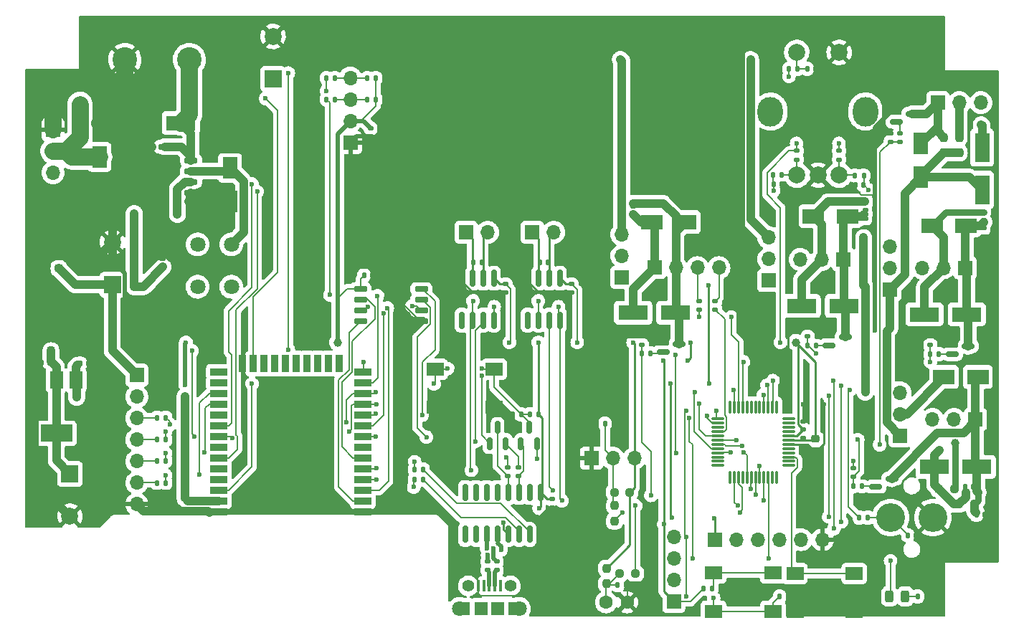
<source format=gbl>
G04 #@! TF.GenerationSoftware,KiCad,Pcbnew,6.0.7-f9a2dced07~116~ubuntu20.04.1*
G04 #@! TF.CreationDate,2022-10-13T22:07:35-06:00*
G04 #@! TF.ProjectId,kelvin-kontroller,6b656c76-696e-42d6-9b6f-6e74726f6c6c,rev?*
G04 #@! TF.SameCoordinates,Original*
G04 #@! TF.FileFunction,Copper,L2,Bot*
G04 #@! TF.FilePolarity,Positive*
%FSLAX46Y46*%
G04 Gerber Fmt 4.6, Leading zero omitted, Abs format (unit mm)*
G04 Created by KiCad (PCBNEW 6.0.7-f9a2dced07~116~ubuntu20.04.1) date 2022-10-13 22:07:35*
%MOMM*%
%LPD*%
G01*
G04 APERTURE LIST*
G04 Aperture macros list*
%AMRoundRect*
0 Rectangle with rounded corners*
0 $1 Rounding radius*
0 $2 $3 $4 $5 $6 $7 $8 $9 X,Y pos of 4 corners*
0 Add a 4 corners polygon primitive as box body*
4,1,4,$2,$3,$4,$5,$6,$7,$8,$9,$2,$3,0*
0 Add four circle primitives for the rounded corners*
1,1,$1+$1,$2,$3*
1,1,$1+$1,$4,$5*
1,1,$1+$1,$6,$7*
1,1,$1+$1,$8,$9*
0 Add four rect primitives between the rounded corners*
20,1,$1+$1,$2,$3,$4,$5,0*
20,1,$1+$1,$4,$5,$6,$7,0*
20,1,$1+$1,$6,$7,$8,$9,0*
20,1,$1+$1,$8,$9,$2,$3,0*%
G04 Aperture macros list end*
G04 #@! TA.AperFunction,ComponentPad*
%ADD10C,3.400000*%
G04 #@! TD*
G04 #@! TA.AperFunction,ComponentPad*
%ADD11R,1.700000X1.700000*%
G04 #@! TD*
G04 #@! TA.AperFunction,ComponentPad*
%ADD12O,1.700000X1.700000*%
G04 #@! TD*
G04 #@! TA.AperFunction,ComponentPad*
%ADD13C,2.000000*%
G04 #@! TD*
G04 #@! TA.AperFunction,ComponentPad*
%ADD14O,3.000000X3.500000*%
G04 #@! TD*
G04 #@! TA.AperFunction,SMDPad,CuDef*
%ADD15RoundRect,0.150000X-0.150000X0.825000X-0.150000X-0.825000X0.150000X-0.825000X0.150000X0.825000X0*%
G04 #@! TD*
G04 #@! TA.AperFunction,SMDPad,CuDef*
%ADD16RoundRect,0.135000X0.135000X0.185000X-0.135000X0.185000X-0.135000X-0.185000X0.135000X-0.185000X0*%
G04 #@! TD*
G04 #@! TA.AperFunction,SMDPad,CuDef*
%ADD17RoundRect,0.135000X-0.135000X-0.185000X0.135000X-0.185000X0.135000X0.185000X-0.135000X0.185000X0*%
G04 #@! TD*
G04 #@! TA.AperFunction,SMDPad,CuDef*
%ADD18RoundRect,0.135000X-0.185000X0.135000X-0.185000X-0.135000X0.185000X-0.135000X0.185000X0.135000X0*%
G04 #@! TD*
G04 #@! TA.AperFunction,SMDPad,CuDef*
%ADD19RoundRect,0.135000X0.185000X-0.135000X0.185000X0.135000X-0.185000X0.135000X-0.185000X-0.135000X0*%
G04 #@! TD*
G04 #@! TA.AperFunction,ComponentPad*
%ADD20R,2.000000X2.000000*%
G04 #@! TD*
G04 #@! TA.AperFunction,SMDPad,CuDef*
%ADD21RoundRect,0.140000X-0.170000X0.140000X-0.170000X-0.140000X0.170000X-0.140000X0.170000X0.140000X0*%
G04 #@! TD*
G04 #@! TA.AperFunction,SMDPad,CuDef*
%ADD22RoundRect,0.243750X0.243750X0.456250X-0.243750X0.456250X-0.243750X-0.456250X0.243750X-0.456250X0*%
G04 #@! TD*
G04 #@! TA.AperFunction,SMDPad,CuDef*
%ADD23RoundRect,0.150000X0.150000X-0.825000X0.150000X0.825000X-0.150000X0.825000X-0.150000X-0.825000X0*%
G04 #@! TD*
G04 #@! TA.AperFunction,SMDPad,CuDef*
%ADD24RoundRect,0.140000X-0.140000X-0.170000X0.140000X-0.170000X0.140000X0.170000X-0.140000X0.170000X0*%
G04 #@! TD*
G04 #@! TA.AperFunction,SMDPad,CuDef*
%ADD25RoundRect,0.140000X0.170000X-0.140000X0.170000X0.140000X-0.170000X0.140000X-0.170000X-0.140000X0*%
G04 #@! TD*
G04 #@! TA.AperFunction,SMDPad,CuDef*
%ADD26RoundRect,0.237500X0.250000X0.237500X-0.250000X0.237500X-0.250000X-0.237500X0.250000X-0.237500X0*%
G04 #@! TD*
G04 #@! TA.AperFunction,SMDPad,CuDef*
%ADD27RoundRect,0.237500X-0.237500X0.250000X-0.237500X-0.250000X0.237500X-0.250000X0.237500X0.250000X0*%
G04 #@! TD*
G04 #@! TA.AperFunction,SMDPad,CuDef*
%ADD28RoundRect,0.140000X0.140000X0.170000X-0.140000X0.170000X-0.140000X-0.170000X0.140000X-0.170000X0*%
G04 #@! TD*
G04 #@! TA.AperFunction,SMDPad,CuDef*
%ADD29R,2.000000X1.500000*%
G04 #@! TD*
G04 #@! TA.AperFunction,SMDPad,CuDef*
%ADD30RoundRect,0.225000X-0.250000X0.225000X-0.250000X-0.225000X0.250000X-0.225000X0.250000X0.225000X0*%
G04 #@! TD*
G04 #@! TA.AperFunction,SMDPad,CuDef*
%ADD31R,3.500000X1.800000*%
G04 #@! TD*
G04 #@! TA.AperFunction,SMDPad,CuDef*
%ADD32R,1.800000X2.500000*%
G04 #@! TD*
G04 #@! TA.AperFunction,SMDPad,CuDef*
%ADD33RoundRect,0.237500X-0.250000X-0.237500X0.250000X-0.237500X0.250000X0.237500X-0.250000X0.237500X0*%
G04 #@! TD*
G04 #@! TA.AperFunction,SMDPad,CuDef*
%ADD34RoundRect,0.150000X0.150000X-0.587500X0.150000X0.587500X-0.150000X0.587500X-0.150000X-0.587500X0*%
G04 #@! TD*
G04 #@! TA.AperFunction,SMDPad,CuDef*
%ADD35R,2.500000X1.800000*%
G04 #@! TD*
G04 #@! TA.AperFunction,SMDPad,CuDef*
%ADD36RoundRect,0.075000X0.662500X0.075000X-0.662500X0.075000X-0.662500X-0.075000X0.662500X-0.075000X0*%
G04 #@! TD*
G04 #@! TA.AperFunction,SMDPad,CuDef*
%ADD37RoundRect,0.075000X0.075000X0.662500X-0.075000X0.662500X-0.075000X-0.662500X0.075000X-0.662500X0*%
G04 #@! TD*
G04 #@! TA.AperFunction,SMDPad,CuDef*
%ADD38RoundRect,0.150000X-0.587500X-0.150000X0.587500X-0.150000X0.587500X0.150000X-0.587500X0.150000X0*%
G04 #@! TD*
G04 #@! TA.AperFunction,SMDPad,CuDef*
%ADD39RoundRect,0.150000X0.650000X0.150000X-0.650000X0.150000X-0.650000X-0.150000X0.650000X-0.150000X0*%
G04 #@! TD*
G04 #@! TA.AperFunction,SMDPad,CuDef*
%ADD40R,0.400000X1.350000*%
G04 #@! TD*
G04 #@! TA.AperFunction,ComponentPad*
%ADD41C,1.408000*%
G04 #@! TD*
G04 #@! TA.AperFunction,ComponentPad*
%ADD42C,1.800000*%
G04 #@! TD*
G04 #@! TA.AperFunction,SMDPad,CuDef*
%ADD43R,1.500000X1.550000*%
G04 #@! TD*
G04 #@! TA.AperFunction,SMDPad,CuDef*
%ADD44R,2.000000X0.900000*%
G04 #@! TD*
G04 #@! TA.AperFunction,SMDPad,CuDef*
%ADD45R,0.900000X2.000000*%
G04 #@! TD*
G04 #@! TA.AperFunction,SMDPad,CuDef*
%ADD46R,5.000000X5.000000*%
G04 #@! TD*
G04 #@! TA.AperFunction,SMDPad,CuDef*
%ADD47R,1.500000X2.000000*%
G04 #@! TD*
G04 #@! TA.AperFunction,SMDPad,CuDef*
%ADD48R,3.800000X2.000000*%
G04 #@! TD*
G04 #@! TA.AperFunction,SMDPad,CuDef*
%ADD49RoundRect,0.225000X0.250000X-0.225000X0.250000X0.225000X-0.250000X0.225000X-0.250000X-0.225000X0*%
G04 #@! TD*
G04 #@! TA.AperFunction,ComponentPad*
%ADD50C,1.803400*%
G04 #@! TD*
G04 #@! TA.AperFunction,SMDPad,CuDef*
%ADD51RoundRect,0.237500X0.237500X-0.250000X0.237500X0.250000X-0.237500X0.250000X-0.237500X-0.250000X0*%
G04 #@! TD*
G04 #@! TA.AperFunction,SMDPad,CuDef*
%ADD52R,1.800000X3.500000*%
G04 #@! TD*
G04 #@! TA.AperFunction,ComponentPad*
%ADD53C,1.600000*%
G04 #@! TD*
G04 #@! TA.AperFunction,ComponentPad*
%ADD54C,2.900000*%
G04 #@! TD*
G04 #@! TA.AperFunction,SMDPad,CuDef*
%ADD55RoundRect,0.225000X0.225000X0.250000X-0.225000X0.250000X-0.225000X-0.250000X0.225000X-0.250000X0*%
G04 #@! TD*
G04 #@! TA.AperFunction,ViaPad*
%ADD56C,0.600000*%
G04 #@! TD*
G04 #@! TA.AperFunction,ViaPad*
%ADD57C,1.000000*%
G04 #@! TD*
G04 #@! TA.AperFunction,Conductor*
%ADD58C,0.150000*%
G04 #@! TD*
G04 #@! TA.AperFunction,Conductor*
%ADD59C,0.500000*%
G04 #@! TD*
G04 #@! TA.AperFunction,Conductor*
%ADD60C,0.200000*%
G04 #@! TD*
G04 #@! TA.AperFunction,Conductor*
%ADD61C,0.250000*%
G04 #@! TD*
G04 #@! TA.AperFunction,Conductor*
%ADD62C,1.000000*%
G04 #@! TD*
G04 #@! TA.AperFunction,Conductor*
%ADD63C,0.750000*%
G04 #@! TD*
G04 #@! TA.AperFunction,Conductor*
%ADD64C,2.000000*%
G04 #@! TD*
G04 APERTURE END LIST*
D10*
G04 #@! TO.P,BZ1,1,-*
G04 #@! TO.N,Net-(BZ1-Pad1)*
X202700000Y-159800000D03*
G04 #@! TO.P,BZ1,2,+*
G04 #@! TO.N,GND*
X207700000Y-159800000D03*
G04 #@! TD*
D11*
G04 #@! TO.P,J13,1,Pin_1*
G04 #@! TO.N,GND*
X138920000Y-115500000D03*
D12*
G04 #@! TO.P,J13,2,Pin_2*
G04 #@! TO.N,+3V3*
X138920000Y-112960000D03*
G04 #@! TO.P,J13,3,Pin_3*
G04 #@! TO.N,Net-(J13-Pad3)*
X138920000Y-110420000D03*
G04 #@! TO.P,J13,4,Pin_4*
G04 #@! TO.N,Net-(J13-Pad4)*
X138920000Y-107880000D03*
G04 #@! TD*
D13*
G04 #@! TO.P,SW3,A,A*
G04 #@! TO.N,Net-(R33-Pad1)*
X191620000Y-119350000D03*
G04 #@! TO.P,SW3,B,B*
G04 #@! TO.N,Net-(R31-Pad1)*
X196620000Y-119350000D03*
G04 #@! TO.P,SW3,C,C*
G04 #@! TO.N,GND*
X194120000Y-119350000D03*
G04 #@! TO.P,SW3,S1,S1*
G04 #@! TO.N,Net-(C27-Pad1)*
X191620000Y-104850000D03*
G04 #@! TO.P,SW3,S2,S2*
G04 #@! TO.N,GND*
X196620000Y-104850000D03*
D14*
G04 #@! TO.P,SW3,~*
G04 #@! TO.N,N/C*
X188520000Y-111850000D03*
X199720000Y-111850000D03*
G04 #@! TD*
D15*
G04 #@! TO.P,U3,1,GND*
G04 #@! TO.N,GND*
X159852142Y-131525000D03*
G04 #@! TO.P,U3,2,T-*
G04 #@! TO.N,Net-(C8-Pad2)*
X161122142Y-131525000D03*
G04 #@! TO.P,U3,3,T+*
G04 #@! TO.N,Net-(C8-Pad1)*
X162392142Y-131525000D03*
G04 #@! TO.P,U3,4,VCC*
G04 #@! TO.N,+3V3*
X163662142Y-131525000D03*
G04 #@! TO.P,U3,5,SCK*
G04 #@! TO.N,/controller/SPI_SCK*
X163662142Y-136475000D03*
G04 #@! TO.P,U3,6,~{CS}*
G04 #@! TO.N,/controller/SPI_NSS1*
X162392142Y-136475000D03*
G04 #@! TO.P,U3,7,SO*
G04 #@! TO.N,/controller/SPI_MISO*
X161122142Y-136475000D03*
G04 #@! TO.P,U3,8*
G04 #@! TO.N,N/C*
X159852142Y-136475000D03*
G04 #@! TD*
D11*
G04 #@! TO.P,J8,1,Pin_1*
G04 #@! TO.N,/controller/RELAY_OUT*
X211500000Y-130300000D03*
D12*
G04 #@! TO.P,J8,2,Pin_2*
G04 #@! TO.N,Net-(C33-Pad1)*
X208960000Y-130300000D03*
G04 #@! TO.P,J8,3,Pin_3*
G04 #@! TO.N,unconnected-(J8-Pad3)*
X206420000Y-130300000D03*
G04 #@! TD*
D16*
G04 #@! TO.P,R38,1*
G04 #@! TO.N,/AUX1*
X117110000Y-155700000D03*
G04 #@! TO.P,R38,2*
G04 #@! TO.N,Net-(J15-Pad6)*
X116090000Y-155700000D03*
G04 #@! TD*
D17*
G04 #@! TO.P,R15,1*
G04 #@! TO.N,/controller/STIR_EN*
X192890000Y-139500000D03*
G04 #@! TO.P,R15,2*
G04 #@! TO.N,Net-(Q2-Pad1)*
X193910000Y-139500000D03*
G04 #@! TD*
D11*
G04 #@! TO.P,J6,1,Pin_1*
G04 #@! TO.N,GND*
X167375000Y-152790000D03*
D12*
G04 #@! TO.P,J6,2,Pin_2*
G04 #@! TO.N,Net-(C7-Pad1)*
X169915000Y-152790000D03*
G04 #@! TO.P,J6,3,Pin_3*
G04 #@! TO.N,+3V3*
X172455000Y-152790000D03*
G04 #@! TD*
D17*
G04 #@! TO.P,R30,1*
G04 #@! TO.N,/EN*
X160100000Y-147610000D03*
G04 #@! TO.P,R30,2*
G04 #@! TO.N,+3V3*
X161120000Y-147610000D03*
G04 #@! TD*
D18*
G04 #@! TO.P,R10,1*
G04 #@! TO.N,GND*
X173345636Y-138380000D03*
G04 #@! TO.P,R10,2*
G04 #@! TO.N,/controller/FAN_EN*
X173345636Y-139400000D03*
G04 #@! TD*
D19*
G04 #@! TO.P,R33,1*
G04 #@! TO.N,Net-(R33-Pad1)*
X191620000Y-117510000D03*
G04 #@! TO.P,R33,2*
G04 #@! TO.N,+3V3*
X191620000Y-116490000D03*
G04 #@! TD*
D17*
G04 #@! TO.P,R24,1*
G04 #@! TO.N,/SCL*
X136090000Y-110400000D03*
G04 #@! TO.P,R24,2*
G04 #@! TO.N,Net-(J13-Pad3)*
X137110000Y-110400000D03*
G04 #@! TD*
D20*
G04 #@! TO.P,C21,1*
G04 #@! TO.N,+5V*
X110800000Y-132300000D03*
D13*
G04 #@! TO.P,C21,2*
G04 #@! TO.N,GND*
X110800000Y-127300000D03*
G04 #@! TD*
D21*
G04 #@! TO.P,C36,1*
G04 #@! TO.N,/controller/RELAY_OUT*
X213700000Y-125620000D03*
G04 #@! TO.P,C36,2*
G04 #@! TO.N,GND*
X213700000Y-126580000D03*
G04 #@! TD*
D22*
G04 #@! TO.P,D1,1,K*
G04 #@! TO.N,Net-(D1-Pad1)*
X204437500Y-169100000D03*
G04 #@! TO.P,D1,2,A*
G04 #@! TO.N,Net-(D1-Pad2)*
X202562500Y-169100000D03*
G04 #@! TD*
D11*
G04 #@! TO.P,J16,1,Pin_1*
G04 #@! TO.N,/controller/AUX_MOSFET_OUT*
X212725000Y-148210000D03*
D12*
G04 #@! TO.P,J16,2,Pin_2*
G04 #@! TO.N,Net-(J16-Pad2)*
X210185000Y-148210000D03*
G04 #@! TO.P,J16,3,Pin_3*
G04 #@! TO.N,unconnected-(J16-Pad3)*
X207645000Y-148210000D03*
G04 #@! TD*
D23*
G04 #@! TO.P,U8,1,GND*
G04 #@! TO.N,GND*
X161345000Y-161785000D03*
G04 #@! TO.P,U8,2,TXD*
G04 #@! TO.N,/USB_TX*
X160075000Y-161785000D03*
G04 #@! TO.P,U8,3,RXD*
G04 #@! TO.N,/USB_RX*
X158805000Y-161785000D03*
G04 #@! TO.P,U8,4,V3*
G04 #@! TO.N,+3V3*
X157535000Y-161785000D03*
G04 #@! TO.P,U8,5,UD+*
G04 #@! TO.N,/USB_R+*
X156265000Y-161785000D03*
G04 #@! TO.P,U8,6,UD-*
G04 #@! TO.N,/USB_R-*
X154995000Y-161785000D03*
G04 #@! TO.P,U8,7,NC*
G04 #@! TO.N,unconnected-(U8-Pad7)*
X153725000Y-161785000D03*
G04 #@! TO.P,U8,8,NC*
G04 #@! TO.N,unconnected-(U8-Pad8)*
X152455000Y-161785000D03*
G04 #@! TO.P,U8,9,~{CTS}*
G04 #@! TO.N,unconnected-(U8-Pad9)*
X152455000Y-156835000D03*
G04 #@! TO.P,U8,10,~{DSR}*
G04 #@! TO.N,unconnected-(U8-Pad10)*
X153725000Y-156835000D03*
G04 #@! TO.P,U8,11,~{RI}*
G04 #@! TO.N,unconnected-(U8-Pad11)*
X154995000Y-156835000D03*
G04 #@! TO.P,U8,12,~{DCD}*
G04 #@! TO.N,unconnected-(U8-Pad12)*
X156265000Y-156835000D03*
G04 #@! TO.P,U8,13,~{DTR}*
G04 #@! TO.N,/USB_DTR*
X157535000Y-156835000D03*
G04 #@! TO.P,U8,14,~{RTS}*
G04 #@! TO.N,/USB_RTS*
X158805000Y-156835000D03*
G04 #@! TO.P,U8,15,R232*
G04 #@! TO.N,unconnected-(U8-Pad15)*
X160075000Y-156835000D03*
G04 #@! TO.P,U8,16,VCC*
G04 #@! TO.N,+3V3*
X161345000Y-156835000D03*
G04 #@! TD*
D19*
G04 #@! TO.P,R22,1*
G04 #@! TO.N,/USB-*
X156200000Y-166020000D03*
G04 #@! TO.P,R22,2*
G04 #@! TO.N,/USB_R-*
X156200000Y-165000000D03*
G04 #@! TD*
D24*
G04 #@! TO.P,C14,1*
G04 #@! TO.N,+5V*
X107020000Y-141600000D03*
G04 #@! TO.P,C14,2*
G04 #@! TO.N,GND*
X107980000Y-141600000D03*
G04 #@! TD*
D25*
G04 #@! TO.P,C3,1*
G04 #@! TO.N,+3V3*
X192400000Y-149380000D03*
G04 #@! TO.P,C3,2*
G04 #@! TO.N,GND*
X192400000Y-148420000D03*
G04 #@! TD*
D26*
G04 #@! TO.P,R6,1*
G04 #@! TO.N,+3V3*
X171912500Y-156800000D03*
G04 #@! TO.P,R6,2*
G04 #@! TO.N,Net-(C7-Pad1)*
X170087500Y-156800000D03*
G04 #@! TD*
D16*
G04 #@! TO.P,R39,1*
G04 #@! TO.N,/ESP_USART_RX*
X117110000Y-148000000D03*
G04 #@! TO.P,R39,2*
G04 #@! TO.N,Net-(J15-Pad3)*
X116090000Y-148000000D03*
G04 #@! TD*
D27*
G04 #@! TO.P,R7,1*
G04 #@! TO.N,+3V3*
X169150000Y-165787500D03*
G04 #@! TO.P,R7,2*
G04 #@! TO.N,Net-(C10-Pad1)*
X169150000Y-167612500D03*
G04 #@! TD*
D25*
G04 #@! TO.P,C22,1*
G04 #@! TO.N,+5V*
X116800000Y-130180000D03*
G04 #@! TO.P,C22,2*
G04 #@! TO.N,GND*
X116800000Y-129220000D03*
G04 #@! TD*
D28*
G04 #@! TO.P,C8,1*
G04 #@! TO.N,Net-(C8-Pad1)*
X162237142Y-129700000D03*
G04 #@! TO.P,C8,2*
G04 #@! TO.N,Net-(C8-Pad2)*
X161277142Y-129700000D03*
G04 #@! TD*
D16*
G04 #@! TO.P,R2,1*
G04 #@! TO.N,Net-(R2-Pad1)*
X181610000Y-168200000D03*
G04 #@! TO.P,R2,2*
G04 #@! TO.N,+3V3*
X180590000Y-168200000D03*
G04 #@! TD*
D11*
G04 #@! TO.P,JP2,1,A*
G04 #@! TO.N,+5V*
X170954364Y-131425000D03*
D12*
G04 #@! TO.P,JP2,2,C*
G04 #@! TO.N,Net-(C34-Pad1)*
X170954364Y-128885000D03*
G04 #@! TO.P,JP2,3,B*
G04 #@! TO.N,+12V*
X170954364Y-126345000D03*
G04 #@! TD*
D16*
G04 #@! TO.P,R36,1*
G04 #@! TO.N,/ESP_USART_TX*
X117110000Y-150600000D03*
G04 #@! TO.P,R36,2*
G04 #@! TO.N,Net-(J15-Pad4)*
X116090000Y-150600000D03*
G04 #@! TD*
D24*
G04 #@! TO.P,C28,1*
G04 #@! TO.N,/ENC_B*
X188860000Y-120400000D03*
G04 #@! TO.P,C28,2*
G04 #@! TO.N,GND*
X189820000Y-120400000D03*
G04 #@! TD*
G04 #@! TO.P,C27,1*
G04 #@! TO.N,Net-(C27-Pad1)*
X192840000Y-106800000D03*
G04 #@! TO.P,C27,2*
G04 #@! TO.N,GND*
X193800000Y-106800000D03*
G04 #@! TD*
D17*
G04 #@! TO.P,R34,1*
G04 #@! TO.N,/ENC_BUTTON*
X190710000Y-106800000D03*
G04 #@! TO.P,R34,2*
G04 #@! TO.N,Net-(C27-Pad1)*
X191730000Y-106800000D03*
G04 #@! TD*
D29*
G04 #@! TO.P,SW2,1,1*
G04 #@! TO.N,/EN*
X148900000Y-142260000D03*
X155900000Y-142260000D03*
G04 #@! TO.P,SW2,2,2*
G04 #@! TO.N,GND*
X155900000Y-146760000D03*
X148900000Y-146760000D03*
G04 #@! TD*
D19*
G04 #@! TO.P,R18,1*
G04 #@! TO.N,/controller/FAN_TACH_IN*
X180100000Y-135210000D03*
G04 #@! TO.P,R18,2*
G04 #@! TO.N,Net-(J11-Pad3)*
X180100000Y-134190000D03*
G04 #@! TD*
D24*
G04 #@! TO.P,C37,1*
G04 #@! TO.N,/controller/AUX_MOSFET_OUT*
X212820000Y-159500000D03*
G04 #@! TO.P,C37,2*
G04 #@! TO.N,GND*
X213780000Y-159500000D03*
G04 #@! TD*
D20*
G04 #@! TO.P,C15,1*
G04 #@! TO.N,+12V*
X129800000Y-107967677D03*
D13*
G04 #@! TO.P,C15,2*
G04 #@! TO.N,GND*
X129800000Y-102967677D03*
G04 #@! TD*
D21*
G04 #@! TO.P,C33,1*
G04 #@! TO.N,Net-(C33-Pad1)*
X213700000Y-123700000D03*
G04 #@! TO.P,C33,2*
G04 #@! TO.N,/controller/RELAY_OUT*
X213700000Y-124660000D03*
G04 #@! TD*
D30*
G04 #@! TO.P,C16,1*
G04 #@! TO.N,+3V3*
X119400000Y-157460000D03*
G04 #@! TO.P,C16,2*
G04 #@! TO.N,GND*
X119400000Y-159010000D03*
G04 #@! TD*
D20*
G04 #@! TO.P,C20,1*
G04 #@! TO.N,+3V3*
X105800000Y-154632323D03*
D13*
G04 #@! TO.P,C20,2*
G04 #@! TO.N,GND*
X105800000Y-159632323D03*
G04 #@! TD*
D27*
G04 #@! TO.P,R8,1*
G04 #@! TO.N,Net-(C7-Pad1)*
X170100000Y-158387500D03*
G04 #@! TO.P,R8,2*
G04 #@! TO.N,/controller/THERMISTOR_IN1*
X170100000Y-160212500D03*
G04 #@! TD*
D31*
G04 #@! TO.P,D9,1,A1*
G04 #@! TO.N,/controller/AUX_MOSFET_OUT*
X212900000Y-153800000D03*
G04 #@! TO.P,D9,2,A2*
G04 #@! TO.N,Net-(C35-Pad1)*
X207900000Y-153800000D03*
G04 #@! TD*
D32*
G04 #@! TO.P,D8,1,K*
G04 #@! TO.N,+5V*
X206300000Y-119600000D03*
G04 #@! TO.P,D8,2,A*
G04 #@! TO.N,/controller/SSR1_OUT*
X206300000Y-115600000D03*
G04 #@! TD*
D31*
G04 #@! TO.P,D3,1,A1*
G04 #@! TO.N,/controller/STIR_OUT*
X197200000Y-134800000D03*
G04 #@! TO.P,D3,2,A2*
G04 #@! TO.N,Net-(C31-Pad1)*
X192200000Y-134800000D03*
G04 #@! TD*
D21*
G04 #@! TO.P,C31,1*
G04 #@! TO.N,Net-(C31-Pad1)*
X199700000Y-122520000D03*
G04 #@! TO.P,C31,2*
G04 #@! TO.N,/controller/STIR_OUT*
X199700000Y-123480000D03*
G04 #@! TD*
D31*
G04 #@! TO.P,D2,1,A1*
G04 #@! TO.N,/controller/FAN_OUT*
X177300000Y-135600000D03*
G04 #@! TO.P,D2,2,A2*
G04 #@! TO.N,Net-(C34-Pad1)*
X172300000Y-135600000D03*
G04 #@! TD*
D24*
G04 #@! TO.P,C10,1*
G04 #@! TO.N,Net-(C10-Pad1)*
X170470000Y-167800000D03*
G04 #@! TO.P,C10,2*
G04 #@! TO.N,GND*
X171430000Y-167800000D03*
G04 #@! TD*
G04 #@! TO.P,C11,1*
G04 #@! TO.N,+3V3*
X140520000Y-131200000D03*
G04 #@! TO.P,C11,2*
G04 #@! TO.N,GND*
X141480000Y-131200000D03*
G04 #@! TD*
D33*
G04 #@! TO.P,R43,1*
G04 #@! TO.N,Net-(C35-Pad1)*
X208387500Y-156400000D03*
G04 #@! TO.P,R43,2*
G04 #@! TO.N,Net-(J16-Pad2)*
X210212500Y-156400000D03*
G04 #@! TD*
D34*
G04 #@! TO.P,Q5,1,B*
G04 #@! TO.N,Net-(Q5-Pad1)*
X160950000Y-151047500D03*
G04 #@! TO.P,Q5,2,E*
G04 #@! TO.N,/USB_RTS*
X159050000Y-151047500D03*
G04 #@! TO.P,Q5,3,C*
G04 #@! TO.N,/EN*
X160000000Y-149172500D03*
G04 #@! TD*
D35*
G04 #@! TO.P,D13,1,K*
G04 #@! TO.N,Net-(C35-Pad1)*
X209000000Y-143200000D03*
G04 #@! TO.P,D13,2,A*
G04 #@! TO.N,/controller/AUX_MOSFET_OUT*
X213000000Y-143200000D03*
G04 #@! TD*
D11*
G04 #@! TO.P,J2,1,Pin_1*
G04 #@! TO.N,+3V3*
X177100000Y-169700000D03*
D12*
G04 #@! TO.P,J2,2,Pin_2*
G04 #@! TO.N,GND*
X177100000Y-167160000D03*
G04 #@! TO.P,J2,3,Pin_3*
G04 #@! TO.N,/controller/SWDIO*
X177100000Y-164620000D03*
G04 #@! TO.P,J2,4,Pin_4*
G04 #@! TO.N,/controller/SWCLK*
X177100000Y-162080000D03*
G04 #@! TD*
D36*
G04 #@! TO.P,U1,1,PC13*
G04 #@! TO.N,unconnected-(U1-Pad1)*
X190662500Y-148150000D03*
G04 #@! TO.P,U1,2,PC14-OSC32_IN*
G04 #@! TO.N,unconnected-(U1-Pad2)*
X190662500Y-148650000D03*
G04 #@! TO.P,U1,3,PC15-OSC32_OUT*
G04 #@! TO.N,unconnected-(U1-Pad3)*
X190662500Y-149150000D03*
G04 #@! TO.P,U1,4,VBAT*
G04 #@! TO.N,unconnected-(U1-Pad4)*
X190662500Y-149650000D03*
G04 #@! TO.P,U1,5,VREF+*
G04 #@! TO.N,+3V3*
X190662500Y-150150000D03*
G04 #@! TO.P,U1,6,VDD/VDDA*
X190662500Y-150650000D03*
G04 #@! TO.P,U1,7,VSS/VSSA*
G04 #@! TO.N,GND*
X190662500Y-151150000D03*
G04 #@! TO.P,U1,8,PF0-OSC_IN*
G04 #@! TO.N,unconnected-(U1-Pad8)*
X190662500Y-151650000D03*
G04 #@! TO.P,U1,9,PF1-OSC_OUT*
G04 #@! TO.N,unconnected-(U1-Pad9)*
X190662500Y-152150000D03*
G04 #@! TO.P,U1,10,NRST*
G04 #@! TO.N,Net-(SW1-Pad1)*
X190662500Y-152650000D03*
G04 #@! TO.P,U1,11,PA0*
G04 #@! TO.N,unconnected-(U1-Pad11)*
X190662500Y-153150000D03*
G04 #@! TO.P,U1,12,PA1*
G04 #@! TO.N,unconnected-(U1-Pad12)*
X190662500Y-153650000D03*
D37*
G04 #@! TO.P,U1,13,PA2*
G04 #@! TO.N,unconnected-(U1-Pad13)*
X189250000Y-155062500D03*
G04 #@! TO.P,U1,14,PA3*
G04 #@! TO.N,unconnected-(U1-Pad14)*
X188750000Y-155062500D03*
G04 #@! TO.P,U1,15,PA4*
G04 #@! TO.N,Net-(D1-Pad2)*
X188250000Y-155062500D03*
G04 #@! TO.P,U1,16,PA5*
G04 #@! TO.N,/controller/SPI_SCK*
X187750000Y-155062500D03*
G04 #@! TO.P,U1,17,PA6*
G04 #@! TO.N,/controller/SPI_MISO*
X187250000Y-155062500D03*
G04 #@! TO.P,U1,18,PA7*
G04 #@! TO.N,/controller/FAN_EN*
X186750000Y-155062500D03*
G04 #@! TO.P,U1,19,PB0*
G04 #@! TO.N,/controller/SPI_NSS1*
X186250000Y-155062500D03*
G04 #@! TO.P,U1,20,PB1*
G04 #@! TO.N,/controller/SPI_NSS2*
X185750000Y-155062500D03*
G04 #@! TO.P,U1,21,PB2*
G04 #@! TO.N,unconnected-(U1-Pad21)*
X185250000Y-155062500D03*
G04 #@! TO.P,U1,22,PB10*
G04 #@! TO.N,/controller/THERMISTOR_IN1*
X184750000Y-155062500D03*
G04 #@! TO.P,U1,23,PB11*
G04 #@! TO.N,/controller/THERMISTOR_IN2*
X184250000Y-155062500D03*
G04 #@! TO.P,U1,24,PB12*
G04 #@! TO.N,unconnected-(U1-Pad24)*
X183750000Y-155062500D03*
D36*
G04 #@! TO.P,U1,25,PB13*
G04 #@! TO.N,unconnected-(U1-Pad25)*
X182337500Y-153650000D03*
G04 #@! TO.P,U1,26,PB14*
G04 #@! TO.N,unconnected-(U1-Pad26)*
X182337500Y-153150000D03*
G04 #@! TO.P,U1,27,PB15*
G04 #@! TO.N,unconnected-(U1-Pad27)*
X182337500Y-152650000D03*
G04 #@! TO.P,U1,28,PA8*
G04 #@! TO.N,/controller/STIR_EN*
X182337500Y-152150000D03*
G04 #@! TO.P,U1,29,PA9*
G04 #@! TO.N,/ESP_USART_RX*
X182337500Y-151650000D03*
G04 #@! TO.P,U1,30,PC6*
G04 #@! TO.N,/controller/SSR1_EN*
X182337500Y-151150000D03*
G04 #@! TO.P,U1,31,PC7*
G04 #@! TO.N,/controller/AUX_EN*
X182337500Y-150650000D03*
G04 #@! TO.P,U1,32,PA10*
G04 #@! TO.N,/ESP_USART_TX*
X182337500Y-150150000D03*
G04 #@! TO.P,U1,33,PA11*
G04 #@! TO.N,/controller/FAN_PWM_OUT*
X182337500Y-149650000D03*
G04 #@! TO.P,U1,34,PA12*
G04 #@! TO.N,unconnected-(U1-Pad34)*
X182337500Y-149150000D03*
G04 #@! TO.P,U1,35,PA13*
G04 #@! TO.N,/controller/SWDIO*
X182337500Y-148650000D03*
G04 #@! TO.P,U1,36,PA14-BOOT0*
G04 #@! TO.N,/controller/SWCLK*
X182337500Y-148150000D03*
D37*
G04 #@! TO.P,U1,37,PA15*
G04 #@! TO.N,unconnected-(U1-Pad37)*
X183750000Y-146737500D03*
G04 #@! TO.P,U1,38,PD0*
G04 #@! TO.N,/controller/BUZZER*
X184250000Y-146737500D03*
G04 #@! TO.P,U1,39,PD1*
G04 #@! TO.N,/controller/FAN_TACH_IN*
X184750000Y-146737500D03*
G04 #@! TO.P,U1,40,PD2*
G04 #@! TO.N,/controller/RELAY_EN*
X185250000Y-146737500D03*
G04 #@! TO.P,U1,41,PD3*
G04 #@! TO.N,unconnected-(U1-Pad41)*
X185750000Y-146737500D03*
G04 #@! TO.P,U1,42,PB3*
G04 #@! TO.N,unconnected-(U1-Pad42)*
X186250000Y-146737500D03*
G04 #@! TO.P,U1,43,PB4*
G04 #@! TO.N,unconnected-(U1-Pad43)*
X186750000Y-146737500D03*
G04 #@! TO.P,U1,44,PB5*
G04 #@! TO.N,unconnected-(U1-Pad44)*
X187250000Y-146737500D03*
G04 #@! TO.P,U1,45,PB6*
G04 #@! TO.N,/controller/AUX1*
X187750000Y-146737500D03*
G04 #@! TO.P,U1,46,PB7*
G04 #@! TO.N,/controller/AUX2*
X188250000Y-146737500D03*
G04 #@! TO.P,U1,47,PB8*
G04 #@! TO.N,/controller/AUX3*
X188750000Y-146737500D03*
G04 #@! TO.P,U1,48,PB9*
G04 #@! TO.N,unconnected-(U1-Pad48)*
X189250000Y-146737500D03*
G04 #@! TD*
D11*
G04 #@! TO.P,JP1,1,A*
G04 #@! TO.N,+5V*
X188300000Y-131800000D03*
D12*
G04 #@! TO.P,JP1,2,C*
G04 #@! TO.N,Net-(C31-Pad1)*
X188300000Y-129260000D03*
G04 #@! TO.P,JP1,3,B*
G04 #@! TO.N,+12V*
X188300000Y-126720000D03*
G04 #@! TD*
D11*
G04 #@! TO.P,J5,1,Pin_1*
G04 #@! TO.N,GND*
X103810000Y-113975000D03*
D12*
G04 #@! TO.P,J5,2,Pin_2*
G04 #@! TO.N,+12V*
X103810000Y-116515000D03*
G04 #@! TO.P,J5,3,Pin_3*
G04 #@! TO.N,unconnected-(J5-Pad3)*
X103810000Y-119055000D03*
G04 #@! TD*
D24*
G04 #@! TO.P,C35,1*
G04 #@! TO.N,Net-(C35-Pad1)*
X211520000Y-156200000D03*
G04 #@! TO.P,C35,2*
G04 #@! TO.N,/controller/AUX_MOSFET_OUT*
X212480000Y-156200000D03*
G04 #@! TD*
D28*
G04 #@! TO.P,C18,1*
G04 #@! TO.N,+3V3*
X103380000Y-141500000D03*
G04 #@! TO.P,C18,2*
G04 #@! TO.N,GND*
X102420000Y-141500000D03*
G04 #@! TD*
D38*
G04 #@! TO.P,Q3,1,G*
G04 #@! TO.N,Net-(Q3-Pad1)*
X203362500Y-113050000D03*
G04 #@! TO.P,Q3,2,S*
G04 #@! TO.N,GND*
X203362500Y-111150000D03*
G04 #@! TO.P,Q3,3,D*
G04 #@! TO.N,/controller/SSR1_OUT*
X205237500Y-112100000D03*
G04 #@! TD*
D21*
G04 #@! TO.P,C12,1*
G04 #@! TO.N,+3V3*
X165057142Y-132220000D03*
G04 #@! TO.P,C12,2*
G04 #@! TO.N,GND*
X165057142Y-133180000D03*
G04 #@! TD*
D29*
G04 #@! TO.P,SW4,1,1*
G04 #@! TO.N,Net-(R2-Pad1)*
X181800000Y-166350000D03*
X188800000Y-166350000D03*
G04 #@! TO.P,SW4,2,2*
G04 #@! TO.N,/controller/SWCLK*
X188800000Y-170850000D03*
X181800000Y-170850000D03*
G04 #@! TD*
D31*
G04 #@! TO.P,D10,1,A1*
G04 #@! TO.N,GND*
X113900000Y-113200000D03*
G04 #@! TO.P,D10,2,A2*
G04 #@! TO.N,+12V*
X118900000Y-113200000D03*
G04 #@! TD*
D11*
G04 #@! TO.P,J3,1,Pin_1*
G04 #@! TO.N,Net-(C8-Pad2)*
X160387142Y-126100000D03*
D12*
G04 #@! TO.P,J3,2,Pin_2*
G04 #@! TO.N,Net-(C8-Pad1)*
X162927142Y-126100000D03*
G04 #@! TD*
D11*
G04 #@! TO.P,J11,1,Pin_1*
G04 #@! TO.N,Net-(C34-Pad1)*
X174805000Y-130290000D03*
D12*
G04 #@! TO.P,J11,2,Pin_2*
G04 #@! TO.N,/controller/FAN_OUT*
X177345000Y-130290000D03*
G04 #@! TO.P,J11,3,Pin_3*
G04 #@! TO.N,Net-(J11-Pad3)*
X179885000Y-130290000D03*
G04 #@! TO.P,J11,4,Pin_4*
G04 #@! TO.N,Net-(J11-Pad4)*
X182425000Y-130290000D03*
G04 #@! TD*
D30*
G04 #@! TO.P,C4,1*
G04 #@! TO.N,+3V3*
X193800000Y-150525000D03*
G04 #@! TO.P,C4,2*
G04 #@! TO.N,GND*
X193800000Y-152075000D03*
G04 #@! TD*
D35*
G04 #@! TO.P,D12,1,K*
G04 #@! TO.N,Net-(C33-Pad1)*
X207600000Y-125300000D03*
G04 #@! TO.P,D12,2,A*
G04 #@! TO.N,/controller/RELAY_OUT*
X211600000Y-125300000D03*
G04 #@! TD*
D27*
G04 #@! TO.P,R40,1*
G04 #@! TO.N,/controller/SSR1_OUT*
X209000000Y-114887500D03*
G04 #@! TO.P,R40,2*
G04 #@! TO.N,+5V*
X209000000Y-116712500D03*
G04 #@! TD*
D33*
G04 #@! TO.P,R9,1*
G04 #@! TO.N,Net-(C10-Pad1)*
X170737500Y-166400000D03*
G04 #@! TO.P,R9,2*
G04 #@! TO.N,/controller/THERMISTOR_IN2*
X172562500Y-166400000D03*
G04 #@! TD*
D19*
G04 #@! TO.P,R29,1*
G04 #@! TO.N,/USB_RTS*
X158800000Y-154920000D03*
G04 #@! TO.P,R29,2*
G04 #@! TO.N,Net-(Q6-Pad1)*
X158800000Y-153900000D03*
G04 #@! TD*
D39*
G04 #@! TO.P,U7,1,VIN*
G04 #@! TO.N,+12V*
X120100000Y-117595000D03*
G04 #@! TO.P,U7,2,OUTPUT*
G04 #@! TO.N,Net-(D11-Pad1)*
X120100000Y-118865000D03*
G04 #@! TO.P,U7,3,FB*
G04 #@! TO.N,+5V*
X120100000Y-120135000D03*
G04 #@! TO.P,U7,4,~{EN}*
G04 #@! TO.N,GND*
X120100000Y-121405000D03*
G04 #@! TO.P,U7,5,GND*
X112900000Y-121405000D03*
G04 #@! TO.P,U7,6,GND*
X112900000Y-120135000D03*
G04 #@! TO.P,U7,7,GND*
X112900000Y-118865000D03*
G04 #@! TO.P,U7,8,GND*
X112900000Y-117595000D03*
G04 #@! TD*
D28*
G04 #@! TO.P,C7,1*
G04 #@! TO.N,Net-(C7-Pad1)*
X168980000Y-148700000D03*
G04 #@! TO.P,C7,2*
G04 #@! TO.N,GND*
X168020000Y-148700000D03*
G04 #@! TD*
D40*
G04 #@! TO.P,J12,1,VBUS*
G04 #@! TO.N,unconnected-(J12-Pad1)*
X156625000Y-167885000D03*
G04 #@! TO.P,J12,2,D-*
G04 #@! TO.N,/USB-*
X155975000Y-167885000D03*
G04 #@! TO.P,J12,3,D+*
G04 #@! TO.N,/USB+*
X155325000Y-167885000D03*
G04 #@! TO.P,J12,4,ID*
G04 #@! TO.N,unconnected-(J12-Pad4)*
X154675000Y-167885000D03*
G04 #@! TO.P,J12,5,GND*
G04 #@! TO.N,GND*
X154025000Y-167885000D03*
D41*
G04 #@! TO.P,J12,P$6*
G04 #@! TO.N,N/C*
X157825000Y-167860000D03*
G04 #@! TO.P,J12,P$7*
X152825000Y-167860000D03*
D42*
G04 #@! TO.P,J12,P$8*
X158825000Y-170560000D03*
G04 #@! TO.P,J12,P$9*
X151825000Y-170560000D03*
D43*
G04 #@! TO.P,J12,P$10*
X156325000Y-170560000D03*
G04 #@! TO.P,J12,P$11*
X154325000Y-170560000D03*
G04 #@! TO.P,J12,P$12*
X158375000Y-170560000D03*
G04 #@! TO.P,J12,P$13*
X152275000Y-170560000D03*
G04 #@! TD*
D11*
G04 #@! TO.P,J9,1,Pin_1*
G04 #@! TO.N,/controller/SSR1_OUT*
X208275000Y-110790000D03*
D12*
G04 #@! TO.P,J9,2,Pin_2*
G04 #@! TO.N,Net-(J9-Pad2)*
X210815000Y-110790000D03*
G04 #@! TO.P,J9,3,Pin_3*
G04 #@! TO.N,unconnected-(J9-Pad3)*
X213355000Y-110790000D03*
G04 #@! TD*
D21*
G04 #@! TO.P,C32,1*
G04 #@! TO.N,/controller/STIR_OUT*
X199700000Y-124520000D03*
G04 #@! TO.P,C32,2*
G04 #@! TO.N,GND*
X199700000Y-125480000D03*
G04 #@! TD*
D44*
G04 #@! TO.P,U6,1,GND*
G04 #@! TO.N,GND*
X123383447Y-159115000D03*
G04 #@! TO.P,U6,2,VDD*
G04 #@! TO.N,+3V3*
X123383447Y-157845000D03*
G04 #@! TO.P,U6,3,EN*
G04 #@! TO.N,/EN*
X123383447Y-156575000D03*
G04 #@! TO.P,U6,4,SENSOR_VP*
G04 #@! TO.N,unconnected-(U6-Pad4)*
X123383447Y-155305000D03*
G04 #@! TO.P,U6,5,SENSOR_VN*
G04 #@! TO.N,unconnected-(U6-Pad5)*
X123383447Y-154035000D03*
G04 #@! TO.P,U6,6,IO34*
G04 #@! TO.N,/ENC_B*
X123383447Y-152765000D03*
G04 #@! TO.P,U6,7,IO35*
G04 #@! TO.N,unconnected-(U6-Pad7)*
X123383447Y-151495000D03*
G04 #@! TO.P,U6,8,IO32*
G04 #@! TO.N,/ENC_BUTTON*
X123383447Y-150225000D03*
G04 #@! TO.P,U6,9,IO33*
G04 #@! TO.N,/ENC_A*
X123383447Y-148955000D03*
G04 #@! TO.P,U6,10,IO25*
G04 #@! TO.N,unconnected-(U6-Pad10)*
X123383447Y-147685000D03*
G04 #@! TO.P,U6,11,IO26*
G04 #@! TO.N,/AUX0*
X123383447Y-146415000D03*
G04 #@! TO.P,U6,12,IO27*
G04 #@! TO.N,/AUX1*
X123383447Y-145145000D03*
G04 #@! TO.P,U6,13,IO14*
G04 #@! TO.N,unconnected-(U6-Pad13)*
X123383447Y-143875000D03*
G04 #@! TO.P,U6,14,IO12*
G04 #@! TO.N,unconnected-(U6-Pad14)*
X123383447Y-142605000D03*
D45*
G04 #@! TO.P,U6,15,GND*
G04 #@! TO.N,GND*
X126168447Y-141605000D03*
G04 #@! TO.P,U6,16,IO13*
G04 #@! TO.N,/SDA*
X127438447Y-141605000D03*
G04 #@! TO.P,U6,17,SHD/SD2*
G04 #@! TO.N,unconnected-(U6-Pad17)*
X128708447Y-141605000D03*
G04 #@! TO.P,U6,18,SWP/SD3*
G04 #@! TO.N,unconnected-(U6-Pad18)*
X129978447Y-141605000D03*
G04 #@! TO.P,U6,19,SCS/CMD*
G04 #@! TO.N,unconnected-(U6-Pad19)*
X131248447Y-141605000D03*
G04 #@! TO.P,U6,20,SCK/CLK*
G04 #@! TO.N,unconnected-(U6-Pad20)*
X132518447Y-141605000D03*
G04 #@! TO.P,U6,21,SDO/SD0*
G04 #@! TO.N,unconnected-(U6-Pad21)*
X133788447Y-141605000D03*
G04 #@! TO.P,U6,22,SDI/SD1*
G04 #@! TO.N,unconnected-(U6-Pad22)*
X135058447Y-141605000D03*
G04 #@! TO.P,U6,23,IO15*
G04 #@! TO.N,unconnected-(U6-Pad23)*
X136328447Y-141605000D03*
G04 #@! TO.P,U6,24,IO2*
G04 #@! TO.N,unconnected-(U6-Pad24)*
X137598447Y-141605000D03*
D44*
G04 #@! TO.P,U6,25,IO0*
G04 #@! TO.N,/IO0*
X140383447Y-142605000D03*
G04 #@! TO.P,U6,26,IO4*
G04 #@! TO.N,/SCL*
X140383447Y-143875000D03*
G04 #@! TO.P,U6,27,IO16*
G04 #@! TO.N,/ESP_USART_RX*
X140383447Y-145145000D03*
G04 #@! TO.P,U6,28,IO17*
G04 #@! TO.N,/ESP_USART_TX*
X140383447Y-146415000D03*
G04 #@! TO.P,U6,29,IO5*
G04 #@! TO.N,/VSPI_CS*
X140383447Y-147685000D03*
G04 #@! TO.P,U6,30,IO18*
G04 #@! TO.N,/VSPI_SCK*
X140383447Y-148955000D03*
G04 #@! TO.P,U6,31,IO19*
G04 #@! TO.N,/VSPI_MISO*
X140383447Y-150225000D03*
G04 #@! TO.P,U6,32,NC*
G04 #@! TO.N,unconnected-(U6-Pad32)*
X140383447Y-151495000D03*
G04 #@! TO.P,U6,33,IO21*
G04 #@! TO.N,/VSPI_HD*
X140383447Y-152765000D03*
G04 #@! TO.P,U6,34,RXD0/IO3*
G04 #@! TO.N,Net-(R21-Pad1)*
X140383447Y-154035000D03*
G04 #@! TO.P,U6,35,TXD0/IO1*
G04 #@! TO.N,Net-(R20-Pad1)*
X140383447Y-155305000D03*
G04 #@! TO.P,U6,36,IO22*
G04 #@! TO.N,/VSPI_WP*
X140383447Y-156575000D03*
G04 #@! TO.P,U6,37,IO23*
G04 #@! TO.N,/VSPI_MOSI*
X140383447Y-157845000D03*
G04 #@! TO.P,U6,38,GND*
G04 #@! TO.N,GND*
X140383447Y-159115000D03*
D46*
G04 #@! TO.P,U6,39,GND*
X130883447Y-151615000D03*
G04 #@! TD*
D28*
G04 #@! TO.P,C25,1*
G04 #@! TO.N,/EN*
X159080000Y-147610000D03*
G04 #@! TO.P,C25,2*
G04 #@! TO.N,GND*
X158120000Y-147610000D03*
G04 #@! TD*
D34*
G04 #@! TO.P,Q6,1,B*
G04 #@! TO.N,Net-(Q6-Pad1)*
X157250000Y-151047500D03*
G04 #@! TO.P,Q6,2,E*
G04 #@! TO.N,/IO0*
X155350000Y-151047500D03*
G04 #@! TO.P,Q6,3,C*
G04 #@! TO.N,/USB_DTR*
X156300000Y-149172500D03*
G04 #@! TD*
D11*
G04 #@! TO.P,J7,1,Pin_1*
G04 #@! TO.N,/controller/STIR_OUT*
X197100000Y-129300000D03*
D12*
G04 #@! TO.P,J7,2,Pin_2*
G04 #@! TO.N,Net-(C31-Pad1)*
X194560000Y-129300000D03*
G04 #@! TO.P,J7,3,Pin_3*
G04 #@! TO.N,unconnected-(J7-Pad3)*
X192020000Y-129300000D03*
G04 #@! TD*
D21*
G04 #@! TO.P,C23,1*
G04 #@! TO.N,+3V3*
X141300000Y-113820000D03*
G04 #@! TO.P,C23,2*
G04 #@! TO.N,GND*
X141300000Y-114780000D03*
G04 #@! TD*
D28*
G04 #@! TO.P,C17,1*
G04 #@! TO.N,+12V*
X116480000Y-116000000D03*
G04 #@! TO.P,C17,2*
G04 #@! TO.N,GND*
X115520000Y-116000000D03*
G04 #@! TD*
D15*
G04 #@! TO.P,U4,1,GND*
G04 #@! TO.N,GND*
X152052142Y-131525000D03*
G04 #@! TO.P,U4,2,T-*
G04 #@! TO.N,Net-(C9-Pad2)*
X153322142Y-131525000D03*
G04 #@! TO.P,U4,3,T+*
G04 #@! TO.N,Net-(C9-Pad1)*
X154592142Y-131525000D03*
G04 #@! TO.P,U4,4,VCC*
G04 #@! TO.N,+3V3*
X155862142Y-131525000D03*
G04 #@! TO.P,U4,5,SCK*
G04 #@! TO.N,/controller/SPI_SCK*
X155862142Y-136475000D03*
G04 #@! TO.P,U4,6,~{CS}*
G04 #@! TO.N,/controller/SPI_NSS2*
X154592142Y-136475000D03*
G04 #@! TO.P,U4,7,SO*
G04 #@! TO.N,/controller/SPI_MISO*
X153322142Y-136475000D03*
G04 #@! TO.P,U4,8*
G04 #@! TO.N,N/C*
X152052142Y-136475000D03*
G04 #@! TD*
D11*
G04 #@! TO.P,J15,1,Pin_1*
G04 #@! TO.N,+5V*
X113700000Y-142975000D03*
D12*
G04 #@! TO.P,J15,2,Pin_2*
G04 #@! TO.N,+3V3*
X113700000Y-145515000D03*
G04 #@! TO.P,J15,3,Pin_3*
G04 #@! TO.N,Net-(J15-Pad3)*
X113700000Y-148055000D03*
G04 #@! TO.P,J15,4,Pin_4*
G04 #@! TO.N,Net-(J15-Pad4)*
X113700000Y-150595000D03*
G04 #@! TO.P,J15,5,Pin_5*
G04 #@! TO.N,Net-(J15-Pad5)*
X113700000Y-153135000D03*
G04 #@! TO.P,J15,6,Pin_6*
G04 #@! TO.N,Net-(J15-Pad6)*
X113700000Y-155675000D03*
G04 #@! TO.P,J15,7,Pin_7*
G04 #@! TO.N,GND*
X113700000Y-158215000D03*
G04 #@! TD*
D17*
G04 #@! TO.P,R45,1*
G04 #@! TO.N,/controller/AUX_EN*
X198300000Y-156100000D03*
G04 #@! TO.P,R45,2*
G04 #@! TO.N,Net-(Q7-Pad1)*
X199320000Y-156100000D03*
G04 #@! TD*
D21*
G04 #@! TO.P,C2,1*
G04 #@! TO.N,+3V3*
X192400000Y-150440000D03*
G04 #@! TO.P,C2,2*
G04 #@! TO.N,GND*
X192400000Y-151400000D03*
G04 #@! TD*
D17*
G04 #@! TO.P,R21,1*
G04 #@! TO.N,Net-(R21-Pad1)*
X146477244Y-154110000D03*
G04 #@! TO.P,R21,2*
G04 #@! TO.N,/USB_TX*
X147497244Y-154110000D03*
G04 #@! TD*
D47*
G04 #@! TO.P,U5,1,GND*
G04 #@! TO.N,GND*
X101900000Y-143550000D03*
D48*
G04 #@! TO.P,U5,2,VO*
G04 #@! TO.N,+3V3*
X104200000Y-149850000D03*
D47*
X104200000Y-143550000D03*
G04 #@! TO.P,U5,3,VI*
G04 #@! TO.N,+5V*
X106500000Y-143550000D03*
G04 #@! TD*
D17*
G04 #@! TO.P,R44,1*
G04 #@! TO.N,/controller/RELAY_EN*
X207390000Y-140500000D03*
G04 #@! TO.P,R44,2*
G04 #@! TO.N,Net-(Q4-Pad1)*
X208410000Y-140500000D03*
G04 #@! TD*
D19*
G04 #@! TO.P,R28,1*
G04 #@! TO.N,/USB_DTR*
X157500000Y-154920000D03*
G04 #@! TO.P,R28,2*
G04 #@! TO.N,Net-(Q5-Pad1)*
X157500000Y-153900000D03*
G04 #@! TD*
D38*
G04 #@! TO.P,Q7,1,G*
G04 #@! TO.N,Net-(Q7-Pad1)*
X200962500Y-156150000D03*
G04 #@! TO.P,Q7,2,S*
G04 #@! TO.N,GND*
X200962500Y-154250000D03*
G04 #@! TO.P,Q7,3,D*
G04 #@! TO.N,/controller/AUX_MOSFET_OUT*
X202837500Y-155200000D03*
G04 #@! TD*
D16*
G04 #@! TO.P,R1,1*
G04 #@! TO.N,GND*
X206910000Y-169100000D03*
G04 #@! TO.P,R1,2*
G04 #@! TO.N,Net-(D1-Pad1)*
X205890000Y-169100000D03*
G04 #@! TD*
D29*
G04 #@! TO.P,SW1,1,1*
G04 #@! TO.N,Net-(SW1-Pad1)*
X191400000Y-166400000D03*
X198400000Y-166400000D03*
G04 #@! TO.P,SW1,2,2*
G04 #@! TO.N,GND*
X191400000Y-170900000D03*
X198400000Y-170900000D03*
G04 #@! TD*
D38*
G04 #@! TO.P,Q1,1,G*
G04 #@! TO.N,Net-(Q1-Pad1)*
X175862500Y-140250000D03*
G04 #@! TO.P,Q1,2,S*
G04 #@! TO.N,GND*
X175862500Y-138350000D03*
G04 #@! TO.P,Q1,3,D*
G04 #@! TO.N,/controller/FAN_OUT*
X177737500Y-139300000D03*
G04 #@! TD*
D11*
G04 #@! TO.P,J4,1,Pin_1*
G04 #@! TO.N,Net-(C9-Pad2)*
X152587142Y-126100000D03*
D12*
G04 #@! TO.P,J4,2,Pin_2*
G04 #@! TO.N,Net-(C9-Pad1)*
X155127142Y-126100000D03*
G04 #@! TD*
D18*
G04 #@! TO.P,R32,1*
G04 #@! TO.N,+3V3*
X196620000Y-116490000D03*
G04 #@! TO.P,R32,2*
G04 #@! TO.N,Net-(R31-Pad1)*
X196620000Y-117510000D03*
G04 #@! TD*
D17*
G04 #@! TO.P,R26,1*
G04 #@! TO.N,/SDA*
X136090000Y-107900000D03*
G04 #@! TO.P,R26,2*
G04 #@! TO.N,Net-(J13-Pad4)*
X137110000Y-107900000D03*
G04 #@! TD*
D32*
G04 #@! TO.P,D14,1,K*
G04 #@! TO.N,+12V*
X109300000Y-117200000D03*
G04 #@! TO.P,D14,2,A*
G04 #@! TO.N,GND*
X109300000Y-113200000D03*
G04 #@! TD*
D49*
G04 #@! TO.P,C30,1*
G04 #@! TO.N,+5V*
X104500000Y-130375000D03*
G04 #@! TO.P,C30,2*
G04 #@! TO.N,GND*
X104500000Y-128825000D03*
G04 #@! TD*
D35*
G04 #@! TO.P,D6,1,K*
G04 #@! TO.N,Net-(C34-Pad1)*
X174500000Y-124900000D03*
G04 #@! TO.P,D6,2,A*
G04 #@! TO.N,/controller/FAN_OUT*
X178500000Y-124900000D03*
G04 #@! TD*
D17*
G04 #@! TO.P,R31,1*
G04 #@! TO.N,Net-(R31-Pad1)*
X198510000Y-119400000D03*
G04 #@! TO.P,R31,2*
G04 #@! TO.N,/ENC_A*
X199530000Y-119400000D03*
G04 #@! TD*
D11*
G04 #@! TO.P,JP4,1,A*
G04 #@! TO.N,+5V*
X203800000Y-150125000D03*
D12*
G04 #@! TO.P,JP4,2,C*
G04 #@! TO.N,Net-(C35-Pad1)*
X203800000Y-147585000D03*
G04 #@! TO.P,JP4,3,B*
G04 #@! TO.N,+12V*
X203800000Y-145045000D03*
G04 #@! TD*
D50*
G04 #@! TO.P,L1,1,1*
G04 #@! TO.N,Net-(D11-Pad1)*
X124862500Y-127529500D03*
G04 #@! TO.P,L1,2*
G04 #@! TO.N,N/C*
X124862500Y-132533300D03*
G04 #@! TO.P,L1,3,3*
G04 #@! TO.N,+5V*
X120874700Y-132533300D03*
G04 #@! TO.P,L1,4*
G04 #@! TO.N,N/C*
X120874700Y-127529500D03*
G04 #@! TD*
D39*
G04 #@! TO.P,U9,1,/CS*
G04 #@! TO.N,/VSPI_CS*
X147300000Y-132795000D03*
G04 #@! TO.P,U9,2,DO(IO1)*
G04 #@! TO.N,/VSPI_MISO*
X147300000Y-134065000D03*
G04 #@! TO.P,U9,3,/WP(IO2)*
G04 #@! TO.N,/VSPI_WP*
X147300000Y-135335000D03*
G04 #@! TO.P,U9,4,GND*
G04 #@! TO.N,GND*
X147300000Y-136605000D03*
G04 #@! TO.P,U9,5,DI(IO0)*
G04 #@! TO.N,/VSPI_MOSI*
X140100000Y-136605000D03*
G04 #@! TO.P,U9,6,CLK*
G04 #@! TO.N,/VSPI_SCK*
X140100000Y-135335000D03*
G04 #@! TO.P,U9,7,/HOLD/RESET(IO3)*
G04 #@! TO.N,/VSPI_HD*
X140100000Y-134065000D03*
G04 #@! TO.P,U9,8,VCC*
G04 #@! TO.N,+3V3*
X140100000Y-132795000D03*
G04 #@! TD*
D16*
G04 #@! TO.P,R25,1*
G04 #@! TO.N,+3V3*
X141910000Y-110400000D03*
G04 #@! TO.P,R25,2*
G04 #@! TO.N,Net-(J13-Pad3)*
X140890000Y-110400000D03*
G04 #@! TD*
D19*
G04 #@! TO.P,R23,1*
G04 #@! TO.N,/USB+*
X155100000Y-166020000D03*
G04 #@! TO.P,R23,2*
G04 #@! TO.N,/USB_R+*
X155100000Y-165000000D03*
G04 #@! TD*
G04 #@! TO.P,R19,1*
G04 #@! TO.N,/controller/FAN_PWM_OUT*
X182000000Y-135210000D03*
G04 #@! TO.P,R19,2*
G04 #@! TO.N,Net-(J11-Pad4)*
X182000000Y-134190000D03*
G04 #@! TD*
D18*
G04 #@! TO.P,R12,1*
G04 #@! TO.N,GND*
X202700000Y-114390000D03*
G04 #@! TO.P,R12,2*
G04 #@! TO.N,/controller/SSR1_EN*
X202700000Y-115410000D03*
G04 #@! TD*
D17*
G04 #@! TO.P,R14,1*
G04 #@! TO.N,/controller/FAN_EN*
X173335636Y-140400000D03*
G04 #@! TO.P,R14,2*
G04 #@! TO.N,Net-(Q1-Pad1)*
X174355636Y-140400000D03*
G04 #@! TD*
D18*
G04 #@! TO.P,R11,1*
G04 #@! TO.N,GND*
X192900000Y-137390000D03*
G04 #@! TO.P,R11,2*
G04 #@! TO.N,/controller/STIR_EN*
X192900000Y-138410000D03*
G04 #@! TD*
D32*
G04 #@! TO.P,D11,1,K*
G04 #@! TO.N,Net-(D11-Pad1)*
X124700000Y-118500000D03*
G04 #@! TO.P,D11,2,A*
G04 #@! TO.N,GND*
X124700000Y-122500000D03*
G04 #@! TD*
D51*
G04 #@! TO.P,R42,1*
G04 #@! TO.N,+5V*
X210800000Y-116712500D03*
G04 #@! TO.P,R42,2*
G04 #@! TO.N,Net-(J9-Pad2)*
X210800000Y-114887500D03*
G04 #@! TD*
D16*
G04 #@! TO.P,R37,1*
G04 #@! TO.N,/AUX0*
X117110000Y-153100000D03*
G04 #@! TO.P,R37,2*
G04 #@! TO.N,Net-(J15-Pad5)*
X116090000Y-153100000D03*
G04 #@! TD*
D38*
G04 #@! TO.P,Q2,1,G*
G04 #@! TO.N,Net-(Q2-Pad1)*
X195462500Y-139450000D03*
G04 #@! TO.P,Q2,2,S*
G04 #@! TO.N,GND*
X195462500Y-137550000D03*
G04 #@! TO.P,Q2,3,D*
G04 #@! TO.N,/controller/STIR_OUT*
X197337500Y-138500000D03*
G04 #@! TD*
D25*
G04 #@! TO.P,C34,1*
G04 #@! TO.N,Net-(C34-Pad1)*
X172300000Y-123980000D03*
G04 #@! TO.P,C34,2*
G04 #@! TO.N,/controller/FAN_OUT*
X172300000Y-123020000D03*
G04 #@! TD*
D52*
G04 #@! TO.P,D4,1,A1*
G04 #@! TO.N,/controller/SSR1_OUT*
X213500000Y-116100000D03*
G04 #@! TO.P,D4,2,A2*
G04 #@! TO.N,+5V*
X213500000Y-121100000D03*
G04 #@! TD*
D35*
G04 #@! TO.P,D7,1,K*
G04 #@! TO.N,Net-(C31-Pad1)*
X193600000Y-124200000D03*
G04 #@! TO.P,D7,2,A*
G04 #@! TO.N,/controller/STIR_OUT*
X197600000Y-124200000D03*
G04 #@! TD*
D24*
G04 #@! TO.P,C6,1*
G04 #@! TO.N,Net-(BZ1-Pad1)*
X204720000Y-161900000D03*
G04 #@! TO.P,C6,2*
G04 #@! TO.N,GND*
X205680000Y-161900000D03*
G04 #@! TD*
D31*
G04 #@! TO.P,D5,1,A1*
G04 #@! TO.N,/controller/RELAY_OUT*
X211700000Y-135800000D03*
G04 #@! TO.P,D5,2,A2*
G04 #@! TO.N,Net-(C33-Pad1)*
X206700000Y-135800000D03*
G04 #@! TD*
D17*
G04 #@! TO.P,R35,1*
G04 #@! TO.N,/ENC_B*
X188810000Y-119300000D03*
G04 #@! TO.P,R35,2*
G04 #@! TO.N,Net-(R33-Pad1)*
X189830000Y-119300000D03*
G04 #@! TD*
D18*
G04 #@! TO.P,R17,1*
G04 #@! TO.N,GND*
X198300000Y-153990000D03*
G04 #@! TO.P,R17,2*
G04 #@! TO.N,/controller/AUX_EN*
X198300000Y-155010000D03*
G04 #@! TD*
D16*
G04 #@! TO.P,R27,1*
G04 #@! TO.N,+3V3*
X141910000Y-107900000D03*
G04 #@! TO.P,R27,2*
G04 #@! TO.N,Net-(J13-Pad4)*
X140890000Y-107900000D03*
G04 #@! TD*
D28*
G04 #@! TO.P,C9,1*
G04 #@! TO.N,Net-(C9-Pad1)*
X154417142Y-129700000D03*
G04 #@! TO.P,C9,2*
G04 #@! TO.N,Net-(C9-Pad2)*
X153457142Y-129700000D03*
G04 #@! TD*
D18*
G04 #@! TO.P,R13,1*
G04 #@! TO.N,GND*
X207400000Y-138390000D03*
G04 #@! TO.P,R13,2*
G04 #@! TO.N,/controller/RELAY_EN*
X207400000Y-139410000D03*
G04 #@! TD*
D53*
G04 #@! TO.P,TH1,1*
G04 #@! TO.N,Net-(C10-Pad1)*
X169100000Y-169800000D03*
G04 #@! TO.P,TH1,2*
G04 #@! TO.N,GND*
X171600000Y-169800000D03*
G04 #@! TD*
D21*
G04 #@! TO.P,C19,1*
G04 #@! TO.N,+3V3*
X121000000Y-157930000D03*
G04 #@! TO.P,C19,2*
G04 #@! TO.N,GND*
X121000000Y-158890000D03*
G04 #@! TD*
D54*
G04 #@! TO.P,J14,1,Pin_1*
G04 #@! TO.N,GND*
X112290000Y-105700000D03*
G04 #@! TO.P,J14,2,Pin_2*
G04 #@! TO.N,+12V*
X119910000Y-105700000D03*
G04 #@! TD*
D11*
G04 #@! TO.P,JP3,1,A*
G04 #@! TO.N,+5V*
X202600000Y-132900000D03*
D12*
G04 #@! TO.P,JP3,2,C*
G04 #@! TO.N,Net-(C33-Pad1)*
X202600000Y-130360000D03*
G04 #@! TO.P,JP3,3,B*
G04 #@! TO.N,+12V*
X202600000Y-127820000D03*
G04 #@! TD*
D11*
G04 #@! TO.P,J10,1,Pin_1*
G04 #@! TO.N,+5V*
X181950000Y-162400000D03*
D12*
G04 #@! TO.P,J10,2,Pin_2*
G04 #@! TO.N,+3V3*
X184490000Y-162400000D03*
G04 #@! TO.P,J10,3,Pin_3*
G04 #@! TO.N,/controller/AUX1*
X187030000Y-162400000D03*
G04 #@! TO.P,J10,4,Pin_4*
G04 #@! TO.N,/controller/AUX2*
X189570000Y-162400000D03*
G04 #@! TO.P,J10,5,Pin_5*
G04 #@! TO.N,/controller/AUX3*
X192110000Y-162400000D03*
G04 #@! TO.P,J10,6,Pin_6*
G04 #@! TO.N,GND*
X194650000Y-162400000D03*
G04 #@! TD*
D16*
G04 #@! TO.P,R3,1*
G04 #@! TO.N,GND*
X190610000Y-169100000D03*
G04 #@! TO.P,R3,2*
G04 #@! TO.N,/controller/SWCLK*
X189590000Y-169100000D03*
G04 #@! TD*
D19*
G04 #@! TO.P,R16,1*
G04 #@! TO.N,/controller/SSR1_EN*
X203800000Y-115400000D03*
G04 #@! TO.P,R16,2*
G04 #@! TO.N,Net-(Q3-Pad1)*
X203800000Y-114380000D03*
G04 #@! TD*
D17*
G04 #@! TO.P,R20,1*
G04 #@! TO.N,Net-(R20-Pad1)*
X146477244Y-155310000D03*
G04 #@! TO.P,R20,2*
G04 #@! TO.N,/USB_RX*
X147497244Y-155310000D03*
G04 #@! TD*
D26*
G04 #@! TO.P,R41,1*
G04 #@! TO.N,/controller/AUX_MOSFET_OUT*
X212612500Y-158200000D03*
G04 #@! TO.P,R41,2*
G04 #@! TO.N,Net-(C35-Pad1)*
X210787500Y-158200000D03*
G04 #@! TD*
D21*
G04 #@! TO.P,C24,1*
G04 #@! TO.N,+3V3*
X162700000Y-157630000D03*
G04 #@! TO.P,C24,2*
G04 #@! TO.N,GND*
X162700000Y-158590000D03*
G04 #@! TD*
D17*
G04 #@! TO.P,R5,1*
G04 #@! TO.N,/controller/BUZZER*
X198990000Y-159800000D03*
G04 #@! TO.P,R5,2*
G04 #@! TO.N,Net-(BZ1-Pad1)*
X200010000Y-159800000D03*
G04 #@! TD*
D28*
G04 #@! TO.P,C26,1*
G04 #@! TO.N,/ENC_A*
X199480000Y-120500000D03*
G04 #@! TO.P,C26,2*
G04 #@! TO.N,GND*
X198520000Y-120500000D03*
G04 #@! TD*
D55*
G04 #@! TO.P,C29,1*
G04 #@! TO.N,+3V3*
X103575000Y-140100000D03*
G04 #@! TO.P,C29,2*
G04 #@! TO.N,GND*
X102025000Y-140100000D03*
G04 #@! TD*
D38*
G04 #@! TO.P,Q4,1,G*
G04 #@! TO.N,Net-(Q4-Pad1)*
X210000000Y-140500000D03*
G04 #@! TO.P,Q4,2,S*
G04 #@! TO.N,GND*
X210000000Y-138600000D03*
G04 #@! TO.P,Q4,3,D*
G04 #@! TO.N,/controller/RELAY_OUT*
X211875000Y-139550000D03*
G04 #@! TD*
D21*
G04 #@! TO.P,C13,1*
G04 #@! TO.N,+3V3*
X157257142Y-132220000D03*
G04 #@! TO.P,C13,2*
G04 #@! TO.N,GND*
X157257142Y-133180000D03*
G04 #@! TD*
D56*
G04 #@! TO.N,GND*
X178400000Y-113700000D03*
X174400000Y-160800000D03*
X165900000Y-148000000D03*
X168800000Y-142600000D03*
X167300000Y-127400000D03*
X161700000Y-101500000D03*
X147900000Y-101500000D03*
X214800000Y-108400000D03*
X214900000Y-128700000D03*
X214200000Y-139600000D03*
X206200000Y-143300000D03*
X204700000Y-139200000D03*
X199600000Y-148400000D03*
X187100000Y-142900000D03*
X193700000Y-156500000D03*
X195500000Y-169000000D03*
X186000000Y-168900000D03*
X165700000Y-170100000D03*
X151800000Y-165600000D03*
X207900000Y-170800000D03*
X214000000Y-163200000D03*
X188400000Y-115600000D03*
X206900000Y-101900000D03*
X109000000Y-101400000D03*
X155700000Y-113700000D03*
X200850499Y-122049501D03*
G04 #@! TO.N,+3V3*
X189700000Y-139100000D03*
X191600000Y-115600000D03*
X196600000Y-115600000D03*
G04 #@! TO.N,GND*
X151300000Y-156200000D03*
X149300000Y-148200000D03*
X155400000Y-148000000D03*
X190800000Y-124500000D03*
X198300000Y-153100000D03*
X200400000Y-153100000D03*
X194800000Y-146400000D03*
X190600000Y-146400000D03*
X192400000Y-146400000D03*
X101000000Y-121600000D03*
X101100000Y-128900000D03*
X101100000Y-136700000D03*
X109200000Y-141300000D03*
X122000000Y-107800000D03*
X121900000Y-117000000D03*
X129000000Y-130700000D03*
X129100000Y-122400000D03*
X128600000Y-119000000D03*
X134100000Y-111500000D03*
X133900000Y-119100000D03*
X138800000Y-131400000D03*
X139100000Y-122600000D03*
X133800000Y-122700000D03*
X133700000Y-134100000D03*
X150200000Y-135000000D03*
X145100000Y-133200000D03*
X145200000Y-141300000D03*
X144900000Y-148800000D03*
X144800000Y-151900000D03*
X144100000Y-158300000D03*
X136500000Y-150600000D03*
X132600000Y-158900000D03*
X125300000Y-153900000D03*
X126300000Y-143200000D03*
X130900000Y-151800000D03*
X129000000Y-150600000D03*
X132800000Y-150600000D03*
X132700000Y-153500000D03*
X129100000Y-153500000D03*
G04 #@! TO.N,+5V*
X181300000Y-144000000D03*
X176700000Y-144000000D03*
X181900000Y-159900000D03*
X176900000Y-159800000D03*
X181200000Y-132400000D03*
G04 #@! TO.N,+3V3*
X175925000Y-160575000D03*
X175900000Y-141300000D03*
X178700000Y-141300000D03*
X179100000Y-139100000D03*
X172300000Y-139100000D03*
X161100000Y-139100000D03*
G04 #@! TO.N,/controller/SSR1_EN*
X185200000Y-151300000D03*
X201400000Y-151200000D03*
G04 #@! TO.N,/controller/AUX1*
X195400000Y-159700000D03*
X187675500Y-145297195D03*
X195400000Y-145400000D03*
G04 #@! TO.N,/controller/AUX2*
X188105317Y-144154961D03*
X196900000Y-144200000D03*
X196900000Y-160300000D03*
G04 #@! TO.N,/controller/AUX3*
X188813364Y-143625500D03*
X196000000Y-161100000D03*
X195914389Y-143625500D03*
G04 #@! TO.N,+3V3*
X157000000Y-160400000D03*
X161200000Y-158700000D03*
G04 #@! TO.N,/controller/SPI_NSS1*
X162800000Y-156600000D03*
X186200000Y-156400000D03*
G04 #@! TO.N,/controller/SPI_SCK*
X187700000Y-157800000D03*
X163900000Y-157800000D03*
G04 #@! TO.N,/controller/SPI_NSS2*
X185369964Y-152081227D03*
X153700000Y-150800000D03*
G04 #@! TO.N,/EN*
X150400000Y-142200000D03*
X154400000Y-142200000D03*
G04 #@! TO.N,/controller/SPI_SCK*
X163500000Y-134900000D03*
X155900000Y-134900000D03*
G04 #@! TO.N,/controller/SPI_MISO*
X153400000Y-134200000D03*
X161100000Y-134200000D03*
X153200000Y-154200000D03*
X187200000Y-153700000D03*
G04 #@! TO.N,/controller/STIR_EN*
X183800000Y-152100000D03*
X177300000Y-140600000D03*
X193900000Y-140400000D03*
X177400000Y-152200000D03*
G04 #@! TO.N,/controller/FAN_EN*
X174400000Y-157174500D03*
X186800000Y-157100000D03*
G04 #@! TO.N,/controller/FAN_TACH_IN*
X183900000Y-136100000D03*
X180100000Y-136100000D03*
D57*
G04 #@! TO.N,/controller/SSR1_OUT*
X213400000Y-113400000D03*
D56*
G04 #@! TO.N,/controller/RELAY_EN*
X185324500Y-141400000D03*
X207400000Y-141400000D03*
D57*
G04 #@! TO.N,Net-(C35-Pad1)*
X208500000Y-151800000D03*
G04 #@! TO.N,Net-(J16-Pad2)*
X210300000Y-151000000D03*
G04 #@! TO.N,+12V*
X199700000Y-145000000D03*
X199520000Y-126720000D03*
D56*
G04 #@! TO.N,/controller/AUX_EN*
X198821895Y-150600500D03*
X184485805Y-150688171D03*
G04 #@! TO.N,/controller/BUZZER*
X197900000Y-144700000D03*
X184175500Y-144700000D03*
G04 #@! TO.N,Net-(D1-Pad2)*
X202700000Y-164900000D03*
X188300000Y-164600000D03*
G04 #@! TO.N,/controller/SWDIO*
X179300000Y-164600000D03*
X178951000Y-148000000D03*
X181000000Y-147800000D03*
G04 #@! TO.N,/controller/SWCLK*
X178600000Y-169125500D03*
X181800000Y-169300000D03*
X178600000Y-162100000D03*
X182100000Y-147200000D03*
X178600000Y-147200000D03*
D57*
G04 #@! TO.N,GND*
X206600000Y-137700000D03*
X184967677Y-102967677D03*
D56*
X112500000Y-138000000D03*
D57*
X111000000Y-129000000D03*
D56*
X191600000Y-137900000D03*
D57*
X185700000Y-138000000D03*
X104000000Y-109000000D03*
D56*
X200850500Y-137700000D03*
D57*
X119800000Y-122500000D03*
X112800000Y-122500000D03*
X169067677Y-102967677D03*
X115600000Y-128900000D03*
D56*
G04 #@! TO.N,+3V3*
X119400000Y-144100000D03*
D57*
X119400000Y-145500000D03*
X104200000Y-147000000D03*
D56*
X165700000Y-139100000D03*
X119500000Y-139100000D03*
X157700000Y-139100000D03*
D57*
X137400000Y-139100000D03*
X191500000Y-139100000D03*
G04 #@! TO.N,+5V*
X118500000Y-124000000D03*
X106600000Y-145600000D03*
X113400000Y-123900000D03*
X113366700Y-132533300D03*
G04 #@! TO.N,+12V*
X107000000Y-111000000D03*
X170800000Y-105700000D03*
X186167177Y-105700000D03*
D56*
G04 #@! TO.N,/EN*
X148800000Y-144000000D03*
X127300000Y-144000000D03*
G04 #@! TO.N,/ENC_A*
X200100000Y-121100000D03*
X127300000Y-120400000D03*
G04 #@! TO.N,/ENC_B*
X127900000Y-121300000D03*
X188900000Y-121200000D03*
G04 #@! TO.N,Net-(Q5-Pad1)*
X160950500Y-152821303D03*
X157300000Y-152700000D03*
G04 #@! TO.N,/IO0*
X154400498Y-143000000D03*
X140500000Y-141400000D03*
G04 #@! TO.N,/controller/THERMISTOR_IN1*
X184900000Y-159200000D03*
X171000000Y-159200000D03*
G04 #@! TO.N,/controller/THERMISTOR_IN2*
X184632537Y-158374500D03*
X172600000Y-158400000D03*
G04 #@! TO.N,Net-(R20-Pad1)*
X142000000Y-155300000D03*
X146400000Y-156200000D03*
G04 #@! TO.N,Net-(R21-Pad1)*
X146500000Y-153200000D03*
X142000000Y-154000000D03*
G04 #@! TO.N,/SCL*
X136500000Y-133500000D03*
X142100000Y-133600000D03*
G04 #@! TO.N,/SDA*
X136100000Y-109400000D03*
X128900000Y-110300000D03*
G04 #@! TO.N,/ENC_BUTTON*
X190700000Y-107700000D03*
X131600000Y-140000000D03*
X131600000Y-107300000D03*
X125000000Y-150400000D03*
X120500000Y-150200000D03*
X120200000Y-140100000D03*
G04 #@! TO.N,/ESP_USART_TX*
X138800000Y-149600000D03*
X180100000Y-146300000D03*
X142000000Y-146400000D03*
X117100000Y-149600000D03*
G04 #@! TO.N,/AUX0*
X117100000Y-152200000D03*
X121700000Y-152100000D03*
G04 #@! TO.N,/AUX1*
X121100000Y-154700000D03*
X117100000Y-154800000D03*
G04 #@! TO.N,/ESP_USART_RX*
X141900000Y-145000000D03*
X117600000Y-148800000D03*
X138474500Y-148500000D03*
X179600000Y-145000000D03*
G04 #@! TO.N,/USB_R-*
X155800000Y-163410000D03*
X155000000Y-163410000D03*
G04 #@! TO.N,/USB_R+*
X155100000Y-164210000D03*
X156700000Y-163610000D03*
G04 #@! TO.N,/VSPI_WP*
X143272845Y-135035804D03*
X146200000Y-134800000D03*
G04 #@! TO.N,/VSPI_MISO*
X141900000Y-150200000D03*
X147900000Y-150300000D03*
G04 #@! TO.N,/VSPI_SCK*
X140991481Y-134903947D03*
X142824001Y-135697426D03*
G04 #@! TO.N,/VSPI_CS*
X147400000Y-147700000D03*
X141900000Y-147500000D03*
G04 #@! TD*
D58*
G04 #@! TO.N,GND*
X198520000Y-120500000D02*
X198520000Y-121020000D01*
X198520000Y-121020000D02*
X199225000Y-121725000D01*
X199225000Y-121725000D02*
X200525998Y-121725000D01*
X200525998Y-121725000D02*
X200850499Y-122049501D01*
D59*
X200850499Y-113727217D02*
X200850499Y-121549501D01*
X200850499Y-121549501D02*
X200850499Y-122049501D01*
X201738858Y-112838858D02*
X200850499Y-113727217D01*
D58*
G04 #@! TO.N,/ENC_A*
X199530000Y-119400000D02*
X199530000Y-120530000D01*
X199530000Y-120530000D02*
X200100000Y-121100000D01*
D59*
G04 #@! TO.N,GND*
X200850499Y-122049501D02*
X200850500Y-137700000D01*
D60*
G04 #@! TO.N,/controller/SSR1_EN*
X202700000Y-115410000D02*
X201450000Y-116660000D01*
X201450000Y-116660000D02*
X201450000Y-129450000D01*
X201450000Y-151150000D02*
X201400000Y-151200000D01*
X201450000Y-129450000D02*
X201450000Y-151150000D01*
D58*
G04 #@! TO.N,+3V3*
X189700000Y-139100000D02*
X189700000Y-123200000D01*
X189700000Y-123200000D02*
X188100000Y-121600000D01*
X188100000Y-121600000D02*
X188100000Y-119110172D01*
X188100000Y-119110172D02*
X190720172Y-116490000D01*
X190720172Y-116490000D02*
X191620000Y-116490000D01*
X191620000Y-116490000D02*
X191620000Y-115620000D01*
X191620000Y-115620000D02*
X191600000Y-115600000D01*
X196600000Y-116470000D02*
X196620000Y-116490000D01*
X196600000Y-115600000D02*
X196600000Y-116470000D01*
D60*
G04 #@! TO.N,GND*
X154025000Y-167885000D02*
X154025000Y-168760000D01*
X154025000Y-168760000D02*
X154265000Y-169000000D01*
X159200000Y-169000000D02*
X161345000Y-166855000D01*
X154265000Y-169000000D02*
X159200000Y-169000000D01*
X161345000Y-166855000D02*
X161345000Y-161785000D01*
D58*
X198300000Y-153990000D02*
X198300000Y-153100000D01*
D61*
X194800000Y-146400000D02*
X194800000Y-151075000D01*
X194800000Y-151075000D02*
X193800000Y-152075000D01*
X191600000Y-137900000D02*
X191100000Y-137900000D01*
X192400000Y-146400000D02*
X192400000Y-148420000D01*
X191100000Y-137900000D02*
X190600000Y-138400000D01*
X190600000Y-138400000D02*
X190600000Y-146400000D01*
D58*
G04 #@! TO.N,+3V3*
X141910000Y-107900000D02*
X141910000Y-111172081D01*
X141910000Y-111172081D02*
X140122081Y-112960000D01*
X140122081Y-112960000D02*
X138920000Y-112960000D01*
D62*
G04 #@! TO.N,Net-(C31-Pad1)*
X193600000Y-124200000D02*
X195300000Y-122500000D01*
X199680000Y-122500000D02*
X199680500Y-122500500D01*
X195300000Y-122500000D02*
X199680000Y-122500000D01*
D61*
G04 #@! TO.N,+5V*
X181200000Y-132400000D02*
X181200000Y-143900000D01*
X181200000Y-143900000D02*
X181300000Y-144000000D01*
X181950000Y-159950000D02*
X181950000Y-162400000D01*
X176700000Y-144000000D02*
X176700000Y-159600000D01*
X176700000Y-159600000D02*
X176900000Y-159800000D01*
X181900000Y-159900000D02*
X181950000Y-159950000D01*
D58*
G04 #@! TO.N,/controller/SWCLK*
X178600000Y-162100000D02*
X178600000Y-169125500D01*
G04 #@! TO.N,+3V3*
X180590000Y-168200000D02*
X179090000Y-169700000D01*
X179090000Y-169700000D02*
X177100000Y-169700000D01*
D61*
X177100000Y-169700000D02*
X175925000Y-168525000D01*
X175925000Y-168525000D02*
X175925000Y-141325000D01*
X179100000Y-140900000D02*
X179100000Y-139100000D01*
X175925000Y-141325000D02*
X175900000Y-141300000D01*
X178700000Y-141300000D02*
X179100000Y-140900000D01*
X171912500Y-156800000D02*
X171912500Y-163025000D01*
X171912500Y-163025000D02*
X169150000Y-165787500D01*
X172455000Y-152790000D02*
X172455000Y-156257500D01*
X172455000Y-156257500D02*
X171912500Y-156800000D01*
D62*
G04 #@! TO.N,GND*
X169067677Y-136417677D02*
X169067677Y-102967677D01*
X170750500Y-138100500D02*
X169067677Y-136417677D01*
X175613000Y-138100500D02*
X170750500Y-138100500D01*
D61*
G04 #@! TO.N,+3V3*
X172455000Y-139255000D02*
X172300000Y-139100000D01*
D62*
G04 #@! TO.N,GND*
X175862500Y-138350000D02*
X175613000Y-138100500D01*
D61*
G04 #@! TO.N,+3V3*
X172455000Y-152790000D02*
X172455000Y-139255000D01*
D58*
G04 #@! TO.N,Net-(Q5-Pad1)*
X160950000Y-151047500D02*
X160950500Y-151048000D01*
X160950500Y-151048000D02*
X160950500Y-152821303D01*
D61*
G04 #@! TO.N,+3V3*
X161120000Y-147610000D02*
X161575000Y-148065000D01*
X161575000Y-148065000D02*
X161575000Y-156605000D01*
X161575000Y-156605000D02*
X161345000Y-156835000D01*
X161120000Y-147610000D02*
X161120000Y-139120000D01*
X161120000Y-139120000D02*
X161100000Y-139100000D01*
D62*
G04 #@! TO.N,+5V*
X202249501Y-148574501D02*
X203800000Y-150125000D01*
D60*
G04 #@! TO.N,/controller/AUX_EN*
X182375671Y-150688171D02*
X184485805Y-150688171D01*
D62*
G04 #@! TO.N,+5V*
X202249501Y-137781165D02*
X202249501Y-148574501D01*
G04 #@! TO.N,+12V*
X199520000Y-132339910D02*
X199700000Y-132519910D01*
G04 #@! TO.N,+5V*
X202600000Y-132900000D02*
X202600000Y-137430666D01*
D60*
G04 #@! TO.N,/controller/SSR1_EN*
X183105330Y-151150000D02*
X182337500Y-151150000D01*
G04 #@! TO.N,/controller/AUX_EN*
X198300000Y-155010000D02*
X199000000Y-154310000D01*
D62*
G04 #@! TO.N,+5V*
X202600000Y-137430666D02*
X202249501Y-137781165D01*
D58*
G04 #@! TO.N,/controller/SPI_NSS2*
X185750000Y-155062500D02*
X185750000Y-152461263D01*
D60*
G04 #@! TO.N,/controller/AUX_EN*
X199000000Y-150778605D02*
X198821895Y-150600500D01*
D62*
G04 #@! TO.N,+12V*
X199520000Y-126720000D02*
X199520000Y-132339910D01*
D58*
G04 #@! TO.N,/controller/SPI_NSS2*
X185750000Y-152461263D02*
X185369964Y-152081227D01*
D62*
G04 #@! TO.N,+12V*
X199700000Y-132519910D02*
X199700000Y-145000000D01*
D60*
G04 #@! TO.N,/controller/AUX_EN*
X199000000Y-154310000D02*
X199000000Y-150778605D01*
G04 #@! TO.N,/controller/SSR1_EN*
X185200000Y-151300000D02*
X183255330Y-151300000D01*
G04 #@! TO.N,/controller/AUX_EN*
X182337500Y-150650000D02*
X182375671Y-150688171D01*
G04 #@! TO.N,/controller/SSR1_EN*
X183255330Y-151300000D02*
X183105330Y-151150000D01*
G04 #@! TO.N,Net-(Q3-Pad1)*
X203800000Y-114380000D02*
X203800000Y-113487500D01*
X203800000Y-113487500D02*
X203362500Y-113050000D01*
G04 #@! TO.N,/controller/SSR1_EN*
X202700000Y-115410000D02*
X203790000Y-115410000D01*
X203790000Y-115410000D02*
X203800000Y-115400000D01*
D58*
G04 #@! TO.N,/controller/AUX1*
X187675500Y-146663000D02*
X187675500Y-145297195D01*
X187750000Y-146737500D02*
X187675500Y-146663000D01*
G04 #@! TO.N,/controller/AUX2*
X188250000Y-144299644D02*
X188105317Y-144154961D01*
X188250000Y-146737500D02*
X188250000Y-144299644D01*
G04 #@! TO.N,/controller/AUX1*
X195400000Y-159700000D02*
X195400000Y-145400000D01*
G04 #@! TO.N,/controller/AUX3*
X188750000Y-146737500D02*
X188813364Y-146674136D01*
X196000000Y-143711111D02*
X195914389Y-143625500D01*
G04 #@! TO.N,/controller/AUX2*
X196900000Y-144200000D02*
X196900000Y-160300000D01*
G04 #@! TO.N,/controller/AUX3*
X196000000Y-161100000D02*
X196000000Y-143711111D01*
X188813364Y-146674136D02*
X188813364Y-143625500D01*
G04 #@! TO.N,/USB_RX*
X152012744Y-159825500D02*
X147497244Y-155310000D01*
X157237966Y-159825500D02*
X152012744Y-159825500D01*
D61*
G04 #@! TO.N,+3V3*
X157000000Y-161250000D02*
X157535000Y-161785000D01*
D58*
G04 #@! TO.N,/USB_RX*
X158805000Y-161392534D02*
X157237966Y-159825500D01*
D61*
G04 #@! TO.N,+3V3*
X157000000Y-160400000D02*
X157000000Y-161250000D01*
D58*
G04 #@! TO.N,/USB_RX*
X158805000Y-161785000D02*
X158805000Y-161392534D01*
D61*
G04 #@! TO.N,+3V3*
X161345000Y-158555000D02*
X161200000Y-158700000D01*
X161345000Y-156835000D02*
X161345000Y-158555000D01*
G04 #@! TO.N,GND*
X162700000Y-158590000D02*
X162310000Y-158590000D01*
X162310000Y-158590000D02*
X161345000Y-159555000D01*
X161345000Y-159555000D02*
X161345000Y-161785000D01*
G04 #@! TO.N,+3V3*
X162700000Y-157630000D02*
X162140000Y-157630000D01*
X162140000Y-157630000D02*
X161345000Y-156835000D01*
D58*
G04 #@! TO.N,/controller/THERMISTOR_IN2*
X172562500Y-158437500D02*
X172600000Y-158400000D01*
X172562500Y-166400000D02*
X172562500Y-158437500D01*
D60*
G04 #@! TO.N,/controller/FAN_EN*
X173335636Y-150935636D02*
X174400000Y-152000000D01*
D58*
G04 #@! TO.N,/controller/SPI_NSS1*
X162392142Y-136475000D02*
X162392142Y-156192142D01*
D60*
G04 #@! TO.N,/controller/FAN_EN*
X173335636Y-140400000D02*
X173335636Y-150935636D01*
D58*
G04 #@! TO.N,/controller/SPI_NSS1*
X186200000Y-156400000D02*
X186200000Y-155112500D01*
D60*
G04 #@! TO.N,/controller/FAN_EN*
X174400000Y-152000000D02*
X174400000Y-157174500D01*
D58*
G04 #@! TO.N,/controller/SPI_NSS1*
X162392142Y-156192142D02*
X162800000Y-156600000D01*
X186200000Y-155112500D02*
X186250000Y-155062500D01*
G04 #@! TO.N,/controller/SPI_SCK*
X163662142Y-136475000D02*
X163662142Y-157562142D01*
X163662142Y-157562142D02*
X163900000Y-157800000D01*
G04 #@! TO.N,/controller/THERMISTOR_IN1*
X185207037Y-156252012D02*
X184750000Y-155794975D01*
X184900000Y-159200000D02*
X185207037Y-158892963D01*
G04 #@! TO.N,/controller/SPI_SCK*
X187700000Y-157800000D02*
X187700000Y-155400000D01*
G04 #@! TO.N,/controller/THERMISTOR_IN1*
X184750000Y-155794975D02*
X184750000Y-155062500D01*
G04 #@! TO.N,/controller/THERMISTOR_IN2*
X184250000Y-157991963D02*
X184632537Y-158374500D01*
G04 #@! TO.N,/controller/THERMISTOR_IN1*
X185207037Y-158892963D02*
X185207037Y-156252012D01*
G04 #@! TO.N,/controller/THERMISTOR_IN2*
X184250000Y-155062500D02*
X184250000Y-157991963D01*
G04 #@! TO.N,/controller/SPI_NSS2*
X153700000Y-137673183D02*
X153700000Y-150800000D01*
X154592142Y-136475000D02*
X154592142Y-136781041D01*
X154592142Y-136781041D02*
X153700000Y-137673183D01*
G04 #@! TO.N,/controller/SPI_MISO*
X153125500Y-154125500D02*
X153125500Y-136671642D01*
X153125500Y-136671642D02*
X153322142Y-136475000D01*
X153200000Y-154200000D02*
X153125500Y-154125500D01*
G04 #@! TO.N,/EN*
X155900000Y-142260000D02*
X154460000Y-142260000D01*
X154460000Y-142260000D02*
X154400000Y-142200000D01*
X150400000Y-142200000D02*
X150340000Y-142260000D01*
X150340000Y-142260000D02*
X148900000Y-142260000D01*
G04 #@! TO.N,/controller/SPI_SCK*
X155862142Y-136475000D02*
X155862142Y-134937858D01*
X155862142Y-134937858D02*
X155900000Y-134900000D01*
X163500000Y-134900000D02*
X163500000Y-136312858D01*
X163500000Y-136312858D02*
X163662142Y-136475000D01*
G04 #@! TO.N,/controller/SPI_MISO*
X153322142Y-136475000D02*
X153322142Y-134277858D01*
X153322142Y-134277858D02*
X153400000Y-134200000D01*
X161100000Y-134200000D02*
X161100000Y-136452858D01*
X161100000Y-136452858D02*
X161122142Y-136475000D01*
X187250000Y-155062500D02*
X187250000Y-153750000D01*
X187250000Y-153750000D02*
X187200000Y-153700000D01*
D60*
G04 #@! TO.N,/controller/STIR_EN*
X192900000Y-138410000D02*
X192900000Y-139425183D01*
X192900000Y-139425183D02*
X193874817Y-140400000D01*
X177300000Y-152100000D02*
X177400000Y-152200000D01*
X193874817Y-140400000D02*
X193900000Y-140400000D01*
X177300000Y-140600000D02*
X177300000Y-152100000D01*
X183800000Y-152100000D02*
X182387500Y-152100000D01*
X182387500Y-152100000D02*
X182337500Y-152150000D01*
G04 #@! TO.N,Net-(Q2-Pad1)*
X193910000Y-139500000D02*
X195412500Y-139500000D01*
X195412500Y-139500000D02*
X195462500Y-139450000D01*
G04 #@! TO.N,/controller/STIR_EN*
X192900000Y-138410000D02*
X192900000Y-139490000D01*
X192900000Y-139490000D02*
X192890000Y-139500000D01*
D62*
G04 #@! TO.N,/controller/STIR_OUT*
X197600000Y-124200000D02*
X199400000Y-124200000D01*
X199400000Y-124200000D02*
X199600000Y-124000000D01*
X197100000Y-129300000D02*
X197100000Y-124700000D01*
X197100000Y-124700000D02*
X197600000Y-124200000D01*
G04 #@! TO.N,Net-(C31-Pad1)*
X194560000Y-129300000D02*
X194560000Y-125160000D01*
X194560000Y-125160000D02*
X193600000Y-124200000D01*
X192200000Y-134800000D02*
X192200000Y-131660000D01*
X192200000Y-131660000D02*
X194560000Y-129300000D01*
G04 #@! TO.N,/controller/STIR_OUT*
X197337500Y-138500000D02*
X197337500Y-134937500D01*
X197337500Y-134937500D02*
X197200000Y-134800000D01*
X197200000Y-134800000D02*
X197200000Y-129400000D01*
X197200000Y-129400000D02*
X197100000Y-129300000D01*
D60*
G04 #@! TO.N,/controller/FAN_EN*
X186800000Y-157100000D02*
X186800000Y-155112500D01*
X186800000Y-155112500D02*
X186750000Y-155062500D01*
G04 #@! TO.N,Net-(Q1-Pad1)*
X174355636Y-140400000D02*
X175712500Y-140400000D01*
X175712500Y-140400000D02*
X175862500Y-140250000D01*
G04 #@! TO.N,/controller/FAN_EN*
X173345636Y-139400000D02*
X173345636Y-140390000D01*
X173345636Y-140390000D02*
X173335636Y-140400000D01*
G04 #@! TO.N,/controller/RELAY_EN*
X185250000Y-146737500D02*
X185250000Y-141474500D01*
D58*
G04 #@! TO.N,/controller/FAN_TACH_IN*
X184750000Y-146737500D02*
X184750000Y-139050000D01*
G04 #@! TO.N,/controller/BUZZER*
X184250000Y-144774500D02*
X184175500Y-144700000D01*
G04 #@! TO.N,/controller/FAN_TACH_IN*
X183900000Y-138200000D02*
X183900000Y-136100000D01*
D60*
G04 #@! TO.N,/controller/RELAY_EN*
X185250000Y-141474500D02*
X185324500Y-141400000D01*
D58*
G04 #@! TO.N,/controller/BUZZER*
X184250000Y-146737500D02*
X184250000Y-144774500D01*
G04 #@! TO.N,/controller/FAN_TACH_IN*
X184750000Y-139050000D02*
X184300000Y-138600000D01*
X184300000Y-138600000D02*
X183900000Y-138200000D01*
X180100000Y-136100000D02*
X180100000Y-135210000D01*
G04 #@! TO.N,/controller/FAN_PWM_OUT*
X182000000Y-135210000D02*
X183144975Y-136354975D01*
X183144975Y-136354975D02*
X183144975Y-147725000D01*
X183350000Y-149369975D02*
X183069975Y-149650000D01*
X183144975Y-147725000D02*
X183350000Y-147930025D01*
X183350000Y-147930025D02*
X183350000Y-149369975D01*
X183069975Y-149650000D02*
X182337500Y-149650000D01*
G04 #@! TO.N,Net-(J11-Pad4)*
X182425000Y-130290000D02*
X182425000Y-133765000D01*
X182425000Y-133765000D02*
X182000000Y-134190000D01*
G04 #@! TO.N,Net-(J11-Pad3)*
X179885000Y-130290000D02*
X179885000Y-133975000D01*
X179885000Y-133975000D02*
X180100000Y-134190000D01*
D62*
G04 #@! TO.N,/controller/FAN_OUT*
X177737500Y-139300000D02*
X177737500Y-136037500D01*
X177737500Y-136037500D02*
X177300000Y-135600000D01*
X177345000Y-126055000D02*
X177345000Y-124195000D01*
X177345000Y-124195000D02*
X175850000Y-122700000D01*
X175850000Y-122700000D02*
X172300000Y-122700000D01*
G04 #@! TO.N,Net-(C34-Pad1)*
X174500000Y-124900000D02*
X173220000Y-124900000D01*
X173220000Y-124900000D02*
X172319500Y-123999500D01*
X174805000Y-130290000D02*
X174805000Y-125205000D01*
X174805000Y-125205000D02*
X174500000Y-124900000D01*
X172300000Y-135600000D02*
X172300000Y-132795000D01*
X172300000Y-132795000D02*
X174805000Y-130290000D01*
G04 #@! TO.N,/controller/FAN_OUT*
X177345000Y-130290000D02*
X177345000Y-135555000D01*
X177345000Y-135555000D02*
X177300000Y-135600000D01*
X177345000Y-130290000D02*
X177345000Y-126055000D01*
X177345000Y-126055000D02*
X178500000Y-124900000D01*
G04 #@! TO.N,/controller/SSR1_OUT*
X213500000Y-116100000D02*
X213500000Y-113500000D01*
X213500000Y-113500000D02*
X213400000Y-113400000D01*
G04 #@! TO.N,Net-(J9-Pad2)*
X210800000Y-114887500D02*
X210800000Y-110805000D01*
X210800000Y-110805000D02*
X210815000Y-110790000D01*
G04 #@! TO.N,/controller/SSR1_OUT*
X208275000Y-113625000D02*
X208275000Y-114162500D01*
X208275000Y-114162500D02*
X209000000Y-114887500D01*
X208275000Y-110790000D02*
X208275000Y-113625000D01*
X208275000Y-113625000D02*
X206300000Y-115600000D01*
X205237500Y-112100000D02*
X206965000Y-112100000D01*
X206965000Y-112100000D02*
X208275000Y-110790000D01*
D63*
G04 #@! TO.N,Net-(C33-Pad1)*
X207600000Y-125300000D02*
X209200000Y-123700000D01*
X209200000Y-123700000D02*
X213700000Y-123700000D01*
D62*
G04 #@! TO.N,/controller/RELAY_OUT*
X213300000Y-125300000D02*
X213700000Y-124900000D01*
X211600000Y-125300000D02*
X213300000Y-125300000D01*
X211500000Y-130300000D02*
X211500000Y-125400000D01*
X211500000Y-125400000D02*
X211600000Y-125300000D01*
G04 #@! TO.N,Net-(C33-Pad1)*
X208960000Y-130300000D02*
X208960000Y-126660000D01*
X208960000Y-126660000D02*
X207600000Y-125300000D01*
X206700000Y-135800000D02*
X206700000Y-132560000D01*
X206700000Y-132560000D02*
X208960000Y-130300000D01*
G04 #@! TO.N,/controller/RELAY_OUT*
X211700000Y-135800000D02*
X211700000Y-130500000D01*
X211700000Y-130500000D02*
X211500000Y-130300000D01*
X211875000Y-139550000D02*
X211875000Y-135975000D01*
X211875000Y-135975000D02*
X211700000Y-135800000D01*
D60*
G04 #@! TO.N,/controller/RELAY_EN*
X207400000Y-140100000D02*
X207400000Y-140490000D01*
X207400000Y-139410000D02*
X207400000Y-140100000D01*
X207400000Y-140100000D02*
X207400000Y-141400000D01*
G04 #@! TO.N,Net-(Q4-Pad1)*
X208410000Y-140500000D02*
X210000000Y-140500000D01*
G04 #@! TO.N,/controller/RELAY_EN*
X207400000Y-140490000D02*
X207390000Y-140500000D01*
D62*
G04 #@! TO.N,Net-(C35-Pad1)*
X207900000Y-153800000D02*
X207900000Y-152400000D01*
X207900000Y-152400000D02*
X208500000Y-151800000D01*
G04 #@! TO.N,/controller/AUX_MOSFET_OUT*
X212725000Y-148210000D02*
X212725000Y-143475000D01*
X212725000Y-143475000D02*
X213000000Y-143200000D01*
D63*
G04 #@! TO.N,Net-(J16-Pad2)*
X210212500Y-156400000D02*
X210300000Y-156312500D01*
X210300000Y-156312500D02*
X210300000Y-151000000D01*
D62*
G04 #@! TO.N,/controller/AUX_MOSFET_OUT*
X212900000Y-153800000D02*
X212900000Y-156700000D01*
X212900000Y-156700000D02*
X213012500Y-156812500D01*
D63*
X212612500Y-158200000D02*
X213012500Y-157800000D01*
X213012500Y-157800000D02*
X213012500Y-156812500D01*
D62*
X212612500Y-158200000D02*
X212612500Y-159012500D01*
X212612500Y-159012500D02*
X212800000Y-159200000D01*
G04 #@! TO.N,Net-(C35-Pad1)*
X210787500Y-158200000D02*
X211600000Y-157387500D01*
X211600000Y-157387500D02*
X211600000Y-156800000D01*
X210787500Y-158200000D02*
X210187500Y-158200000D01*
X210187500Y-158200000D02*
X208387500Y-156400000D01*
X207900000Y-153800000D02*
X207900000Y-155912500D01*
X207900000Y-155912500D02*
X208387500Y-156400000D01*
X203800000Y-147585000D02*
X204615000Y-147585000D01*
X204615000Y-147585000D02*
X209000000Y-143200000D01*
G04 #@! TO.N,/controller/AUX_MOSFET_OUT*
X212725000Y-148210000D02*
X212725000Y-153625000D01*
X212725000Y-153625000D02*
X212900000Y-153800000D01*
X202837500Y-155200000D02*
X208237500Y-149800000D01*
X208237500Y-149800000D02*
X211300000Y-149800000D01*
X211300000Y-149800000D02*
X212725000Y-148375000D01*
X212725000Y-148375000D02*
X212725000Y-148210000D01*
D58*
G04 #@! TO.N,/ESP_USART_TX*
X180100000Y-149400000D02*
X180100000Y-146300000D01*
X180850000Y-150150000D02*
X180100000Y-149400000D01*
X182337500Y-150150000D02*
X180850000Y-150150000D01*
G04 #@! TO.N,/ESP_USART_RX*
X181544270Y-151650000D02*
X182337500Y-151650000D01*
X179525500Y-149631230D02*
X181544270Y-151650000D01*
X179525500Y-145074500D02*
X179525500Y-149631230D01*
X179600000Y-145000000D02*
X179525500Y-145074500D01*
D60*
G04 #@! TO.N,/controller/AUX_EN*
X198300000Y-156100000D02*
X198300000Y-155010000D01*
G04 #@! TO.N,Net-(Q7-Pad1)*
X199320000Y-156100000D02*
X200912500Y-156100000D01*
D58*
X200912500Y-156100000D02*
X200962500Y-156150000D01*
G04 #@! TO.N,/controller/BUZZER*
X198990000Y-159800000D02*
X197705000Y-158515000D01*
X197705000Y-158515000D02*
X197705000Y-144895000D01*
X197705000Y-144895000D02*
X197900000Y-144700000D01*
D60*
G04 #@! TO.N,GND*
X205680000Y-161900000D02*
X205680000Y-161820000D01*
X205680000Y-161820000D02*
X207700000Y-159800000D01*
G04 #@! TO.N,Net-(BZ1-Pad1)*
X202700000Y-159800000D02*
X204720000Y-161820000D01*
X204720000Y-161820000D02*
X204720000Y-161900000D01*
X200010000Y-159800000D02*
X202700000Y-159800000D01*
D58*
G04 #@! TO.N,Net-(D1-Pad2)*
X202562500Y-169100000D02*
X202700000Y-168962500D01*
X202700000Y-168962500D02*
X202700000Y-164900000D01*
X188300000Y-164600000D02*
X188300000Y-155112500D01*
X188300000Y-155112500D02*
X188250000Y-155062500D01*
G04 #@! TO.N,Net-(D1-Pad1)*
X204437500Y-169100000D02*
X205890000Y-169100000D01*
G04 #@! TO.N,/controller/SWCLK*
X178376500Y-147423500D02*
X178600000Y-147200000D01*
G04 #@! TO.N,/controller/SWDIO*
X179300000Y-164600000D02*
X179300000Y-151200000D01*
X178951000Y-150851000D02*
X178951000Y-148000000D01*
G04 #@! TO.N,/controller/SWCLK*
X178600000Y-162100000D02*
X178376500Y-161876500D01*
G04 #@! TO.N,/controller/SWDIO*
X179300000Y-151200000D02*
X178951000Y-150851000D01*
G04 #@! TO.N,/controller/SWCLK*
X178376500Y-161876500D02*
X178376500Y-147423500D01*
G04 #@! TO.N,/controller/SWDIO*
X181000000Y-148044975D02*
X181605025Y-148650000D01*
X181000000Y-147800000D02*
X181000000Y-148044975D01*
X181605025Y-148650000D02*
X182337500Y-148650000D01*
G04 #@! TO.N,/controller/SWCLK*
X182100000Y-147912500D02*
X182337500Y-148150000D01*
X182100000Y-147200000D02*
X182100000Y-147912500D01*
X181800000Y-170850000D02*
X181800000Y-169300000D01*
D59*
G04 #@! TO.N,GND*
X206710000Y-137700000D02*
X207400000Y-138390000D01*
D58*
X141763959Y-131200000D02*
X141480000Y-131200000D01*
D59*
X209790000Y-138390000D02*
X210000000Y-138600000D01*
X201738858Y-113428858D02*
X201738858Y-112838858D01*
D62*
X113900000Y-116595000D02*
X112900000Y-117595000D01*
X119400000Y-159010000D02*
X122110000Y-159010000D01*
X104500000Y-128825000D02*
X109275000Y-128825000D01*
X101600000Y-155432323D02*
X105800000Y-159632323D01*
D58*
X191400000Y-169890000D02*
X191400000Y-170900000D01*
X147168959Y-136605000D02*
X141763959Y-131200000D01*
D64*
X112290000Y-105700000D02*
X112290000Y-110710000D01*
D58*
X167375000Y-149345000D02*
X167375000Y-152790000D01*
D62*
X184967677Y-137267677D02*
X185700000Y-138000000D01*
D61*
X153330391Y-133180000D02*
X152052142Y-131901751D01*
D62*
X122110000Y-159010000D02*
X122300000Y-159200000D01*
X113700000Y-158215000D02*
X114495000Y-159010000D01*
X112800000Y-117695000D02*
X112900000Y-117595000D01*
X109275000Y-128825000D02*
X110800000Y-127300000D01*
D58*
X190610000Y-169100000D02*
X191400000Y-169890000D01*
D59*
X192900000Y-137390000D02*
X195302500Y-137390000D01*
X112250000Y-130950000D02*
X112250000Y-137750000D01*
D62*
X101900000Y-143550000D02*
X101900000Y-140225000D01*
X113900000Y-113200000D02*
X113900000Y-116595000D01*
X115600000Y-128900000D02*
X116480000Y-128900000D01*
D58*
X168020000Y-148700000D02*
X167375000Y-149345000D01*
D59*
X201738858Y-112838858D02*
X203362500Y-111215216D01*
X139640000Y-114780000D02*
X138920000Y-115500000D01*
D61*
X161130391Y-133180000D02*
X159852142Y-131901751D01*
D58*
X171600000Y-167970000D02*
X171430000Y-167800000D01*
D62*
X112800000Y-122500000D02*
X112800000Y-117695000D01*
D59*
X111000000Y-129000000D02*
X111000000Y-129700000D01*
D62*
X110800000Y-127300000D02*
X110800000Y-128800000D01*
D64*
X112290000Y-110710000D02*
X112290000Y-111590000D01*
D62*
X110800000Y-119695000D02*
X110800000Y-127300000D01*
D61*
X193800000Y-152075000D02*
X192875000Y-151150000D01*
D62*
X114495000Y-159010000D02*
X119400000Y-159010000D01*
X101600000Y-143850000D02*
X101600000Y-155432323D01*
X184967677Y-102967677D02*
X184967677Y-137267677D01*
D64*
X103810000Y-109190000D02*
X104000000Y-109000000D01*
D59*
X191600000Y-137900000D02*
X192110000Y-137390000D01*
X203362500Y-111215216D02*
X203362500Y-111150000D01*
X206600000Y-137700000D02*
X206710000Y-137700000D01*
X112250000Y-137750000D02*
X112500000Y-138000000D01*
X192110000Y-137390000D02*
X192900000Y-137390000D01*
D61*
X159852142Y-131901751D02*
X159852142Y-131525000D01*
X192875000Y-151150000D02*
X190662500Y-151150000D01*
D62*
X110800000Y-128800000D02*
X111000000Y-129000000D01*
D64*
X112290000Y-110710000D02*
X109800000Y-113200000D01*
X109800000Y-113200000D02*
X109300000Y-113200000D01*
D58*
X171600000Y-169800000D02*
X171600000Y-167970000D01*
D59*
X195302500Y-137390000D02*
X195462500Y-137550000D01*
X111000000Y-129700000D02*
X112250000Y-130950000D01*
X207400000Y-138390000D02*
X209790000Y-138390000D01*
D62*
X121195000Y-122500000D02*
X119800000Y-122500000D01*
D59*
X141300000Y-114780000D02*
X139640000Y-114780000D01*
D58*
X191400000Y-170900000D02*
X198400000Y-170900000D01*
D62*
X114925000Y-116595000D02*
X115500500Y-116019500D01*
X121195000Y-122500000D02*
X120100000Y-121405000D01*
D58*
X147300000Y-136605000D02*
X147168959Y-136605000D01*
D61*
X157257142Y-133180000D02*
X153330391Y-133180000D01*
X152052142Y-131901751D02*
X152052142Y-131525000D01*
D64*
X103810000Y-113975000D02*
X103810000Y-109190000D01*
D62*
X101900000Y-143550000D02*
X101600000Y-143850000D01*
X124700000Y-122500000D02*
X121195000Y-122500000D01*
X113900000Y-116595000D02*
X114925000Y-116595000D01*
X116480000Y-128900000D02*
X116560500Y-128980500D01*
D59*
X202700000Y-114390000D02*
X201738858Y-113428858D01*
D62*
X101900000Y-140225000D02*
X102025000Y-140100000D01*
D61*
X165057142Y-133180000D02*
X161130391Y-133180000D01*
D64*
X112290000Y-111590000D02*
X113900000Y-113200000D01*
D62*
X112900000Y-117595000D02*
X110800000Y-119695000D01*
D61*
G04 #@! TO.N,+3V3*
X191765000Y-148752609D02*
X191765000Y-139365000D01*
D58*
X138505000Y-132795000D02*
X137400000Y-133900000D01*
X157842142Y-132805000D02*
X157842142Y-138957858D01*
D61*
X156557142Y-132220000D02*
X155862142Y-131525000D01*
X192400000Y-149380000D02*
X192392391Y-149380000D01*
D62*
X119400000Y-145500000D02*
X119400000Y-157460000D01*
D58*
X140100000Y-132795000D02*
X140100000Y-131620000D01*
X157257142Y-132220000D02*
X157842142Y-132805000D01*
D61*
X192400000Y-149380000D02*
X191630000Y-150150000D01*
X191765000Y-139365000D02*
X191500000Y-139100000D01*
D58*
X165057142Y-132220000D02*
X165700000Y-132862858D01*
X140100000Y-131620000D02*
X140520000Y-131200000D01*
D61*
X193675000Y-150650000D02*
X193800000Y-150525000D01*
D59*
X138920000Y-112960000D02*
X140440000Y-112960000D01*
X137400000Y-133900000D02*
X137400000Y-139100000D01*
X119400000Y-139200000D02*
X119500000Y-139100000D01*
D62*
X119400000Y-157460000D02*
X119750499Y-157810499D01*
D61*
X164357142Y-132220000D02*
X163662142Y-131525000D01*
D62*
X104200000Y-142000000D02*
X103700000Y-141500000D01*
D61*
X191630000Y-150150000D02*
X190662500Y-150150000D01*
D62*
X104200000Y-143550000D02*
X104200000Y-142000000D01*
D58*
X157842142Y-138957858D02*
X157700000Y-139100000D01*
D62*
X119750499Y-157810499D02*
X123348946Y-157810499D01*
X104200000Y-149850000D02*
X104200000Y-153032323D01*
X103575000Y-141375000D02*
X104200000Y-142000000D01*
D59*
X138920000Y-112960000D02*
X137400000Y-114480000D01*
D61*
X191500000Y-139100000D02*
X193800000Y-141400000D01*
D59*
X137400000Y-114480000D02*
X137400000Y-133900000D01*
D61*
X157257142Y-132220000D02*
X156557142Y-132220000D01*
D59*
X140440000Y-112960000D02*
X141300000Y-113820000D01*
D61*
X165057142Y-132220000D02*
X164357142Y-132220000D01*
D62*
X103575000Y-140100000D02*
X103575000Y-141375000D01*
D61*
X193800000Y-141400000D02*
X193800000Y-150525000D01*
D58*
X165700000Y-132862858D02*
X165700000Y-139100000D01*
D62*
X123348946Y-157810499D02*
X123383447Y-157845000D01*
X104200000Y-153032323D02*
X105800000Y-154632323D01*
X104200000Y-143550000D02*
X104200000Y-149850000D01*
D61*
X190662500Y-150650000D02*
X193675000Y-150650000D01*
X192392391Y-149380000D02*
X191765000Y-148752609D01*
D58*
X140100000Y-132795000D02*
X138505000Y-132795000D01*
D59*
X119400000Y-144100000D02*
X119400000Y-139200000D01*
D58*
G04 #@! TO.N,/controller/SWCLK*
X189590000Y-169100000D02*
X188800000Y-169890000D01*
X188800000Y-169890000D02*
X188800000Y-170850000D01*
X188800000Y-170850000D02*
X181800000Y-170850000D01*
G04 #@! TO.N,Net-(R2-Pad1)*
X181610000Y-168200000D02*
X181800000Y-168010000D01*
X181800000Y-168010000D02*
X181800000Y-166350000D01*
X188800000Y-166350000D02*
X181800000Y-166350000D01*
G04 #@! TO.N,Net-(C7-Pad1)*
X168980000Y-148700000D02*
X168980000Y-151855000D01*
X170100000Y-158387500D02*
X169915000Y-158202500D01*
X169915000Y-158202500D02*
X169915000Y-152790000D01*
X168980000Y-151855000D02*
X169915000Y-152790000D01*
D61*
G04 #@! TO.N,Net-(C8-Pad1)*
X162392142Y-126635000D02*
X162927142Y-126100000D01*
X162392142Y-131525000D02*
X162392142Y-126635000D01*
G04 #@! TO.N,Net-(C8-Pad2)*
X161122142Y-131525000D02*
X161122142Y-126835000D01*
X161122142Y-126835000D02*
X160387142Y-126100000D01*
G04 #@! TO.N,Net-(C9-Pad1)*
X154592142Y-126635000D02*
X155127142Y-126100000D01*
X154592142Y-131525000D02*
X154592142Y-126635000D01*
G04 #@! TO.N,Net-(C9-Pad2)*
X153322142Y-126835000D02*
X152587142Y-126100000D01*
X153322142Y-131525000D02*
X153322142Y-126835000D01*
D58*
G04 #@! TO.N,Net-(C10-Pad1)*
X169100000Y-169800000D02*
X169100000Y-167662500D01*
X169525000Y-167612500D02*
X170737500Y-166400000D01*
X170470000Y-167800000D02*
X169337500Y-167800000D01*
X169337500Y-167800000D02*
X169150000Y-167612500D01*
X169150000Y-167612500D02*
X169525000Y-167612500D01*
X169100000Y-167662500D02*
X169150000Y-167612500D01*
D62*
G04 #@! TO.N,+5V*
X110800000Y-140075000D02*
X113700000Y-142975000D01*
X119365000Y-120135000D02*
X118500000Y-121000000D01*
X204400000Y-131100000D02*
X204400000Y-121500000D01*
X106500000Y-142000000D02*
X106700000Y-141800000D01*
X106500000Y-143550000D02*
X106500000Y-142000000D01*
X202600000Y-132900000D02*
X204400000Y-131100000D01*
X110800000Y-132300000D02*
X106425000Y-132300000D01*
X206300000Y-119600000D02*
X212000000Y-119600000D01*
X120100000Y-120135000D02*
X119365000Y-120135000D01*
X206300000Y-119412500D02*
X209000000Y-116712500D01*
X206300000Y-119600000D02*
X206300000Y-119412500D01*
X113366700Y-132533300D02*
X113366700Y-123933300D01*
X106600000Y-145600000D02*
X106600000Y-143650000D01*
X110800000Y-132300000D02*
X110800000Y-140075000D01*
X106600000Y-143650000D02*
X106500000Y-143550000D01*
X114446700Y-132533300D02*
X116780500Y-130199500D01*
X209000000Y-116712500D02*
X210800000Y-116712500D01*
X113366700Y-123933300D02*
X113400000Y-123900000D01*
X212000000Y-119600000D02*
X213500000Y-121100000D01*
X106425000Y-132300000D02*
X104500000Y-130375000D01*
X204400000Y-121500000D02*
X206300000Y-119600000D01*
X113366700Y-132533300D02*
X114446700Y-132533300D01*
X118500000Y-121000000D02*
X118500000Y-124000000D01*
G04 #@! TO.N,+12V*
X170954364Y-105854364D02*
X170800000Y-105700000D01*
X188300000Y-126720000D02*
X186167178Y-124587178D01*
X120100000Y-117595000D02*
X120100000Y-114400000D01*
D64*
X119910000Y-112190000D02*
X118900000Y-113200000D01*
D62*
X186167178Y-124587178D02*
X186167177Y-105700000D01*
X120100000Y-117595000D02*
X120100000Y-117100000D01*
D64*
X119910000Y-105700000D02*
X119910000Y-112190000D01*
X106055000Y-117200000D02*
X109300000Y-117200000D01*
D62*
X170954364Y-126345000D02*
X170954364Y-105854364D01*
D64*
X103810000Y-116515000D02*
X105370000Y-116515000D01*
X107000000Y-114885000D02*
X107000000Y-111000000D01*
D62*
X119000000Y-116000000D02*
X117000000Y-116000000D01*
X120100000Y-117100000D02*
X119000000Y-116000000D01*
D64*
X105370000Y-116515000D02*
X106055000Y-117200000D01*
X105370000Y-116515000D02*
X107000000Y-114885000D01*
D62*
X120100000Y-114400000D02*
X118900000Y-113200000D01*
D58*
G04 #@! TO.N,/EN*
X127300000Y-153808447D02*
X127300000Y-144000000D01*
X159080000Y-147610000D02*
X160100000Y-147610000D01*
X148900000Y-142260000D02*
X148900000Y-143900000D01*
X123383447Y-156575000D02*
X124533447Y-156575000D01*
X124533447Y-156575000D02*
X127300000Y-153808447D01*
X160000000Y-148530000D02*
X159080000Y-147610000D01*
X160000000Y-149172500D02*
X160000000Y-148530000D01*
X159080000Y-147610000D02*
X155900000Y-144430000D01*
X155900000Y-144430000D02*
X155900000Y-142260000D01*
X148900000Y-143900000D02*
X148800000Y-144000000D01*
G04 #@! TO.N,/ENC_A*
X124862034Y-148626413D02*
X124862034Y-140574500D01*
X123383447Y-148955000D02*
X124533447Y-148955000D01*
X124525500Y-135380231D02*
X127300000Y-132605731D01*
X127300000Y-132605731D02*
X127300000Y-120400000D01*
X124533447Y-148955000D02*
X124862034Y-148626413D01*
X124525500Y-140237966D02*
X124525500Y-135380231D01*
X124862034Y-140574500D02*
X124525500Y-140237966D01*
G04 #@! TO.N,Net-(C27-Pad1)*
X191620000Y-106690000D02*
X191730000Y-106800000D01*
X191730000Y-106800000D02*
X192840000Y-106800000D01*
X191620000Y-104850000D02*
X191620000Y-106690000D01*
G04 #@! TO.N,/ENC_B*
X125574500Y-151723947D02*
X124533447Y-152765000D01*
X125443447Y-150030981D02*
X125574500Y-150162034D01*
X125574500Y-150162034D02*
X125574500Y-151723947D01*
X188810000Y-119300000D02*
X188810000Y-120350000D01*
X124533447Y-152765000D02*
X123383447Y-152765000D01*
X188860000Y-120400000D02*
X188860000Y-121160000D01*
X188810000Y-120350000D02*
X188860000Y-120400000D01*
X125443447Y-135256553D02*
X125443447Y-150030981D01*
X127900000Y-121300000D02*
X127900000Y-132800000D01*
X188860000Y-121160000D02*
X188900000Y-121200000D01*
X127900000Y-132800000D02*
X125443447Y-135256553D01*
D62*
G04 #@! TO.N,Net-(D11-Pad1)*
X126300000Y-126092000D02*
X126300000Y-120100000D01*
X124335000Y-118865000D02*
X124700000Y-118500000D01*
X120100000Y-118865000D02*
X124335000Y-118865000D01*
X126300000Y-120100000D02*
X124700000Y-118500000D01*
X124862500Y-127529500D02*
X126300000Y-126092000D01*
D58*
G04 #@! TO.N,Net-(SW1-Pad1)*
X191400000Y-166400000D02*
X190985000Y-165985000D01*
X191675000Y-152875000D02*
X191450000Y-152650000D01*
X191400000Y-166400000D02*
X198400000Y-166400000D01*
X191675000Y-153869975D02*
X191675000Y-152875000D01*
X191450000Y-152650000D02*
X190662500Y-152650000D01*
X190985000Y-165985000D02*
X190985000Y-154559975D01*
X190985000Y-154559975D02*
X191675000Y-153869975D01*
G04 #@! TO.N,Net-(J13-Pad3)*
X137130000Y-110420000D02*
X138920000Y-110420000D01*
X140870000Y-110420000D02*
X140890000Y-110400000D01*
X138920000Y-110420000D02*
X140870000Y-110420000D01*
X137110000Y-110400000D02*
X137130000Y-110420000D01*
G04 #@! TO.N,Net-(J13-Pad4)*
X137130000Y-107880000D02*
X138920000Y-107880000D01*
X138920000Y-107880000D02*
X140980000Y-107880000D01*
X137110000Y-107900000D02*
X137130000Y-107880000D01*
G04 #@! TO.N,Net-(J15-Pad3)*
X116035000Y-148055000D02*
X116090000Y-148000000D01*
X113700000Y-148055000D02*
X116035000Y-148055000D01*
G04 #@! TO.N,Net-(J15-Pad4)*
X113700000Y-150595000D02*
X116085000Y-150595000D01*
X116085000Y-150595000D02*
X116090000Y-150600000D01*
G04 #@! TO.N,Net-(J15-Pad5)*
X116055000Y-153135000D02*
X116090000Y-153100000D01*
X113700000Y-153135000D02*
X116055000Y-153135000D01*
G04 #@! TO.N,Net-(J15-Pad6)*
X113700000Y-155675000D02*
X116275000Y-155675000D01*
G04 #@! TO.N,Net-(Q5-Pad1)*
X157500000Y-153900000D02*
X157500000Y-152900000D01*
X157500000Y-152900000D02*
X157300000Y-152700000D01*
G04 #@! TO.N,/USB_RTS*
X159395000Y-151392500D02*
X159395000Y-154325000D01*
X158805000Y-156835000D02*
X158805000Y-154925000D01*
X159395000Y-154325000D02*
X158800000Y-154920000D01*
X159050000Y-151047500D02*
X159395000Y-151392500D01*
X158805000Y-154925000D02*
X158800000Y-154920000D01*
G04 #@! TO.N,Net-(Q6-Pad1)*
X158800000Y-152597500D02*
X157250000Y-151047500D01*
X158800000Y-153900000D02*
X158800000Y-152597500D01*
G04 #@! TO.N,/IO0*
X140500000Y-141400000D02*
X140500000Y-142488447D01*
X140500000Y-142488447D02*
X140383447Y-142605000D01*
X155350000Y-151047500D02*
X154400498Y-150097998D01*
X154400498Y-150097998D02*
X154400498Y-143000000D01*
G04 #@! TO.N,/USB_DTR*
X156300000Y-149172500D02*
X156300000Y-153720000D01*
X156300000Y-153720000D02*
X157500000Y-154920000D01*
X157535000Y-156835000D02*
X157535000Y-154955000D01*
X157535000Y-154955000D02*
X157500000Y-154920000D01*
G04 #@! TO.N,/controller/THERMISTOR_IN1*
X170100000Y-160100000D02*
X171000000Y-159200000D01*
X170100000Y-160212500D02*
X170100000Y-160100000D01*
G04 #@! TO.N,Net-(R20-Pad1)*
X141995000Y-155305000D02*
X142000000Y-155300000D01*
X140383447Y-155305000D02*
X141995000Y-155305000D01*
X146400000Y-156200000D02*
X146400000Y-155387244D01*
G04 #@! TO.N,Net-(R21-Pad1)*
X140383447Y-154035000D02*
X141965000Y-154035000D01*
X146500000Y-153200000D02*
X146500000Y-154087244D01*
X141965000Y-154035000D02*
X142000000Y-154000000D01*
X146500000Y-154087244D02*
X146477244Y-154110000D01*
G04 #@! TO.N,/USB_TX*
X156681041Y-158085000D02*
X160075000Y-161478959D01*
X160075000Y-161478959D02*
X160075000Y-161785000D01*
X151472244Y-158085000D02*
X156681041Y-158085000D01*
X147497244Y-154110000D02*
X151472244Y-158085000D01*
G04 #@! TO.N,/SCL*
X136500000Y-110810000D02*
X136090000Y-110400000D01*
X142100000Y-133605731D02*
X142100000Y-133600000D01*
X142149501Y-143258946D02*
X142149501Y-133655232D01*
X140383447Y-143875000D02*
X141533447Y-143875000D01*
X136500000Y-133500000D02*
X136500000Y-110810000D01*
X142149501Y-133655232D02*
X142100000Y-133605731D01*
X141533447Y-143875000D02*
X142149501Y-143258946D01*
G04 #@! TO.N,/SDA*
X130349501Y-111749501D02*
X128900000Y-110300000D01*
X127438447Y-133755823D02*
X130349501Y-130844769D01*
X136100000Y-107910000D02*
X136090000Y-107900000D01*
X130349501Y-130844769D02*
X130349501Y-111749501D01*
X127438447Y-141605000D02*
X127438447Y-133755823D01*
X136100000Y-109400000D02*
X136100000Y-107910000D01*
G04 #@! TO.N,Net-(R31-Pad1)*
X198460000Y-119350000D02*
X196620000Y-119350000D01*
X198510000Y-119400000D02*
X198460000Y-119350000D01*
X196620000Y-119350000D02*
X196620000Y-117510000D01*
G04 #@! TO.N,Net-(R33-Pad1)*
X191620000Y-119350000D02*
X189880000Y-119350000D01*
X191620000Y-119350000D02*
X191620000Y-117510000D01*
X189880000Y-119350000D02*
X189830000Y-119300000D01*
G04 #@! TO.N,/ENC_BUTTON*
X120200000Y-149900000D02*
X120500000Y-150200000D01*
X120200000Y-140100000D02*
X120200000Y-149900000D01*
X124825000Y-150225000D02*
X123383447Y-150225000D01*
X131600000Y-107300000D02*
X131600000Y-140000000D01*
X190710000Y-106800000D02*
X190710000Y-107690000D01*
X190710000Y-107690000D02*
X190700000Y-107700000D01*
X125000000Y-150400000D02*
X124825000Y-150225000D01*
G04 #@! TO.N,/ESP_USART_TX*
X139049000Y-146569447D02*
X139049000Y-149351000D01*
X139203447Y-146415000D02*
X139049000Y-146569447D01*
X117110000Y-150600000D02*
X117110000Y-149610000D01*
X117110000Y-149610000D02*
X117100000Y-149600000D01*
X140383447Y-146415000D02*
X139203447Y-146415000D01*
X141985000Y-146415000D02*
X140383447Y-146415000D01*
X139049000Y-149351000D02*
X138800000Y-149600000D01*
X142000000Y-146400000D02*
X141985000Y-146415000D01*
G04 #@! TO.N,/AUX0*
X117100000Y-153090000D02*
X117110000Y-153100000D01*
X117100000Y-152200000D02*
X117100000Y-153090000D01*
X123383447Y-146415000D02*
X122233447Y-146415000D01*
X122233447Y-146415000D02*
X121800000Y-146848447D01*
X121800000Y-152000000D02*
X121700000Y-152100000D01*
X121800000Y-146848447D02*
X121800000Y-152000000D01*
G04 #@! TO.N,/AUX1*
X117110000Y-154810000D02*
X117100000Y-154800000D01*
X117110000Y-155700000D02*
X117110000Y-154810000D01*
X122233447Y-145145000D02*
X121100000Y-146278447D01*
X123383447Y-145145000D02*
X122233447Y-145145000D01*
X121100000Y-146278447D02*
X121100000Y-154700000D01*
G04 #@! TO.N,/ESP_USART_RX*
X117600000Y-148490000D02*
X117110000Y-148000000D01*
X117600000Y-148800000D02*
X117600000Y-148490000D01*
X141755000Y-145145000D02*
X141900000Y-145000000D01*
X140383447Y-145145000D02*
X139233447Y-145145000D01*
X140383447Y-145145000D02*
X141755000Y-145145000D01*
X139233447Y-145145000D02*
X138474500Y-145903947D01*
X138474500Y-145903947D02*
X138474500Y-148500000D01*
D59*
G04 #@! TO.N,/USB-*
X155975000Y-167885000D02*
X155975000Y-166245000D01*
X155975000Y-166245000D02*
X156200000Y-166020000D01*
G04 #@! TO.N,/USB+*
X155325000Y-167885000D02*
X155325000Y-166245000D01*
X155325000Y-166245000D02*
X155100000Y-166020000D01*
G04 #@! TO.N,/USB_R-*
X155800000Y-164600000D02*
X155800000Y-163410000D01*
X155000000Y-161990000D02*
X155000000Y-163410000D01*
X154995000Y-161985000D02*
X155000000Y-161990000D01*
X156200000Y-165000000D02*
X155800000Y-164600000D01*
G04 #@! TO.N,/USB_R+*
X156700000Y-163610000D02*
X156700000Y-163210000D01*
X156700000Y-163210000D02*
X156300000Y-162810000D01*
X155100000Y-165000000D02*
X155100000Y-164210000D01*
D58*
G04 #@! TO.N,/VSPI_MOSI*
X138758946Y-137946054D02*
X140100000Y-136605000D01*
X137550499Y-143529501D02*
X138758946Y-142321054D01*
X138758946Y-142321054D02*
X138758946Y-137946054D01*
X137550499Y-156162052D02*
X137550499Y-143529501D01*
X139233447Y-157845000D02*
X137550499Y-156162052D01*
X140383447Y-157845000D02*
X139233447Y-157845000D01*
G04 #@! TO.N,/VSPI_WP*
X143398501Y-135161460D02*
X143272845Y-135035804D01*
X142325000Y-156575000D02*
X143398501Y-155501499D01*
X140383447Y-156575000D02*
X142325000Y-156575000D01*
X146200000Y-134800000D02*
X146765000Y-134800000D01*
X146765000Y-134800000D02*
X147300000Y-135335000D01*
X143398501Y-155501499D02*
X143398501Y-135161460D01*
G04 #@! TO.N,/VSPI_HD*
X139233447Y-152765000D02*
X137900000Y-151431553D01*
X141800000Y-136306041D02*
X141800000Y-134900000D01*
X137900000Y-151431553D02*
X137900000Y-143797716D01*
X141800000Y-134900000D02*
X140900000Y-134000000D01*
X139108447Y-138997594D02*
X141800000Y-136306041D01*
X137900000Y-143797716D02*
X139108447Y-142589269D01*
X139108447Y-142589269D02*
X139108447Y-138997594D01*
X140383447Y-152765000D02*
X139233447Y-152765000D01*
G04 #@! TO.N,/VSPI_MISO*
X146825500Y-149225500D02*
X146825500Y-138480541D01*
X146825500Y-138480541D02*
X148375000Y-136931041D01*
X148375000Y-135008959D02*
X147431041Y-134065000D01*
X140383447Y-150225000D02*
X141875000Y-150225000D01*
X147431041Y-134065000D02*
X147300000Y-134065000D01*
X147900000Y-150300000D02*
X146825500Y-149225500D01*
X141875000Y-150225000D02*
X141900000Y-150200000D01*
X148375000Y-136931041D02*
X148375000Y-135008959D01*
G04 #@! TO.N,/VSPI_SCK*
X140100000Y-135335000D02*
X140560428Y-135335000D01*
X142824001Y-147664446D02*
X142824001Y-135697426D01*
X140560428Y-135335000D02*
X140991481Y-134903947D01*
X141533447Y-148955000D02*
X142824001Y-147664446D01*
X140383447Y-148955000D02*
X141533447Y-148955000D01*
G04 #@! TO.N,/VSPI_CS*
X141900000Y-147500000D02*
X141715000Y-147685000D01*
X141715000Y-147685000D02*
X140383447Y-147685000D01*
X147400000Y-141460000D02*
X147400000Y-147700000D01*
X147431041Y-132795000D02*
X148900000Y-134263959D01*
X148900000Y-134263959D02*
X148900000Y-139960000D01*
X147300000Y-132795000D02*
X147431041Y-132795000D01*
X148900000Y-139960000D02*
X147400000Y-141460000D01*
G04 #@! TD*
G04 #@! TA.AperFunction,Conductor*
G04 #@! TO.N,GND*
G36*
X209043039Y-100520185D02*
G01*
X209088794Y-100572989D01*
X209100000Y-100624500D01*
X209100000Y-107000000D01*
X215375500Y-107000000D01*
X215442539Y-107019685D01*
X215488294Y-107072489D01*
X215499500Y-107124000D01*
X215499500Y-164976000D01*
X215479815Y-165043039D01*
X215427011Y-165088794D01*
X215375500Y-165100000D01*
X209100000Y-165100000D01*
X209100000Y-171375500D01*
X209080315Y-171442539D01*
X209027511Y-171488294D01*
X208976000Y-171499500D01*
X190424500Y-171499500D01*
X190357461Y-171479815D01*
X190311706Y-171427011D01*
X190300500Y-171375500D01*
X190300499Y-170055985D01*
X190300499Y-170052624D01*
X190293851Y-169991420D01*
X190258052Y-169895924D01*
X190246626Y-169865444D01*
X190246624Y-169865441D01*
X190243526Y-169857176D01*
X190225081Y-169832565D01*
X190200628Y-169767114D01*
X190215442Y-169698833D01*
X190225939Y-169682794D01*
X190231135Y-169677598D01*
X190235107Y-169670882D01*
X190308898Y-169546108D01*
X190308899Y-169546107D01*
X190312869Y-169539393D01*
X190315866Y-169529079D01*
X190330255Y-169479549D01*
X190357665Y-169385204D01*
X190360500Y-169349181D01*
X190360499Y-168850820D01*
X190359258Y-168835045D01*
X190358162Y-168821111D01*
X190358162Y-168821109D01*
X190357665Y-168814796D01*
X190312869Y-168660607D01*
X190306347Y-168649578D01*
X190273654Y-168594297D01*
X201574500Y-168594297D01*
X201574501Y-169605702D01*
X201574831Y-169608883D01*
X201580318Y-169661770D01*
X201585268Y-169709482D01*
X201587414Y-169715914D01*
X201587415Y-169715919D01*
X201632184Y-169850108D01*
X201640192Y-169874110D01*
X201667145Y-169917665D01*
X201727084Y-170014526D01*
X201731515Y-170021687D01*
X201854339Y-170144296D01*
X202002075Y-170235362D01*
X202008907Y-170237628D01*
X202126287Y-170276561D01*
X202166798Y-170289998D01*
X202173534Y-170290688D01*
X202173538Y-170290689D01*
X202266151Y-170300178D01*
X202266158Y-170300178D01*
X202269297Y-170300500D01*
X202560747Y-170300500D01*
X202855702Y-170300499D01*
X202959482Y-170289732D01*
X202965914Y-170287586D01*
X202965919Y-170287585D01*
X203117276Y-170237088D01*
X203124110Y-170234808D01*
X203203833Y-170185474D01*
X203265563Y-170147275D01*
X203265565Y-170147273D01*
X203271687Y-170143485D01*
X203394296Y-170020661D01*
X203398079Y-170014523D01*
X203402541Y-170008874D01*
X203405032Y-170010842D01*
X203446414Y-169973566D01*
X203515368Y-169962293D01*
X203579471Y-169990089D01*
X203597327Y-170010644D01*
X203598248Y-170009914D01*
X203602725Y-170015563D01*
X203606515Y-170021687D01*
X203729339Y-170144296D01*
X203877075Y-170235362D01*
X203883907Y-170237628D01*
X204001287Y-170276561D01*
X204041798Y-170289998D01*
X204048534Y-170290688D01*
X204048538Y-170290689D01*
X204141151Y-170300178D01*
X204141158Y-170300178D01*
X204144297Y-170300500D01*
X204435747Y-170300500D01*
X204730702Y-170300499D01*
X204834482Y-170289732D01*
X204840914Y-170287586D01*
X204840919Y-170287585D01*
X204992276Y-170237088D01*
X204999110Y-170234808D01*
X205078833Y-170185474D01*
X205140563Y-170147275D01*
X205140565Y-170147273D01*
X205146687Y-170143485D01*
X205269296Y-170020661D01*
X205334128Y-169915484D01*
X205386061Y-169868746D01*
X205455020Y-169857504D01*
X205488930Y-169866750D01*
X205493889Y-169868896D01*
X205500607Y-169872869D01*
X205508102Y-169875046D01*
X205508103Y-169875047D01*
X205565259Y-169891652D01*
X205654796Y-169917665D01*
X205690819Y-169920500D01*
X205693264Y-169920500D01*
X205890900Y-169920499D01*
X206089180Y-169920499D01*
X206091594Y-169920309D01*
X206091596Y-169920309D01*
X206118889Y-169918162D01*
X206118891Y-169918162D01*
X206125204Y-169917665D01*
X206220334Y-169890027D01*
X206271900Y-169875046D01*
X206271901Y-169875046D01*
X206279393Y-169872869D01*
X206288851Y-169867276D01*
X206330741Y-169842502D01*
X206417598Y-169791135D01*
X206531135Y-169677598D01*
X206595902Y-169568083D01*
X206608898Y-169546108D01*
X206608899Y-169546107D01*
X206612869Y-169539393D01*
X206615866Y-169529079D01*
X206630255Y-169479549D01*
X206657665Y-169385204D01*
X206660500Y-169349181D01*
X206660499Y-168850820D01*
X206659258Y-168835045D01*
X206658162Y-168821111D01*
X206658162Y-168821109D01*
X206657665Y-168814796D01*
X206612869Y-168660607D01*
X206606347Y-168649578D01*
X206570485Y-168588939D01*
X206531135Y-168522402D01*
X206417598Y-168408865D01*
X206279393Y-168327131D01*
X206271897Y-168324953D01*
X206225556Y-168311490D01*
X206125204Y-168282335D01*
X206089181Y-168279500D01*
X206086736Y-168279500D01*
X205889100Y-168279501D01*
X205690820Y-168279501D01*
X205688406Y-168279691D01*
X205688404Y-168279691D01*
X205661111Y-168281838D01*
X205661109Y-168281838D01*
X205654796Y-168282335D01*
X205591541Y-168300712D01*
X205508103Y-168324953D01*
X205508102Y-168324954D01*
X205500607Y-168327131D01*
X205493891Y-168331103D01*
X205488989Y-168333224D01*
X205419645Y-168341781D01*
X205356683Y-168311490D01*
X205334301Y-168284671D01*
X205272275Y-168184437D01*
X205272273Y-168184435D01*
X205268485Y-168178313D01*
X205186896Y-168096867D01*
X205150765Y-168060799D01*
X205145661Y-168055704D01*
X204997925Y-167964638D01*
X204915144Y-167937181D01*
X204839630Y-167912134D01*
X204839629Y-167912134D01*
X204833202Y-167910002D01*
X204826466Y-167909312D01*
X204826462Y-167909311D01*
X204733849Y-167899822D01*
X204733842Y-167899822D01*
X204730703Y-167899500D01*
X204439253Y-167899500D01*
X204144298Y-167899501D01*
X204141117Y-167899831D01*
X204059140Y-167908336D01*
X204040518Y-167910268D01*
X204034086Y-167912414D01*
X204034081Y-167912415D01*
X203884343Y-167962372D01*
X203875890Y-167965192D01*
X203807201Y-168007698D01*
X203734437Y-168052725D01*
X203734435Y-168052727D01*
X203728313Y-168056515D01*
X203605704Y-168179339D01*
X203601921Y-168185477D01*
X203597459Y-168191126D01*
X203594968Y-168189158D01*
X203553586Y-168226434D01*
X203484632Y-168237707D01*
X203420529Y-168209911D01*
X203402673Y-168189356D01*
X203401752Y-168190086D01*
X203397275Y-168184437D01*
X203393485Y-168178313D01*
X203311896Y-168096867D01*
X203278357Y-168035573D01*
X203275500Y-168009109D01*
X203275500Y-165510569D01*
X203295185Y-165443530D01*
X203307902Y-165428137D01*
X203307621Y-165427901D01*
X203312082Y-165422585D01*
X203317099Y-165417807D01*
X203324163Y-165407176D01*
X203412645Y-165273999D01*
X203412646Y-165273997D01*
X203416483Y-165268222D01*
X203480257Y-165100336D01*
X203505251Y-164922493D01*
X203505565Y-164900000D01*
X203485546Y-164721528D01*
X203426485Y-164551927D01*
X203331316Y-164399625D01*
X203204770Y-164272193D01*
X203053136Y-164175963D01*
X203018414Y-164163599D01*
X202890479Y-164118043D01*
X202890475Y-164118042D01*
X202883951Y-164115719D01*
X202705624Y-164094455D01*
X202698735Y-164095179D01*
X202698732Y-164095179D01*
X202533913Y-164112502D01*
X202533911Y-164112502D01*
X202527017Y-164113227D01*
X202520456Y-164115461D01*
X202520454Y-164115461D01*
X202484188Y-164127807D01*
X202357007Y-164171103D01*
X202351105Y-164174734D01*
X202225630Y-164251927D01*
X202204045Y-164265206D01*
X202075732Y-164390859D01*
X202051526Y-164428419D01*
X201982353Y-164535755D01*
X201978446Y-164541817D01*
X201917022Y-164710578D01*
X201894514Y-164888753D01*
X201912039Y-165067486D01*
X201968726Y-165237896D01*
X201972319Y-165243829D01*
X201972320Y-165243831D01*
X202058168Y-165385583D01*
X202061759Y-165391512D01*
X202066573Y-165396497D01*
X202089699Y-165420445D01*
X202122108Y-165482343D01*
X202124500Y-165506582D01*
X202124500Y-167834603D01*
X202104815Y-167901642D01*
X202052011Y-167947397D01*
X202039742Y-167952230D01*
X202007723Y-167962912D01*
X202007720Y-167962913D01*
X202000890Y-167965192D01*
X201994767Y-167968981D01*
X201994765Y-167968982D01*
X201859437Y-168052725D01*
X201859435Y-168052727D01*
X201853313Y-168056515D01*
X201730704Y-168179339D01*
X201639638Y-168327075D01*
X201631223Y-168352447D01*
X201592409Y-168469468D01*
X201585002Y-168491798D01*
X201584312Y-168498534D01*
X201584311Y-168498538D01*
X201575049Y-168588939D01*
X201574500Y-168594297D01*
X190273654Y-168594297D01*
X190270485Y-168588939D01*
X190231135Y-168522402D01*
X190117598Y-168408865D01*
X189979393Y-168327131D01*
X189971897Y-168324953D01*
X189925556Y-168311490D01*
X189825204Y-168282335D01*
X189789181Y-168279500D01*
X189786736Y-168279500D01*
X189589100Y-168279501D01*
X189390820Y-168279501D01*
X189388406Y-168279691D01*
X189388404Y-168279691D01*
X189361111Y-168281838D01*
X189361109Y-168281838D01*
X189354796Y-168282335D01*
X189259666Y-168309973D01*
X189208104Y-168324953D01*
X189200607Y-168327131D01*
X189062402Y-168408865D01*
X188948865Y-168522402D01*
X188909515Y-168588939D01*
X188873654Y-168649578D01*
X188867131Y-168660607D01*
X188822335Y-168814796D01*
X188819500Y-168850819D01*
X188819500Y-169005258D01*
X188799815Y-169072297D01*
X188783181Y-169092939D01*
X188425480Y-169450640D01*
X188413285Y-169461335D01*
X188395995Y-169474602D01*
X188395992Y-169474605D01*
X188389549Y-169479549D01*
X188384605Y-169485992D01*
X188366391Y-169509729D01*
X188366390Y-169509729D01*
X188366387Y-169509733D01*
X188335669Y-169549765D01*
X188334749Y-169550965D01*
X188278330Y-169592181D01*
X188236356Y-169599501D01*
X187752624Y-169599501D01*
X187691420Y-169606149D01*
X187557176Y-169656474D01*
X187550111Y-169661769D01*
X187550109Y-169661770D01*
X187449519Y-169737159D01*
X187442454Y-169742454D01*
X187437159Y-169749519D01*
X187400160Y-169798887D01*
X187356474Y-169857176D01*
X187353374Y-169865444D01*
X187353374Y-169865445D01*
X187347830Y-169880234D01*
X187306149Y-169991420D01*
X187299500Y-170052623D01*
X187299500Y-170150500D01*
X187279815Y-170217539D01*
X187227011Y-170263294D01*
X187175500Y-170274500D01*
X183424499Y-170274500D01*
X183357460Y-170254815D01*
X183311705Y-170202011D01*
X183300499Y-170150500D01*
X183300499Y-170052624D01*
X183293851Y-169991420D01*
X183252170Y-169880234D01*
X183246626Y-169865445D01*
X183246626Y-169865444D01*
X183243526Y-169857176D01*
X183199841Y-169798887D01*
X183162841Y-169749519D01*
X183157546Y-169742454D01*
X183150481Y-169737159D01*
X183049891Y-169661770D01*
X183049889Y-169661769D01*
X183042824Y-169656474D01*
X182908580Y-169606149D01*
X182847377Y-169599500D01*
X182708966Y-169599500D01*
X182641927Y-169579815D01*
X182596172Y-169527011D01*
X182586173Y-169458243D01*
X182604709Y-169326350D01*
X182604709Y-169326349D01*
X182605251Y-169322493D01*
X182605565Y-169300000D01*
X182585546Y-169121528D01*
X182526485Y-168951927D01*
X182431316Y-168799625D01*
X182370603Y-168738488D01*
X182337334Y-168677049D01*
X182339514Y-168616520D01*
X182342850Y-168605037D01*
X182377665Y-168485204D01*
X182380500Y-168449181D01*
X182380499Y-167950820D01*
X182378619Y-167926925D01*
X182378162Y-167921110D01*
X182378162Y-167921107D01*
X182377665Y-167914796D01*
X182377084Y-167912797D01*
X182375500Y-167895308D01*
X182375500Y-167724499D01*
X182395185Y-167657460D01*
X182447989Y-167611705D01*
X182499500Y-167600499D01*
X182847376Y-167600499D01*
X182908580Y-167593851D01*
X183011008Y-167555453D01*
X183034555Y-167546626D01*
X183034556Y-167546626D01*
X183042824Y-167543526D01*
X183049889Y-167538231D01*
X183049891Y-167538230D01*
X183150481Y-167462841D01*
X183157546Y-167457546D01*
X183198788Y-167402518D01*
X183238230Y-167349891D01*
X183238231Y-167349889D01*
X183243526Y-167342824D01*
X183256907Y-167307131D01*
X183258368Y-167303232D01*
X183293851Y-167208580D01*
X183300500Y-167147377D01*
X183300500Y-167049500D01*
X183320185Y-166982461D01*
X183372989Y-166936706D01*
X183424500Y-166925500D01*
X187175501Y-166925500D01*
X187242540Y-166945185D01*
X187288295Y-166997989D01*
X187299501Y-167049500D01*
X187299501Y-167147376D01*
X187306149Y-167208580D01*
X187356474Y-167342824D01*
X187361769Y-167349889D01*
X187361770Y-167349891D01*
X187401212Y-167402518D01*
X187442454Y-167457546D01*
X187449519Y-167462841D01*
X187550109Y-167538230D01*
X187550111Y-167538231D01*
X187557176Y-167543526D01*
X187565444Y-167546626D01*
X187565445Y-167546626D01*
X187588992Y-167555453D01*
X187691420Y-167593851D01*
X187752623Y-167600500D01*
X188799844Y-167600500D01*
X189847376Y-167600499D01*
X189908580Y-167593851D01*
X189915850Y-167591126D01*
X189915861Y-167591123D01*
X190011010Y-167555453D01*
X190080693Y-167550352D01*
X190128903Y-167572337D01*
X190157176Y-167593526D01*
X190291420Y-167643851D01*
X190352623Y-167650500D01*
X191399844Y-167650500D01*
X192447376Y-167650499D01*
X192508580Y-167643851D01*
X192642824Y-167593526D01*
X192649889Y-167588231D01*
X192649891Y-167588230D01*
X192750481Y-167512841D01*
X192757546Y-167507546D01*
X192800314Y-167450481D01*
X192838230Y-167399891D01*
X192838231Y-167399889D01*
X192843526Y-167392824D01*
X192850145Y-167375169D01*
X192873385Y-167313174D01*
X192893851Y-167258580D01*
X192900500Y-167197377D01*
X192900500Y-167099500D01*
X192920185Y-167032461D01*
X192972989Y-166986706D01*
X193024500Y-166975500D01*
X196775501Y-166975500D01*
X196842540Y-166995185D01*
X196888295Y-167047989D01*
X196899501Y-167099500D01*
X196899501Y-167197376D01*
X196906149Y-167258580D01*
X196926615Y-167313174D01*
X196949856Y-167375169D01*
X196956474Y-167392824D01*
X196961769Y-167399889D01*
X196961770Y-167399891D01*
X196999686Y-167450481D01*
X197042454Y-167507546D01*
X197049519Y-167512841D01*
X197150109Y-167588230D01*
X197150111Y-167588231D01*
X197157176Y-167593526D01*
X197291420Y-167643851D01*
X197352623Y-167650500D01*
X198399844Y-167650500D01*
X199447376Y-167650499D01*
X199508580Y-167643851D01*
X199642824Y-167593526D01*
X199649889Y-167588231D01*
X199649891Y-167588230D01*
X199750481Y-167512841D01*
X199757546Y-167507546D01*
X199800314Y-167450481D01*
X199838230Y-167399891D01*
X199838231Y-167399889D01*
X199843526Y-167392824D01*
X199850145Y-167375169D01*
X199873385Y-167313174D01*
X199893851Y-167258580D01*
X199900500Y-167197377D01*
X199900499Y-165602624D01*
X199893851Y-165541420D01*
X199843526Y-165407176D01*
X199835523Y-165396497D01*
X199762841Y-165299519D01*
X199757546Y-165292454D01*
X199725214Y-165268222D01*
X199649891Y-165211770D01*
X199649889Y-165211769D01*
X199642824Y-165206474D01*
X199624616Y-165199648D01*
X199565969Y-165177663D01*
X199508580Y-165156149D01*
X199447377Y-165149500D01*
X198400156Y-165149500D01*
X197352624Y-165149501D01*
X197291420Y-165156149D01*
X197234031Y-165177663D01*
X197175385Y-165199648D01*
X197157176Y-165206474D01*
X197150111Y-165211769D01*
X197150109Y-165211770D01*
X197074786Y-165268222D01*
X197042454Y-165292454D01*
X197037159Y-165299519D01*
X196964478Y-165396497D01*
X196956474Y-165407176D01*
X196906149Y-165541420D01*
X196899500Y-165602623D01*
X196899500Y-165700500D01*
X196879815Y-165767539D01*
X196827011Y-165813294D01*
X196775500Y-165824500D01*
X193024499Y-165824500D01*
X192957460Y-165804815D01*
X192911705Y-165752011D01*
X192900499Y-165700500D01*
X192900499Y-165602624D01*
X192893851Y-165541420D01*
X192843526Y-165407176D01*
X192835523Y-165396497D01*
X192762841Y-165299519D01*
X192757546Y-165292454D01*
X192725214Y-165268222D01*
X192649891Y-165211770D01*
X192649889Y-165211769D01*
X192642824Y-165206474D01*
X192624616Y-165199648D01*
X192565969Y-165177663D01*
X192508580Y-165156149D01*
X192447377Y-165149500D01*
X191684500Y-165149500D01*
X191617461Y-165129815D01*
X191571706Y-165077011D01*
X191560500Y-165025500D01*
X191560500Y-163812503D01*
X191580185Y-163745464D01*
X191632989Y-163699709D01*
X191702147Y-163689765D01*
X191716593Y-163692728D01*
X191869365Y-163733663D01*
X191869371Y-163733664D01*
X191874592Y-163735063D01*
X191879979Y-163735534D01*
X191879983Y-163735535D01*
X192104605Y-163755187D01*
X192110000Y-163755659D01*
X192115395Y-163755187D01*
X192340017Y-163735535D01*
X192340021Y-163735534D01*
X192345408Y-163735063D01*
X192350631Y-163733664D01*
X192350634Y-163733663D01*
X192520193Y-163688230D01*
X192573663Y-163673903D01*
X192787830Y-163574035D01*
X192981401Y-163438495D01*
X193148495Y-163271401D01*
X193151597Y-163266970D01*
X193151601Y-163266966D01*
X193278730Y-163085405D01*
X193333307Y-163041780D01*
X193402805Y-163034586D01*
X193465160Y-163066109D01*
X193481880Y-163085404D01*
X193608788Y-163266648D01*
X193615719Y-163274907D01*
X193775091Y-163434279D01*
X193783357Y-163441215D01*
X193967992Y-163570498D01*
X193977324Y-163575886D01*
X194181603Y-163671143D01*
X194191736Y-163674832D01*
X194382779Y-163726022D01*
X194396653Y-163725691D01*
X194400000Y-163717875D01*
X194400000Y-163712806D01*
X194900000Y-163712806D01*
X194903910Y-163726123D01*
X194912326Y-163727333D01*
X195108264Y-163674832D01*
X195118397Y-163671143D01*
X195322676Y-163575886D01*
X195332008Y-163570498D01*
X195516643Y-163441215D01*
X195524909Y-163434279D01*
X195684281Y-163274907D01*
X195691216Y-163266643D01*
X195820492Y-163082017D01*
X195825890Y-163072667D01*
X195921143Y-162868397D01*
X195924832Y-162858264D01*
X195976022Y-162667221D01*
X195975691Y-162653347D01*
X195967875Y-162650000D01*
X194917830Y-162650000D01*
X194902831Y-162654404D01*
X194901644Y-162655774D01*
X194900000Y-162663332D01*
X194900000Y-163712806D01*
X194400000Y-163712806D01*
X194400000Y-161087194D01*
X194396090Y-161073877D01*
X194387674Y-161072667D01*
X194191736Y-161125168D01*
X194181603Y-161128857D01*
X193977333Y-161224110D01*
X193967983Y-161229508D01*
X193783357Y-161358784D01*
X193775093Y-161365719D01*
X193615719Y-161525093D01*
X193608788Y-161533352D01*
X193481880Y-161714596D01*
X193427303Y-161758220D01*
X193357804Y-161765413D01*
X193295450Y-161733891D01*
X193278730Y-161714595D01*
X193273475Y-161707089D01*
X193192547Y-161591512D01*
X193151601Y-161533034D01*
X193151597Y-161533030D01*
X193148495Y-161528599D01*
X192981401Y-161361505D01*
X192787830Y-161225965D01*
X192573663Y-161126097D01*
X192488859Y-161103374D01*
X192350634Y-161066337D01*
X192350631Y-161066336D01*
X192345408Y-161064937D01*
X192340021Y-161064466D01*
X192340017Y-161064465D01*
X192115395Y-161044813D01*
X192110000Y-161044341D01*
X192104605Y-161044813D01*
X191879983Y-161064465D01*
X191879979Y-161064466D01*
X191874592Y-161064937D01*
X191869371Y-161066336D01*
X191869365Y-161066337D01*
X191716593Y-161107272D01*
X191646743Y-161105609D01*
X191588881Y-161066446D01*
X191561377Y-161002218D01*
X191560500Y-160987497D01*
X191560500Y-154849717D01*
X191580185Y-154782678D01*
X191596819Y-154762036D01*
X192049520Y-154309335D01*
X192061715Y-154298640D01*
X192079005Y-154285373D01*
X192079008Y-154285370D01*
X192085451Y-154280426D01*
X192108609Y-154250246D01*
X192108612Y-154250243D01*
X192177698Y-154160208D01*
X192186069Y-154140000D01*
X192232575Y-154027724D01*
X192235687Y-154020211D01*
X192238089Y-154001966D01*
X192238421Y-153999442D01*
X192250500Y-153907696D01*
X192250500Y-153907690D01*
X192254404Y-153878035D01*
X192255465Y-153869975D01*
X192251561Y-153840320D01*
X192250500Y-153824135D01*
X192250500Y-152920840D01*
X192251561Y-152904655D01*
X192254404Y-152883059D01*
X192255465Y-152875000D01*
X192250500Y-152837286D01*
X192250500Y-152837280D01*
X192235687Y-152724764D01*
X192224056Y-152696683D01*
X192180808Y-152592275D01*
X192177698Y-152584767D01*
X192142820Y-152539313D01*
X192108612Y-152494732D01*
X192108609Y-152494729D01*
X192085451Y-152464549D01*
X192079008Y-152459605D01*
X192079005Y-152459602D01*
X192061715Y-152446335D01*
X192049520Y-152435640D01*
X191936819Y-152322939D01*
X191903334Y-152261616D01*
X191900500Y-152235258D01*
X191900500Y-152037280D01*
X191899334Y-152028419D01*
X191892856Y-151979221D01*
X191885687Y-151924764D01*
X191886553Y-151924650D01*
X191886553Y-151875350D01*
X191885687Y-151875236D01*
X191886553Y-151868658D01*
X191900500Y-151762720D01*
X191900500Y-151537280D01*
X191898769Y-151524127D01*
X191892427Y-151475963D01*
X191886406Y-151430220D01*
X191885687Y-151424764D01*
X191886584Y-151424646D01*
X191888080Y-151361747D01*
X191927241Y-151303884D01*
X191991468Y-151276377D01*
X192006193Y-151275500D01*
X192998176Y-151275500D01*
X193065215Y-151295185D01*
X193085781Y-151311743D01*
X193091856Y-151317807D01*
X193097289Y-151323231D01*
X193103420Y-151327010D01*
X193103421Y-151327011D01*
X193141527Y-151350500D01*
X193241303Y-151412003D01*
X193401876Y-151465263D01*
X193450356Y-151470230D01*
X193498646Y-151475178D01*
X193498654Y-151475178D01*
X193501793Y-151475500D01*
X193798264Y-151475500D01*
X194098206Y-151475499D01*
X194148992Y-151470230D01*
X194192625Y-151465703D01*
X194199372Y-151465003D01*
X194205804Y-151462857D01*
X194205809Y-151462856D01*
X194353019Y-151413743D01*
X194353022Y-151413742D01*
X194359852Y-151411463D01*
X194458367Y-151350500D01*
X194497586Y-151326231D01*
X194497590Y-151326228D01*
X194503711Y-151322440D01*
X194508801Y-151317341D01*
X194508805Y-151317338D01*
X194612742Y-151213219D01*
X194674036Y-151179680D01*
X194743732Y-151184603D01*
X194799702Y-151226426D01*
X194824176Y-151291869D01*
X194824500Y-151300823D01*
X194824500Y-159090977D01*
X194804815Y-159158016D01*
X194787258Y-159179572D01*
X194775732Y-159190859D01*
X194755345Y-159222493D01*
X194689611Y-159324493D01*
X194678446Y-159341817D01*
X194671616Y-159360583D01*
X194619892Y-159502694D01*
X194617022Y-159510578D01*
X194609010Y-159573999D01*
X194597915Y-159661833D01*
X194594514Y-159688753D01*
X194599874Y-159743418D01*
X194609855Y-159845208D01*
X194612039Y-159867486D01*
X194668726Y-160037896D01*
X194672319Y-160043829D01*
X194672320Y-160043831D01*
X194754033Y-160178755D01*
X194761759Y-160191512D01*
X194886514Y-160320699D01*
X194892308Y-160324490D01*
X194892311Y-160324493D01*
X194968879Y-160374597D01*
X195036789Y-160419036D01*
X195205116Y-160481636D01*
X195211979Y-160482552D01*
X195211980Y-160482552D01*
X195233363Y-160485405D01*
X195297210Y-160513784D01*
X195335578Y-160572176D01*
X195336288Y-160642042D01*
X195321192Y-160675488D01*
X195282464Y-160735583D01*
X195278446Y-160741817D01*
X195276076Y-160748329D01*
X195219922Y-160902611D01*
X195217022Y-160910578D01*
X195215323Y-160924028D01*
X195205055Y-161005306D01*
X195177124Y-161069350D01*
X195119001Y-161108126D01*
X195049939Y-161109540D01*
X194917221Y-161073978D01*
X194903347Y-161074309D01*
X194900000Y-161082125D01*
X194900000Y-162132170D01*
X194904404Y-162147169D01*
X194905774Y-162148356D01*
X194913332Y-162150000D01*
X195962806Y-162150000D01*
X195976123Y-162146090D01*
X195977333Y-162137674D01*
X195954825Y-162053670D01*
X195956488Y-161983820D01*
X195995651Y-161925958D01*
X196063362Y-161898087D01*
X196134709Y-161891594D01*
X196161981Y-161889112D01*
X196332782Y-161833615D01*
X196487044Y-161741657D01*
X196492066Y-161736875D01*
X196612080Y-161622587D01*
X196612082Y-161622585D01*
X196617099Y-161617807D01*
X196716483Y-161468222D01*
X196780257Y-161300336D01*
X196792999Y-161209671D01*
X196821822Y-161146023D01*
X196880480Y-161108062D01*
X196904551Y-161103439D01*
X197061981Y-161089112D01*
X197232782Y-161033615D01*
X197387044Y-160941657D01*
X197393585Y-160935428D01*
X197512080Y-160822587D01*
X197512082Y-160822585D01*
X197517099Y-160817807D01*
X197605693Y-160684462D01*
X197612645Y-160673999D01*
X197612646Y-160673997D01*
X197616483Y-160668222D01*
X197624338Y-160647545D01*
X197652704Y-160572869D01*
X197680257Y-160500336D01*
X197705251Y-160322493D01*
X197705399Y-160311905D01*
X197705511Y-160303899D01*
X197705511Y-160303892D01*
X197705565Y-160300000D01*
X197685546Y-160121528D01*
X197626485Y-159951927D01*
X197531316Y-159799625D01*
X197526432Y-159794707D01*
X197526429Y-159794703D01*
X197511513Y-159779682D01*
X197478242Y-159718242D01*
X197475500Y-159692308D01*
X197475500Y-159398742D01*
X197495185Y-159331703D01*
X197547989Y-159285948D01*
X197617147Y-159276004D01*
X197680703Y-159305029D01*
X197687181Y-159311061D01*
X198183182Y-159807062D01*
X198216667Y-159868385D01*
X198219501Y-159894743D01*
X198219501Y-160049180D01*
X198219691Y-160051594D01*
X198219691Y-160051596D01*
X198221726Y-160077458D01*
X198222335Y-160085204D01*
X198267131Y-160239393D01*
X198271101Y-160246107D01*
X198271102Y-160246108D01*
X198280793Y-160262494D01*
X198348865Y-160377598D01*
X198462402Y-160491135D01*
X198502274Y-160514715D01*
X198585193Y-160563753D01*
X198600607Y-160572869D01*
X198754796Y-160617665D01*
X198790819Y-160620500D01*
X198793264Y-160620500D01*
X198990900Y-160620499D01*
X199189180Y-160620499D01*
X199191594Y-160620309D01*
X199191596Y-160620309D01*
X199218889Y-160618162D01*
X199218891Y-160618162D01*
X199225204Y-160617665D01*
X199379393Y-160572869D01*
X199394808Y-160563753D01*
X199436879Y-160538872D01*
X199504603Y-160521689D01*
X199563121Y-160538872D01*
X199605193Y-160563753D01*
X199620607Y-160572869D01*
X199774796Y-160617665D01*
X199810819Y-160620500D01*
X199813264Y-160620500D01*
X200010900Y-160620499D01*
X200209180Y-160620499D01*
X200211594Y-160620309D01*
X200211596Y-160620309D01*
X200238889Y-160618162D01*
X200238891Y-160618162D01*
X200245204Y-160617665D01*
X200399393Y-160572869D01*
X200414808Y-160563753D01*
X200467097Y-160532829D01*
X200534821Y-160515646D01*
X200601083Y-160537806D01*
X200644847Y-160592272D01*
X200647637Y-160599702D01*
X200661270Y-160639863D01*
X200662641Y-160643902D01*
X200790222Y-160902611D01*
X200858841Y-161005306D01*
X200939551Y-161126097D01*
X200950480Y-161142454D01*
X201140673Y-161359327D01*
X201357546Y-161549520D01*
X201597389Y-161709778D01*
X201856098Y-161837359D01*
X201859938Y-161838662D01*
X201859944Y-161838665D01*
X202034996Y-161898087D01*
X202129247Y-161930081D01*
X202412161Y-161986356D01*
X202416202Y-161986621D01*
X202416203Y-161986621D01*
X202695957Y-162004957D01*
X202700000Y-162005222D01*
X202704043Y-162004957D01*
X202983797Y-161986621D01*
X202983798Y-161986621D01*
X202987839Y-161986356D01*
X203270753Y-161930081D01*
X203365004Y-161898087D01*
X203540056Y-161838665D01*
X203540062Y-161838662D01*
X203543902Y-161837359D01*
X203547538Y-161835566D01*
X203547545Y-161835563D01*
X203614147Y-161802718D01*
X203694745Y-161762972D01*
X203763575Y-161750975D01*
X203827966Y-161778097D01*
X203837268Y-161786503D01*
X203903181Y-161852416D01*
X203936666Y-161913739D01*
X203939500Y-161940097D01*
X203939500Y-162134690D01*
X203942357Y-162170993D01*
X203987506Y-162326395D01*
X204069883Y-162465687D01*
X204184313Y-162580117D01*
X204271470Y-162631662D01*
X204309926Y-162654404D01*
X204323605Y-162662494D01*
X204376082Y-162677740D01*
X204392069Y-162682385D01*
X204450954Y-162719992D01*
X204480160Y-162783465D01*
X204470414Y-162852651D01*
X204455452Y-162877461D01*
X204351005Y-163012113D01*
X204351003Y-163012117D01*
X204347152Y-163017081D01*
X204344378Y-163022718D01*
X204344377Y-163022720D01*
X204313533Y-163085404D01*
X204257413Y-163199455D01*
X204255829Y-163205536D01*
X204207762Y-163390065D01*
X204207761Y-163390070D01*
X204206178Y-163396148D01*
X204195541Y-163599126D01*
X204225935Y-163800097D01*
X204228103Y-163805990D01*
X204228104Y-163805993D01*
X204232087Y-163816819D01*
X204296119Y-163990852D01*
X204299428Y-163996189D01*
X204299429Y-163996191D01*
X204363561Y-164099625D01*
X204403226Y-164163599D01*
X204542881Y-164311280D01*
X204548031Y-164314886D01*
X204704230Y-164424258D01*
X204704233Y-164424259D01*
X204709379Y-164427863D01*
X204715143Y-164430357D01*
X204715146Y-164430359D01*
X204853200Y-164490100D01*
X204895919Y-164508586D01*
X204902067Y-164509870D01*
X204902069Y-164509871D01*
X204961817Y-164522353D01*
X205094880Y-164550151D01*
X205099637Y-164550400D01*
X205099642Y-164550401D01*
X205099935Y-164550416D01*
X205099938Y-164550416D01*
X205101539Y-164550500D01*
X205250800Y-164550500D01*
X205253918Y-164550183D01*
X205253924Y-164550183D01*
X205351508Y-164540271D01*
X205402216Y-164535120D01*
X205596172Y-164474338D01*
X205680015Y-164427863D01*
X205768455Y-164378840D01*
X205768458Y-164378838D01*
X205773944Y-164375797D01*
X205928271Y-164243523D01*
X205986177Y-164168871D01*
X206048995Y-164087887D01*
X206048997Y-164087883D01*
X206052848Y-164082919D01*
X206072441Y-164043102D01*
X206139812Y-163906184D01*
X206142587Y-163900545D01*
X206144171Y-163894464D01*
X206192238Y-163709935D01*
X206192239Y-163709930D01*
X206193822Y-163703852D01*
X206204459Y-163500874D01*
X206174065Y-163299903D01*
X206165859Y-163277598D01*
X206108816Y-163122562D01*
X206103881Y-163109148D01*
X206064075Y-163044946D01*
X206000085Y-162941741D01*
X206000085Y-162941740D01*
X205996774Y-162936401D01*
X205857119Y-162788720D01*
X205757059Y-162718657D01*
X205695770Y-162675742D01*
X205695767Y-162675741D01*
X205690621Y-162672137D01*
X205684857Y-162669643D01*
X205684854Y-162669641D01*
X205509847Y-162593909D01*
X205509846Y-162593909D01*
X205504081Y-162591414D01*
X205497930Y-162590129D01*
X205497927Y-162590128D01*
X205488214Y-162588099D01*
X205426615Y-162555123D01*
X205392624Y-162494079D01*
X205397032Y-162424348D01*
X205406836Y-162403598D01*
X205448523Y-162333110D01*
X205448524Y-162333109D01*
X205452494Y-162326395D01*
X205497643Y-162170993D01*
X205500500Y-162134690D01*
X205500500Y-161665310D01*
X205497643Y-161629007D01*
X205467454Y-161525097D01*
X206334604Y-161525097D01*
X206340959Y-161534308D01*
X206354800Y-161546445D01*
X206361228Y-161551378D01*
X206594266Y-161707089D01*
X206601280Y-161711139D01*
X206852649Y-161835100D01*
X206860137Y-161838202D01*
X207125521Y-161928287D01*
X207133368Y-161930390D01*
X207408243Y-161985066D01*
X207416279Y-161986124D01*
X207695942Y-162004454D01*
X207704058Y-162004454D01*
X207983721Y-161986124D01*
X207991757Y-161985066D01*
X208266632Y-161930390D01*
X208274479Y-161928287D01*
X208539863Y-161838202D01*
X208547351Y-161835100D01*
X208798720Y-161711139D01*
X208805734Y-161707089D01*
X209038772Y-161551378D01*
X209045200Y-161546445D01*
X209057205Y-161535917D01*
X209065468Y-161522891D01*
X209059727Y-161513281D01*
X207712607Y-160166160D01*
X207698887Y-160158668D01*
X207697081Y-160158797D01*
X207690574Y-160162979D01*
X206341998Y-161511556D01*
X206334604Y-161525097D01*
X205467454Y-161525097D01*
X205452494Y-161473605D01*
X205370117Y-161334313D01*
X205255687Y-161219883D01*
X205140022Y-161151479D01*
X205123110Y-161141477D01*
X205123109Y-161141476D01*
X205116395Y-161137506D01*
X204960993Y-161092357D01*
X204924690Y-161089500D01*
X204890097Y-161089500D01*
X204823058Y-161069815D01*
X204802416Y-161053181D01*
X204686503Y-160937268D01*
X204653018Y-160875945D01*
X204658002Y-160806253D01*
X204662968Y-160794753D01*
X204723102Y-160672813D01*
X204735563Y-160647545D01*
X204735566Y-160647538D01*
X204737359Y-160643902D01*
X204738731Y-160639863D01*
X204814979Y-160415241D01*
X204830081Y-160370753D01*
X204886356Y-160087839D01*
X204888143Y-160060583D01*
X204904956Y-159804058D01*
X205495546Y-159804058D01*
X205513876Y-160083721D01*
X205514934Y-160091757D01*
X205569610Y-160366632D01*
X205571713Y-160374479D01*
X205661798Y-160639863D01*
X205664900Y-160647351D01*
X205788861Y-160898720D01*
X205792911Y-160905734D01*
X205948622Y-161138772D01*
X205953555Y-161145200D01*
X205964083Y-161157205D01*
X205977109Y-161165468D01*
X205986719Y-161159727D01*
X207333840Y-159812607D01*
X207341332Y-159798887D01*
X207341203Y-159797081D01*
X207337021Y-159790574D01*
X205988444Y-158441998D01*
X205974903Y-158434604D01*
X205965692Y-158440959D01*
X205953555Y-158454800D01*
X205948622Y-158461228D01*
X205792911Y-158694266D01*
X205788861Y-158701280D01*
X205664900Y-158952649D01*
X205661798Y-158960137D01*
X205571713Y-159225521D01*
X205569610Y-159233368D01*
X205514934Y-159508243D01*
X205513876Y-159516279D01*
X205495546Y-159795942D01*
X205495546Y-159804058D01*
X204904956Y-159804058D01*
X204904957Y-159804043D01*
X204905222Y-159800000D01*
X204898187Y-159692673D01*
X204886621Y-159516203D01*
X204886621Y-159516202D01*
X204886356Y-159512161D01*
X204830081Y-159229247D01*
X204803929Y-159152205D01*
X204738665Y-158959944D01*
X204738662Y-158959938D01*
X204737359Y-158956098D01*
X204609778Y-158697389D01*
X204449520Y-158457546D01*
X204259327Y-158240673D01*
X204042454Y-158050480D01*
X203802611Y-157890222D01*
X203543902Y-157762641D01*
X203540062Y-157761338D01*
X203540056Y-157761335D01*
X203295154Y-157678202D01*
X203270753Y-157669919D01*
X202987839Y-157613644D01*
X202983798Y-157613379D01*
X202983797Y-157613379D01*
X202704043Y-157595043D01*
X202700000Y-157594778D01*
X202695957Y-157595043D01*
X202416203Y-157613379D01*
X202416202Y-157613379D01*
X202412161Y-157613644D01*
X202129247Y-157669919D01*
X202104846Y-157678202D01*
X201859944Y-157761335D01*
X201859938Y-157761338D01*
X201856098Y-157762641D01*
X201597389Y-157890222D01*
X201357546Y-158050480D01*
X201140673Y-158240673D01*
X200950480Y-158457546D01*
X200790222Y-158697389D01*
X200662641Y-158956098D01*
X200661337Y-158959938D01*
X200661335Y-158959944D01*
X200647637Y-159000298D01*
X200607448Y-159057452D01*
X200542739Y-159083805D01*
X200474054Y-159070991D01*
X200467097Y-159067171D01*
X200406108Y-159031102D01*
X200406107Y-159031101D01*
X200399393Y-159027131D01*
X200245204Y-158982335D01*
X200209181Y-158979500D01*
X200206736Y-158979500D01*
X200009100Y-158979501D01*
X199810820Y-158979501D01*
X199808406Y-158979691D01*
X199808404Y-158979691D01*
X199781111Y-158981838D01*
X199781109Y-158981838D01*
X199774796Y-158982335D01*
X199620607Y-159027131D01*
X199613894Y-159031101D01*
X199613892Y-159031102D01*
X199563121Y-159061128D01*
X199495397Y-159078311D01*
X199436879Y-159061128D01*
X199386108Y-159031102D01*
X199386106Y-159031101D01*
X199379393Y-159027131D01*
X199225204Y-158982335D01*
X199189181Y-158979500D01*
X199179830Y-158979500D01*
X199034743Y-158979501D01*
X198967704Y-158959817D01*
X198947062Y-158943182D01*
X198316819Y-158312939D01*
X198283334Y-158251616D01*
X198280500Y-158225258D01*
X198280500Y-157044499D01*
X198300185Y-156977460D01*
X198352989Y-156931705D01*
X198404498Y-156920499D01*
X198499180Y-156920499D01*
X198501594Y-156920309D01*
X198501596Y-156920309D01*
X198528889Y-156918162D01*
X198528891Y-156918162D01*
X198535204Y-156917665D01*
X198689393Y-156872869D01*
X198738665Y-156843730D01*
X198746879Y-156838872D01*
X198814603Y-156821689D01*
X198873121Y-156838872D01*
X198881336Y-156843730D01*
X198930607Y-156872869D01*
X199084796Y-156917665D01*
X199120819Y-156920500D01*
X199123264Y-156920500D01*
X199320900Y-156920499D01*
X199519180Y-156920499D01*
X199521594Y-156920309D01*
X199521596Y-156920309D01*
X199548889Y-156918162D01*
X199548891Y-156918162D01*
X199555204Y-156917665D01*
X199709393Y-156872869D01*
X199827489Y-156803028D01*
X199895210Y-156785845D01*
X199966609Y-156811781D01*
X199967616Y-156812562D01*
X199973135Y-156818081D01*
X200025476Y-156849035D01*
X200093826Y-156889457D01*
X200114602Y-156901744D01*
X200272431Y-156947598D01*
X200309306Y-156950500D01*
X201615694Y-156950500D01*
X201652569Y-156947598D01*
X201810398Y-156901744D01*
X201831175Y-156889457D01*
X201899524Y-156849035D01*
X201951865Y-156818081D01*
X202068081Y-156701865D01*
X202127156Y-156601975D01*
X202147773Y-156567113D01*
X202147774Y-156567112D01*
X202151744Y-156560398D01*
X202158282Y-156537896D01*
X202178327Y-156468898D01*
X202197598Y-156402569D01*
X202200500Y-156365694D01*
X202200500Y-156201712D01*
X202220185Y-156134673D01*
X202272989Y-156088918D01*
X202342147Y-156078974D01*
X202376508Y-156089146D01*
X202510089Y-156150870D01*
X202516200Y-156152303D01*
X202516202Y-156152304D01*
X202701865Y-156195851D01*
X202701868Y-156195851D01*
X202707976Y-156197284D01*
X202790085Y-156199578D01*
X202904874Y-156202785D01*
X202904878Y-156202785D01*
X202911153Y-156202960D01*
X202917340Y-156201869D01*
X202917341Y-156201869D01*
X202972378Y-156192164D01*
X203111321Y-156167664D01*
X203117159Y-156165353D01*
X203117161Y-156165352D01*
X203294458Y-156095155D01*
X203300305Y-156092840D01*
X203305561Y-156089400D01*
X203305564Y-156089399D01*
X203410484Y-156020741D01*
X203478382Y-156000500D01*
X203490694Y-156000500D01*
X203527569Y-155997598D01*
X203685398Y-155951744D01*
X203702093Y-155941871D01*
X203755294Y-155910408D01*
X203826865Y-155868081D01*
X203943081Y-155751865D01*
X203999301Y-155656802D01*
X204022773Y-155617113D01*
X204022774Y-155617112D01*
X204026744Y-155610398D01*
X204072598Y-155452569D01*
X204075223Y-155419214D01*
X204100107Y-155353925D01*
X204111160Y-155341261D01*
X205437820Y-154014601D01*
X205499143Y-153981116D01*
X205568835Y-153986100D01*
X205624768Y-154027972D01*
X205649185Y-154093436D01*
X205649501Y-154102282D01*
X205649501Y-154747376D01*
X205656149Y-154808580D01*
X205704794Y-154938342D01*
X205706474Y-154942824D01*
X205705827Y-154943067D01*
X205719287Y-155004611D01*
X205694942Y-155070102D01*
X205639055Y-155112036D01*
X205569369Y-155117097D01*
X205546347Y-155109704D01*
X205509847Y-155093909D01*
X205509846Y-155093909D01*
X205504081Y-155091414D01*
X205497933Y-155090130D01*
X205497931Y-155090129D01*
X205438183Y-155077647D01*
X205305120Y-155049849D01*
X205300363Y-155049600D01*
X205300358Y-155049599D01*
X205300065Y-155049584D01*
X205300062Y-155049584D01*
X205298461Y-155049500D01*
X205149200Y-155049500D01*
X205146082Y-155049817D01*
X205146076Y-155049817D01*
X205061737Y-155058384D01*
X204997784Y-155064880D01*
X204803828Y-155125662D01*
X204798339Y-155128704D01*
X204798338Y-155128705D01*
X204631545Y-155221160D01*
X204631542Y-155221162D01*
X204626056Y-155224203D01*
X204471729Y-155356477D01*
X204467877Y-155361443D01*
X204351005Y-155512113D01*
X204351003Y-155512117D01*
X204347152Y-155517081D01*
X204344378Y-155522718D01*
X204344377Y-155522720D01*
X204326437Y-155559180D01*
X204257413Y-155699455D01*
X204255829Y-155705536D01*
X204207762Y-155890065D01*
X204207761Y-155890070D01*
X204206178Y-155896148D01*
X204195541Y-156099126D01*
X204225935Y-156300097D01*
X204228103Y-156305990D01*
X204228104Y-156305993D01*
X204246970Y-156357268D01*
X204296119Y-156490852D01*
X204299428Y-156496189D01*
X204299429Y-156496191D01*
X204361103Y-156595661D01*
X204403226Y-156663599D01*
X204407543Y-156668164D01*
X204531073Y-156798793D01*
X204542881Y-156811280D01*
X204559375Y-156822829D01*
X204704230Y-156924258D01*
X204704233Y-156924259D01*
X204709379Y-156927863D01*
X204715143Y-156930357D01*
X204715146Y-156930359D01*
X204890153Y-157006091D01*
X204895919Y-157008586D01*
X204902067Y-157009870D01*
X204902069Y-157009871D01*
X204931015Y-157015918D01*
X205094880Y-157050151D01*
X205099637Y-157050400D01*
X205099642Y-157050401D01*
X205099935Y-157050416D01*
X205099938Y-157050416D01*
X205101539Y-157050500D01*
X205250800Y-157050500D01*
X205253918Y-157050183D01*
X205253924Y-157050183D01*
X205351508Y-157040271D01*
X205402216Y-157035120D01*
X205596172Y-156974338D01*
X205601662Y-156971295D01*
X205768455Y-156878840D01*
X205768458Y-156878838D01*
X205773944Y-156875797D01*
X205928271Y-156743523D01*
X205948218Y-156717807D01*
X206048995Y-156587887D01*
X206048997Y-156587883D01*
X206052848Y-156582919D01*
X206057974Y-156572503D01*
X206098771Y-156489592D01*
X206142587Y-156400545D01*
X206147791Y-156380565D01*
X206192238Y-156209935D01*
X206192239Y-156209930D01*
X206193822Y-156203852D01*
X206204459Y-156000874D01*
X206174065Y-155799903D01*
X206171059Y-155791731D01*
X206119550Y-155651735D01*
X206103881Y-155609148D01*
X206099009Y-155601289D01*
X206000085Y-155441741D01*
X206000085Y-155441740D01*
X205996774Y-155436401D01*
X205967597Y-155405547D01*
X205935837Y-155343315D01*
X205942765Y-155273790D01*
X205986181Y-155219047D01*
X206052301Y-155196466D01*
X206071083Y-155197074D01*
X206092403Y-155199390D01*
X206102623Y-155200500D01*
X206775500Y-155200500D01*
X206842539Y-155220185D01*
X206888294Y-155272989D01*
X206899500Y-155324500D01*
X206899500Y-155896350D01*
X206899452Y-155899813D01*
X206897229Y-155979392D01*
X206897040Y-155986153D01*
X206898131Y-155992339D01*
X206898131Y-155992341D01*
X206907529Y-156045638D01*
X206908778Y-156054640D01*
X206910932Y-156075849D01*
X206914880Y-156114716D01*
X206916758Y-156120710D01*
X206916759Y-156120713D01*
X206923526Y-156142305D01*
X206927317Y-156157857D01*
X206931244Y-156180132D01*
X206931246Y-156180139D01*
X206932336Y-156186321D01*
X206934648Y-156192161D01*
X206934649Y-156192164D01*
X206954565Y-156242466D01*
X206957599Y-156251033D01*
X206972574Y-156298817D01*
X206975662Y-156308672D01*
X206983102Y-156322094D01*
X206989680Y-156333960D01*
X206996519Y-156348429D01*
X207007160Y-156375305D01*
X207010597Y-156380557D01*
X207010601Y-156380565D01*
X207040226Y-156425837D01*
X207044919Y-156433617D01*
X207071154Y-156480945D01*
X207071158Y-156480951D01*
X207074203Y-156486444D01*
X207093025Y-156508404D01*
X207102626Y-156521193D01*
X207118455Y-156545382D01*
X207122917Y-156550338D01*
X207161878Y-156589299D01*
X207168347Y-156596284D01*
X207176304Y-156605567D01*
X207206477Y-156640771D01*
X207211438Y-156644619D01*
X207230956Y-156659759D01*
X207242636Y-156670057D01*
X207413599Y-156841019D01*
X207443544Y-156889457D01*
X207462358Y-156945851D01*
X207462363Y-156945861D01*
X207464641Y-156952690D01*
X207468430Y-156958813D01*
X207468431Y-156958815D01*
X207488941Y-156991959D01*
X207555197Y-157099028D01*
X207676989Y-157220608D01*
X207683120Y-157224387D01*
X207683121Y-157224388D01*
X207723804Y-157249465D01*
X207823484Y-157310908D01*
X207830313Y-157313173D01*
X207830315Y-157313174D01*
X207861539Y-157323530D01*
X207885393Y-157331442D01*
X207934035Y-157361456D01*
X207967713Y-157395134D01*
X208001198Y-157456457D01*
X207996214Y-157526149D01*
X207954342Y-157582082D01*
X207888878Y-157606499D01*
X207871922Y-157606549D01*
X207704058Y-157595546D01*
X207695942Y-157595546D01*
X207416279Y-157613876D01*
X207408243Y-157614934D01*
X207133368Y-157669610D01*
X207125521Y-157671713D01*
X206860137Y-157761798D01*
X206852649Y-157764900D01*
X206601280Y-157888861D01*
X206594266Y-157892911D01*
X206361228Y-158048622D01*
X206354800Y-158053555D01*
X206342795Y-158064083D01*
X206334532Y-158077109D01*
X206340273Y-158086719D01*
X207700000Y-159446447D01*
X209411556Y-161158002D01*
X209425097Y-161165396D01*
X209434308Y-161159041D01*
X209446445Y-161145200D01*
X209451378Y-161138772D01*
X209607089Y-160905734D01*
X209611139Y-160898720D01*
X209735100Y-160647351D01*
X209738202Y-160639863D01*
X209828287Y-160374479D01*
X209830390Y-160366632D01*
X209885066Y-160091757D01*
X209886124Y-160083721D01*
X209904454Y-159804058D01*
X209904454Y-159795942D01*
X209886124Y-159516279D01*
X209885066Y-159508243D01*
X209850034Y-159332127D01*
X209856261Y-159262536D01*
X209899124Y-159207358D01*
X209965014Y-159184114D01*
X209997045Y-159187742D01*
X209997192Y-159186923D01*
X210003382Y-159188037D01*
X210009413Y-159189766D01*
X210015669Y-159190247D01*
X210015678Y-159190249D01*
X210038236Y-159191985D01*
X210054079Y-159194239D01*
X210077715Y-159199177D01*
X210077722Y-159199178D01*
X210082380Y-159200151D01*
X210087399Y-159200414D01*
X210087435Y-159200416D01*
X210087438Y-159200416D01*
X210089039Y-159200500D01*
X210144140Y-159200500D01*
X210153654Y-159200865D01*
X210212070Y-159205360D01*
X210218299Y-159204573D01*
X210218304Y-159204573D01*
X210242799Y-159201478D01*
X210258340Y-159200500D01*
X210771350Y-159200500D01*
X210774813Y-159200548D01*
X210854875Y-159202785D01*
X210854879Y-159202785D01*
X210861153Y-159202960D01*
X210867339Y-159201869D01*
X210867341Y-159201869D01*
X210920638Y-159192471D01*
X210929640Y-159191222D01*
X210983467Y-159185755D01*
X210983470Y-159185754D01*
X210989716Y-159185120D01*
X210995704Y-159183243D01*
X210995711Y-159183242D01*
X211002312Y-159181173D01*
X211039393Y-159175499D01*
X211086534Y-159175499D01*
X211150419Y-159168871D01*
X211182698Y-159165522D01*
X211189445Y-159164822D01*
X211195879Y-159162675D01*
X211195881Y-159162675D01*
X211345856Y-159112639D01*
X211352690Y-159110359D01*
X211411448Y-159073999D01*
X211432527Y-159060955D01*
X211499893Y-159042417D01*
X211566586Y-159063243D01*
X211611434Y-159116819D01*
X211619897Y-159144886D01*
X211620033Y-159145658D01*
X211621278Y-159154640D01*
X211625548Y-159196683D01*
X211627380Y-159214716D01*
X211629258Y-159220710D01*
X211629259Y-159220713D01*
X211636026Y-159242305D01*
X211639817Y-159257857D01*
X211643744Y-159280132D01*
X211643746Y-159280139D01*
X211644836Y-159286321D01*
X211647148Y-159292161D01*
X211647149Y-159292164D01*
X211667065Y-159342466D01*
X211670097Y-159351028D01*
X211672236Y-159357853D01*
X211684818Y-159398000D01*
X211688162Y-159408672D01*
X211698328Y-159427011D01*
X211702180Y-159433960D01*
X211709019Y-159448429D01*
X211719660Y-159475305D01*
X211723097Y-159480557D01*
X211723101Y-159480565D01*
X211752726Y-159525837D01*
X211757419Y-159533617D01*
X211783654Y-159580945D01*
X211783658Y-159580951D01*
X211786703Y-159586444D01*
X211805525Y-159608404D01*
X211815126Y-159621193D01*
X211830955Y-159645382D01*
X211835417Y-159650338D01*
X211874378Y-159689299D01*
X211880847Y-159696284D01*
X211918977Y-159740771D01*
X211923942Y-159744622D01*
X211943453Y-159759756D01*
X211955135Y-159770055D01*
X212055177Y-159870097D01*
X212080301Y-159912577D01*
X212082230Y-159911742D01*
X212085330Y-159918907D01*
X212087506Y-159926395D01*
X212169883Y-160065687D01*
X212284313Y-160180117D01*
X212357381Y-160223329D01*
X212392048Y-160243831D01*
X212423605Y-160262494D01*
X212579007Y-160307643D01*
X212615310Y-160310500D01*
X213024690Y-160310500D01*
X213060993Y-160307643D01*
X213216395Y-160262494D01*
X213247953Y-160243831D01*
X213282619Y-160223329D01*
X213355687Y-160180117D01*
X213470117Y-160065687D01*
X213535420Y-159955265D01*
X213548523Y-159933110D01*
X213548524Y-159933108D01*
X213552494Y-159926395D01*
X213555333Y-159916625D01*
X213568850Y-159870097D01*
X213575600Y-159846866D01*
X213594869Y-159807877D01*
X213600677Y-159800000D01*
X213665613Y-159711923D01*
X213669945Y-159702549D01*
X213748235Y-159533114D01*
X213748236Y-159533113D01*
X213750870Y-159527411D01*
X213755366Y-159508243D01*
X213795851Y-159335635D01*
X213795851Y-159335632D01*
X213797284Y-159329524D01*
X213800166Y-159226350D01*
X213802785Y-159132626D01*
X213802785Y-159132622D01*
X213802960Y-159126347D01*
X213801041Y-159115461D01*
X213782546Y-159010578D01*
X213767664Y-158926179D01*
X213764350Y-158917807D01*
X213695155Y-158743042D01*
X213692840Y-158737195D01*
X213685744Y-158726350D01*
X213651005Y-158673264D01*
X213633241Y-158646117D01*
X213613000Y-158578220D01*
X213613000Y-158494984D01*
X213632685Y-158427945D01*
X213646205Y-158410741D01*
X213650251Y-158407322D01*
X213700645Y-158341410D01*
X213702459Y-158339096D01*
X213754415Y-158274475D01*
X213757404Y-158268455D01*
X213759626Y-158264980D01*
X213761708Y-158261543D01*
X213765787Y-158256207D01*
X213800836Y-158181045D01*
X213802147Y-158178321D01*
X213804293Y-158173999D01*
X213816351Y-158149708D01*
X213836008Y-158110109D01*
X213836009Y-158110106D01*
X213838995Y-158104091D01*
X213840620Y-158097572D01*
X213842025Y-158093754D01*
X213843338Y-158089897D01*
X213846178Y-158083807D01*
X213847643Y-158077253D01*
X213847645Y-158077247D01*
X213864265Y-158002897D01*
X213864961Y-157999950D01*
X213883389Y-157926036D01*
X213885014Y-157919520D01*
X213885202Y-157912805D01*
X213885764Y-157908701D01*
X213885882Y-157908050D01*
X213886565Y-157903128D01*
X213887674Y-157898166D01*
X213888000Y-157892335D01*
X213888000Y-157814356D01*
X213888048Y-157810894D01*
X213888380Y-157798993D01*
X213890325Y-157729372D01*
X213889066Y-157722773D01*
X213888528Y-157716082D01*
X213889001Y-157716044D01*
X213888000Y-157705461D01*
X213888000Y-157330288D01*
X213899436Y-157278276D01*
X213900424Y-157276139D01*
X213951097Y-157166473D01*
X213960735Y-157145614D01*
X213960735Y-157145613D01*
X213963370Y-157139911D01*
X213974396Y-157092903D01*
X214008351Y-156948135D01*
X214008351Y-156948132D01*
X214009784Y-156942024D01*
X214012666Y-156838872D01*
X214015285Y-156745126D01*
X214015285Y-156745122D01*
X214015460Y-156738847D01*
X213980164Y-156538679D01*
X213972967Y-156520500D01*
X213909208Y-156359464D01*
X213900500Y-156313817D01*
X213900500Y-155324499D01*
X213920185Y-155257460D01*
X213972989Y-155211705D01*
X214024500Y-155200499D01*
X214697376Y-155200499D01*
X214758580Y-155193851D01*
X214878518Y-155148889D01*
X214884555Y-155146626D01*
X214884556Y-155146626D01*
X214892824Y-155143526D01*
X214899889Y-155138231D01*
X214899891Y-155138230D01*
X215000481Y-155062841D01*
X215007546Y-155057546D01*
X215013576Y-155049500D01*
X215088230Y-154949891D01*
X215088231Y-154949889D01*
X215093526Y-154942824D01*
X215143851Y-154808580D01*
X215150500Y-154747377D01*
X215150499Y-152852624D01*
X215143851Y-152791420D01*
X215093526Y-152657176D01*
X215084823Y-152645563D01*
X215012841Y-152549519D01*
X215007546Y-152542454D01*
X215000481Y-152537159D01*
X214899891Y-152461770D01*
X214899889Y-152461769D01*
X214892824Y-152456474D01*
X214884102Y-152453204D01*
X214804979Y-152423543D01*
X214758580Y-152406149D01*
X214697377Y-152399500D01*
X213849500Y-152399500D01*
X213782461Y-152379815D01*
X213736706Y-152327011D01*
X213725500Y-152275500D01*
X213725500Y-149624079D01*
X213745185Y-149557040D01*
X213797989Y-149511285D01*
X213805970Y-149507971D01*
X213809549Y-149506629D01*
X213809554Y-149506626D01*
X213817824Y-149503526D01*
X213824889Y-149498231D01*
X213824891Y-149498230D01*
X213925481Y-149422841D01*
X213932546Y-149417546D01*
X213949815Y-149394504D01*
X214013230Y-149309891D01*
X214013231Y-149309889D01*
X214018526Y-149302824D01*
X214068851Y-149168580D01*
X214075500Y-149107377D01*
X214075499Y-147312624D01*
X214068851Y-147251420D01*
X214018526Y-147117176D01*
X213999889Y-147092308D01*
X213937841Y-147009519D01*
X213932546Y-147002454D01*
X213924674Y-146996554D01*
X213824891Y-146921770D01*
X213824889Y-146921769D01*
X213817824Y-146916474D01*
X213809554Y-146913374D01*
X213809549Y-146913371D01*
X213805970Y-146912029D01*
X213802939Y-146909752D01*
X213801803Y-146909130D01*
X213801893Y-146908966D01*
X213750108Y-146870064D01*
X213725801Y-146804558D01*
X213725500Y-146795921D01*
X213725500Y-144724499D01*
X213745185Y-144657460D01*
X213797989Y-144611705D01*
X213849500Y-144600499D01*
X214297376Y-144600499D01*
X214358580Y-144593851D01*
X214492824Y-144543526D01*
X214499889Y-144538231D01*
X214499891Y-144538230D01*
X214600481Y-144462841D01*
X214607546Y-144457546D01*
X214668874Y-144375717D01*
X214688230Y-144349891D01*
X214688231Y-144349889D01*
X214693526Y-144342824D01*
X214743851Y-144208580D01*
X214750500Y-144147377D01*
X214750499Y-142252624D01*
X214743851Y-142191420D01*
X214706152Y-142090856D01*
X214696626Y-142065445D01*
X214696626Y-142065444D01*
X214693526Y-142057176D01*
X214675490Y-142033110D01*
X214612841Y-141949519D01*
X214607546Y-141942454D01*
X214600102Y-141936875D01*
X214499891Y-141861770D01*
X214499889Y-141861769D01*
X214492824Y-141856474D01*
X214358580Y-141806149D01*
X214297377Y-141799500D01*
X213000194Y-141799500D01*
X211702624Y-141799501D01*
X211641420Y-141806149D01*
X211507176Y-141856474D01*
X211500111Y-141861769D01*
X211500109Y-141861770D01*
X211399898Y-141936875D01*
X211392454Y-141942454D01*
X211387159Y-141949519D01*
X211324511Y-142033110D01*
X211306474Y-142057176D01*
X211303374Y-142065444D01*
X211303374Y-142065445D01*
X211292868Y-142093470D01*
X211256149Y-142191420D01*
X211249500Y-142252623D01*
X211249501Y-144147376D01*
X211256149Y-144208580D01*
X211306474Y-144342824D01*
X211311769Y-144349889D01*
X211311770Y-144349891D01*
X211331126Y-144375717D01*
X211392454Y-144457546D01*
X211399519Y-144462841D01*
X211500109Y-144538230D01*
X211500111Y-144538231D01*
X211507176Y-144543526D01*
X211515444Y-144546626D01*
X211515445Y-144546626D01*
X211641420Y-144593851D01*
X211640468Y-144596390D01*
X211689856Y-144624607D01*
X211722152Y-144686564D01*
X211724500Y-144710581D01*
X211724500Y-146795921D01*
X211704815Y-146862960D01*
X211652011Y-146908715D01*
X211644030Y-146912029D01*
X211640451Y-146913371D01*
X211640446Y-146913374D01*
X211632176Y-146916474D01*
X211625111Y-146921769D01*
X211625109Y-146921770D01*
X211525326Y-146996554D01*
X211517454Y-147002454D01*
X211512159Y-147009519D01*
X211450112Y-147092308D01*
X211431474Y-147117176D01*
X211428374Y-147125445D01*
X211428373Y-147125447D01*
X211406385Y-147184103D01*
X211383876Y-147244147D01*
X211381998Y-147249156D01*
X211340034Y-147305020D01*
X211274529Y-147329329D01*
X211206281Y-147314363D01*
X211178207Y-147293311D01*
X211056401Y-147171505D01*
X210862830Y-147035965D01*
X210648663Y-146936097D01*
X210548020Y-146909130D01*
X210425634Y-146876337D01*
X210425631Y-146876336D01*
X210420408Y-146874937D01*
X210415021Y-146874466D01*
X210415017Y-146874465D01*
X210190395Y-146854813D01*
X210185000Y-146854341D01*
X210179605Y-146854813D01*
X209954983Y-146874465D01*
X209954979Y-146874466D01*
X209949592Y-146874937D01*
X209944369Y-146876336D01*
X209944366Y-146876337D01*
X209821980Y-146909130D01*
X209721337Y-146936097D01*
X209716433Y-146938384D01*
X209716427Y-146938386D01*
X209540687Y-147020336D01*
X209507171Y-147035965D01*
X209502734Y-147039072D01*
X209502732Y-147039073D01*
X209318034Y-147168399D01*
X209318033Y-147168400D01*
X209313599Y-147171505D01*
X209146505Y-147338599D01*
X209143403Y-147343030D01*
X209143399Y-147343034D01*
X209016575Y-147524159D01*
X208961998Y-147567784D01*
X208892500Y-147574978D01*
X208830145Y-147543455D01*
X208813425Y-147524159D01*
X208686601Y-147343034D01*
X208686597Y-147343030D01*
X208683495Y-147338599D01*
X208516401Y-147171505D01*
X208322830Y-147035965D01*
X208108663Y-146936097D01*
X208008020Y-146909130D01*
X207885634Y-146876337D01*
X207885631Y-146876336D01*
X207880408Y-146874937D01*
X207875021Y-146874466D01*
X207875017Y-146874465D01*
X207650395Y-146854813D01*
X207645000Y-146854341D01*
X207639605Y-146854813D01*
X207414983Y-146874465D01*
X207414979Y-146874466D01*
X207409592Y-146874937D01*
X207404369Y-146876336D01*
X207404366Y-146876337D01*
X207281980Y-146909130D01*
X207181337Y-146936097D01*
X207176433Y-146938384D01*
X207176427Y-146938386D01*
X207000687Y-147020336D01*
X206967171Y-147035965D01*
X206962734Y-147039072D01*
X206962732Y-147039073D01*
X206833230Y-147129751D01*
X206767024Y-147152078D01*
X206699257Y-147135068D01*
X206651444Y-147084120D01*
X206638766Y-147015410D01*
X206665248Y-146950753D01*
X206674426Y-146940495D01*
X208978103Y-144636818D01*
X209039426Y-144603333D01*
X209065784Y-144600499D01*
X210297376Y-144600499D01*
X210358580Y-144593851D01*
X210492824Y-144543526D01*
X210499889Y-144538231D01*
X210499891Y-144538230D01*
X210600481Y-144462841D01*
X210607546Y-144457546D01*
X210668874Y-144375717D01*
X210688230Y-144349891D01*
X210688231Y-144349889D01*
X210693526Y-144342824D01*
X210743851Y-144208580D01*
X210750500Y-144147377D01*
X210750499Y-142252624D01*
X210743851Y-142191420D01*
X210706152Y-142090856D01*
X210696626Y-142065445D01*
X210696626Y-142065444D01*
X210693526Y-142057176D01*
X210675490Y-142033110D01*
X210612841Y-141949519D01*
X210607546Y-141942454D01*
X210600102Y-141936875D01*
X210499891Y-141861770D01*
X210499889Y-141861769D01*
X210492824Y-141856474D01*
X210358580Y-141806149D01*
X210297377Y-141799500D01*
X210258849Y-141799500D01*
X208284349Y-141799501D01*
X208217310Y-141779816D01*
X208171555Y-141727013D01*
X208161611Y-141657854D01*
X208168431Y-141631468D01*
X208180257Y-141600336D01*
X208204584Y-141427242D01*
X208233406Y-141363595D01*
X208292063Y-141325634D01*
X208327376Y-141320500D01*
X208601067Y-141320499D01*
X208609180Y-141320499D01*
X208611594Y-141320309D01*
X208611596Y-141320309D01*
X208638889Y-141318162D01*
X208638891Y-141318162D01*
X208645204Y-141317665D01*
X208767503Y-141282134D01*
X208791900Y-141275046D01*
X208791901Y-141275046D01*
X208799393Y-141272869D01*
X208806108Y-141268898D01*
X208930487Y-141195341D01*
X208998211Y-141178158D01*
X209056729Y-141195341D01*
X209139811Y-141244475D01*
X209152102Y-141251744D01*
X209309931Y-141297598D01*
X209346806Y-141300500D01*
X210653194Y-141300500D01*
X210690069Y-141297598D01*
X210847898Y-141251744D01*
X210860190Y-141244475D01*
X210924341Y-141206536D01*
X210989365Y-141168081D01*
X211105581Y-141051865D01*
X211171983Y-140939585D01*
X211185273Y-140917113D01*
X211185274Y-140917112D01*
X211189244Y-140910398D01*
X211235098Y-140752569D01*
X211238000Y-140715694D01*
X211238000Y-140550848D01*
X211257685Y-140483809D01*
X211310489Y-140438054D01*
X211379647Y-140428110D01*
X211416746Y-140439588D01*
X211524455Y-140492587D01*
X211530536Y-140494171D01*
X211715065Y-140542238D01*
X211715070Y-140542239D01*
X211721148Y-140543822D01*
X211924126Y-140554459D01*
X212125097Y-140524065D01*
X212130990Y-140521897D01*
X212130993Y-140521896D01*
X212253943Y-140476659D01*
X212315852Y-140453881D01*
X212338905Y-140439588D01*
X212452570Y-140369113D01*
X212517912Y-140350500D01*
X212528194Y-140350500D01*
X212565069Y-140347598D01*
X212722898Y-140301744D01*
X212736891Y-140293469D01*
X212779701Y-140268151D01*
X212864365Y-140218081D01*
X212980581Y-140101865D01*
X213043693Y-139995148D01*
X213060273Y-139967113D01*
X213060274Y-139967112D01*
X213064244Y-139960398D01*
X213110098Y-139802569D01*
X213113000Y-139765694D01*
X213113000Y-139334306D01*
X213110098Y-139297431D01*
X213064244Y-139139602D01*
X213055509Y-139124831D01*
X213016020Y-139058059D01*
X212980581Y-138998135D01*
X212911819Y-138929373D01*
X212878334Y-138868050D01*
X212875500Y-138841692D01*
X212875500Y-137324499D01*
X212895185Y-137257460D01*
X212947989Y-137211705D01*
X212999500Y-137200499D01*
X213497376Y-137200499D01*
X213558580Y-137193851D01*
X213692824Y-137143526D01*
X213699889Y-137138231D01*
X213699891Y-137138230D01*
X213800481Y-137062841D01*
X213807546Y-137057546D01*
X213823598Y-137036128D01*
X213888230Y-136949891D01*
X213888231Y-136949889D01*
X213893526Y-136942824D01*
X213943851Y-136808580D01*
X213950500Y-136747377D01*
X213950499Y-134852624D01*
X213943851Y-134791420D01*
X213902777Y-134681853D01*
X213896626Y-134665445D01*
X213896626Y-134665444D01*
X213893526Y-134657176D01*
X213887611Y-134649283D01*
X213812841Y-134549519D01*
X213807546Y-134542454D01*
X213727034Y-134482113D01*
X213699891Y-134461770D01*
X213699889Y-134461769D01*
X213692824Y-134456474D01*
X213680418Y-134451823D01*
X213611653Y-134426045D01*
X213558580Y-134406149D01*
X213497377Y-134399500D01*
X212824500Y-134399500D01*
X212757461Y-134379815D01*
X212711706Y-134327011D01*
X212700500Y-134275500D01*
X212700500Y-131558258D01*
X212720185Y-131491219D01*
X212725274Y-131483892D01*
X212788230Y-131399891D01*
X212788231Y-131399889D01*
X212793526Y-131392824D01*
X212843851Y-131258580D01*
X212850500Y-131197377D01*
X212850499Y-129402624D01*
X212843851Y-129341420D01*
X212802361Y-129230744D01*
X212796626Y-129215445D01*
X212796626Y-129215444D01*
X212793526Y-129207176D01*
X212786373Y-129197631D01*
X212712841Y-129099519D01*
X212707546Y-129092454D01*
X212624192Y-129029983D01*
X212599891Y-129011770D01*
X212599889Y-129011769D01*
X212592824Y-129006474D01*
X212584554Y-129003374D01*
X212584549Y-129003371D01*
X212580970Y-129002029D01*
X212577939Y-128999752D01*
X212576803Y-128999130D01*
X212576893Y-128998966D01*
X212525108Y-128960064D01*
X212500801Y-128894558D01*
X212500500Y-128885921D01*
X212500500Y-126824499D01*
X212520185Y-126757460D01*
X212572989Y-126711705D01*
X212624500Y-126700499D01*
X212897376Y-126700499D01*
X212958580Y-126693851D01*
X213071972Y-126651343D01*
X213084555Y-126646626D01*
X213084556Y-126646626D01*
X213092824Y-126643526D01*
X213099889Y-126638231D01*
X213099891Y-126638230D01*
X213200481Y-126562841D01*
X213207546Y-126557546D01*
X213293526Y-126442824D01*
X213296346Y-126444938D01*
X213333893Y-126407472D01*
X213402182Y-126392694D01*
X213416594Y-126395278D01*
X213416693Y-126394737D01*
X213422918Y-126395874D01*
X213429007Y-126397643D01*
X213465310Y-126400500D01*
X213934690Y-126400500D01*
X213970993Y-126397643D01*
X214126395Y-126352494D01*
X214142970Y-126342692D01*
X214188352Y-126315853D01*
X214265687Y-126270117D01*
X214380117Y-126155687D01*
X214452748Y-126032875D01*
X214458523Y-126023110D01*
X214458524Y-126023109D01*
X214462494Y-126016395D01*
X214466204Y-126003627D01*
X214490525Y-125919913D01*
X214507643Y-125860993D01*
X214510500Y-125824690D01*
X214510500Y-125533399D01*
X214530185Y-125466360D01*
X214532508Y-125463158D01*
X214535601Y-125458467D01*
X214539573Y-125453597D01*
X214633741Y-125273470D01*
X214635496Y-125267352D01*
X214669898Y-125147376D01*
X214689766Y-125078087D01*
X214705360Y-124875430D01*
X214704573Y-124869201D01*
X214704573Y-124869196D01*
X214683581Y-124703033D01*
X214679885Y-124673776D01*
X214648399Y-124581287D01*
X214616409Y-124487316D01*
X214616407Y-124487312D01*
X214614382Y-124481363D01*
X214607986Y-124470460D01*
X214514708Y-124311472D01*
X214514707Y-124311471D01*
X214511528Y-124306052D01*
X214482646Y-124273975D01*
X214452416Y-124210985D01*
X214461040Y-124141650D01*
X214472234Y-124121310D01*
X214477578Y-124113446D01*
X214480070Y-124107216D01*
X214480072Y-124107212D01*
X214539804Y-123957871D01*
X214548221Y-123936827D01*
X214553439Y-123905310D01*
X214578192Y-123755788D01*
X214578192Y-123755786D01*
X214579289Y-123749160D01*
X214569333Y-123559199D01*
X214566642Y-123549427D01*
X214539977Y-123452620D01*
X214541152Y-123382761D01*
X214579910Y-123324626D01*
X214616000Y-123303582D01*
X214634552Y-123296628D01*
X214634558Y-123296625D01*
X214642824Y-123293526D01*
X214649889Y-123288231D01*
X214649891Y-123288230D01*
X214750481Y-123212841D01*
X214757546Y-123207546D01*
X214763201Y-123200000D01*
X214838230Y-123099891D01*
X214838231Y-123099889D01*
X214843526Y-123092824D01*
X214893851Y-122958580D01*
X214900500Y-122897377D01*
X214900499Y-119302624D01*
X214893851Y-119241420D01*
X214843526Y-119107176D01*
X214821847Y-119078249D01*
X214762841Y-118999519D01*
X214757546Y-118992454D01*
X214750297Y-118987021D01*
X214649891Y-118911770D01*
X214649889Y-118911769D01*
X214642824Y-118906474D01*
X214508580Y-118856149D01*
X214447377Y-118849500D01*
X214321881Y-118849500D01*
X212711613Y-118849501D01*
X212640491Y-118827077D01*
X212607631Y-118804068D01*
X212600405Y-118798603D01*
X212553597Y-118760427D01*
X212548033Y-118757518D01*
X212548028Y-118757515D01*
X212527973Y-118747031D01*
X212514305Y-118738721D01*
X212490621Y-118722137D01*
X212435203Y-118698156D01*
X212427003Y-118694245D01*
X212397793Y-118678974D01*
X212373470Y-118666258D01*
X212345667Y-118658286D01*
X212330613Y-118652895D01*
X212309851Y-118643911D01*
X212309852Y-118643911D01*
X212304081Y-118641414D01*
X212297936Y-118640130D01*
X212297932Y-118640129D01*
X212269302Y-118634148D01*
X212244954Y-118629062D01*
X212236141Y-118626880D01*
X212184127Y-118611965D01*
X212184119Y-118611963D01*
X212178087Y-118610234D01*
X212171828Y-118609752D01*
X212171820Y-118609751D01*
X212149264Y-118608015D01*
X212133421Y-118605761D01*
X212109785Y-118600823D01*
X212109778Y-118600822D01*
X212105120Y-118599849D01*
X212100101Y-118599586D01*
X212100065Y-118599584D01*
X212100062Y-118599584D01*
X212098461Y-118599500D01*
X212043359Y-118599500D01*
X212033846Y-118599135D01*
X212025879Y-118598522D01*
X211975429Y-118594640D01*
X211969201Y-118595427D01*
X211969194Y-118595427D01*
X211944699Y-118598522D01*
X211929158Y-118599500D01*
X208827283Y-118599500D01*
X208760244Y-118579815D01*
X208714489Y-118527011D01*
X208704545Y-118457853D01*
X208733570Y-118394297D01*
X208739602Y-118387819D01*
X209378102Y-117749319D01*
X209439425Y-117715834D01*
X209465783Y-117713000D01*
X210850800Y-117713000D01*
X210853918Y-117712683D01*
X210853924Y-117712683D01*
X210967619Y-117701134D01*
X210980150Y-117700499D01*
X211086534Y-117700499D01*
X211189445Y-117689822D01*
X211195879Y-117687675D01*
X211195881Y-117687675D01*
X211345856Y-117637639D01*
X211352690Y-117635359D01*
X211499028Y-117544803D01*
X211620608Y-117423011D01*
X211710908Y-117276516D01*
X211765086Y-117113176D01*
X211766132Y-117102974D01*
X211775178Y-117014681D01*
X211775178Y-117014674D01*
X211775500Y-117011535D01*
X211775500Y-116952576D01*
X211779504Y-116921319D01*
X211792238Y-116872435D01*
X211792239Y-116872430D01*
X211793822Y-116866352D01*
X211804459Y-116663374D01*
X211798665Y-116625063D01*
X211776893Y-116481103D01*
X211775499Y-116462561D01*
X211775499Y-116413466D01*
X211764822Y-116310555D01*
X211710359Y-116147310D01*
X211619803Y-116000972D01*
X211614710Y-115995888D01*
X211614703Y-115995879D01*
X211506484Y-115887849D01*
X211472946Y-115826555D01*
X211477870Y-115756860D01*
X211506332Y-115712487D01*
X211615516Y-115603113D01*
X211615520Y-115603108D01*
X211620608Y-115598011D01*
X211710908Y-115451516D01*
X211752739Y-115325402D01*
X211762954Y-115294604D01*
X211762954Y-115294603D01*
X211765086Y-115288176D01*
X211767073Y-115268790D01*
X211775178Y-115189681D01*
X211775178Y-115189674D01*
X211775500Y-115186535D01*
X211775500Y-115123435D01*
X211778120Y-115098078D01*
X211795108Y-115016759D01*
X211800151Y-114992620D01*
X211800500Y-114985961D01*
X211800500Y-114302623D01*
X212099500Y-114302623D01*
X212099501Y-117897376D01*
X212106149Y-117958580D01*
X212156474Y-118092824D01*
X212161769Y-118099889D01*
X212161770Y-118099891D01*
X212225924Y-118185490D01*
X212242454Y-118207546D01*
X212249519Y-118212841D01*
X212350109Y-118288230D01*
X212350111Y-118288231D01*
X212357176Y-118293526D01*
X212365444Y-118296626D01*
X212365445Y-118296626D01*
X212390456Y-118306002D01*
X212491420Y-118343851D01*
X212552623Y-118350500D01*
X213499859Y-118350500D01*
X214447376Y-118350499D01*
X214508580Y-118343851D01*
X214611560Y-118305246D01*
X214634555Y-118296626D01*
X214634556Y-118296626D01*
X214642824Y-118293526D01*
X214649889Y-118288231D01*
X214649891Y-118288230D01*
X214750481Y-118212841D01*
X214757546Y-118207546D01*
X214774076Y-118185490D01*
X214838230Y-118099891D01*
X214838231Y-118099889D01*
X214843526Y-118092824D01*
X214893851Y-117958580D01*
X214900500Y-117897377D01*
X214900499Y-114302624D01*
X214893851Y-114241420D01*
X214843526Y-114107176D01*
X214830681Y-114090036D01*
X214762841Y-113999519D01*
X214757546Y-113992454D01*
X214690374Y-113942111D01*
X214649891Y-113911770D01*
X214649889Y-113911769D01*
X214642824Y-113906474D01*
X214634555Y-113903374D01*
X214634551Y-113903372D01*
X214580972Y-113883286D01*
X214525109Y-113841322D01*
X214500801Y-113775816D01*
X214500500Y-113767177D01*
X214500500Y-113516128D01*
X214500548Y-113512666D01*
X214502784Y-113432626D01*
X214502784Y-113432622D01*
X214502959Y-113426347D01*
X214501868Y-113420158D01*
X214492473Y-113366876D01*
X214491224Y-113357875D01*
X214485755Y-113304038D01*
X214485120Y-113297784D01*
X214476472Y-113270187D01*
X214472683Y-113254643D01*
X214470368Y-113241513D01*
X214467664Y-113226178D01*
X214445430Y-113170020D01*
X214442403Y-113161473D01*
X214432250Y-113129076D01*
X214424338Y-113103828D01*
X214420955Y-113097725D01*
X214410321Y-113078539D01*
X214403484Y-113064076D01*
X214395155Y-113043041D01*
X214395154Y-113043038D01*
X214392840Y-113037195D01*
X214359772Y-112986661D01*
X214355079Y-112978881D01*
X214328843Y-112931550D01*
X214328840Y-112931546D01*
X214325797Y-112926056D01*
X214306981Y-112904103D01*
X214297372Y-112891304D01*
X214284152Y-112871102D01*
X214284150Y-112871099D01*
X214281544Y-112867117D01*
X214277083Y-112862162D01*
X214238116Y-112823195D01*
X214231648Y-112816210D01*
X214197612Y-112776499D01*
X214197609Y-112776496D01*
X214193523Y-112771729D01*
X214169039Y-112752737D01*
X214157366Y-112742445D01*
X214148044Y-112733123D01*
X214139631Y-112723812D01*
X214117200Y-112696308D01*
X214117195Y-112696303D01*
X214113361Y-112691602D01*
X214108689Y-112687737D01*
X214108685Y-112687733D01*
X214075865Y-112660583D01*
X214073191Y-112658271D01*
X214071539Y-112656619D01*
X214038879Y-112629982D01*
X214038211Y-112629433D01*
X213966852Y-112570400D01*
X213962180Y-112566535D01*
X213959551Y-112565113D01*
X213958466Y-112564398D01*
X213953597Y-112560427D01*
X213872375Y-112517965D01*
X213870957Y-112517211D01*
X213789585Y-112473213D01*
X213784567Y-112471660D01*
X213780615Y-112469799D01*
X213779034Y-112469166D01*
X213773470Y-112466258D01*
X213767436Y-112464528D01*
X213767434Y-112464527D01*
X213688476Y-112441887D01*
X213686051Y-112441164D01*
X213602152Y-112415193D01*
X213596112Y-112414558D01*
X213590410Y-112413388D01*
X213585985Y-112412301D01*
X213584132Y-112411968D01*
X213578087Y-112410234D01*
X213503672Y-112404508D01*
X213493566Y-112403730D01*
X213490119Y-112403417D01*
X213457364Y-112399974D01*
X213407019Y-112394683D01*
X213400982Y-112395232D01*
X213394913Y-112395190D01*
X213394914Y-112395091D01*
X213382422Y-112395178D01*
X213381697Y-112395122D01*
X213381693Y-112395122D01*
X213375429Y-112394640D01*
X213315606Y-112402198D01*
X213294982Y-112404803D01*
X213290678Y-112405271D01*
X213217656Y-112411916D01*
X213217651Y-112411917D01*
X213211618Y-112412466D01*
X213205802Y-112414178D01*
X213205800Y-112414178D01*
X213204108Y-112414676D01*
X213184651Y-112418740D01*
X213180017Y-112419326D01*
X213180013Y-112419327D01*
X213173776Y-112420115D01*
X213167828Y-112422140D01*
X213167823Y-112422141D01*
X213100581Y-112445032D01*
X213095649Y-112446597D01*
X213023393Y-112467864D01*
X213012944Y-112473327D01*
X212995473Y-112480814D01*
X212981363Y-112485618D01*
X212975941Y-112488799D01*
X212975939Y-112488800D01*
X212917955Y-112522818D01*
X212912665Y-112525751D01*
X212849512Y-112558767D01*
X212839851Y-112566535D01*
X212837250Y-112568626D01*
X212822300Y-112578939D01*
X212806052Y-112588472D01*
X212759039Y-112630803D01*
X212754292Y-112635077D01*
X212749026Y-112639559D01*
X212696600Y-112681711D01*
X212692705Y-112686353D01*
X212692701Y-112686357D01*
X212683940Y-112696799D01*
X212671921Y-112709245D01*
X212659670Y-112720275D01*
X212659666Y-112720280D01*
X212655003Y-112724478D01*
X212651279Y-112729529D01*
X212651271Y-112729538D01*
X212615965Y-112777426D01*
X212611149Y-112783547D01*
X212574383Y-112827364D01*
X212570480Y-112832016D01*
X212567558Y-112837332D01*
X212567556Y-112837334D01*
X212559086Y-112852741D01*
X212550232Y-112866585D01*
X212538116Y-112883018D01*
X212538113Y-112883023D01*
X212534387Y-112888077D01*
X212514300Y-112931550D01*
X212508418Y-112944279D01*
X212504516Y-112952003D01*
X212475956Y-113003954D01*
X212474122Y-113009736D01*
X212474118Y-113009745D01*
X212467607Y-113030270D01*
X212461978Y-113044783D01*
X212449130Y-113072589D01*
X212447697Y-113078697D01*
X212447695Y-113078704D01*
X212435881Y-113129076D01*
X212433352Y-113138255D01*
X212418463Y-113185190D01*
X212418461Y-113185200D01*
X212416628Y-113190978D01*
X212413111Y-113222335D01*
X212410607Y-113236832D01*
X212402716Y-113270476D01*
X212401996Y-113296252D01*
X212401204Y-113324590D01*
X212400479Y-113334944D01*
X212394757Y-113385963D01*
X212397728Y-113421351D01*
X212398115Y-113435172D01*
X212397706Y-113449801D01*
X212397223Y-113467113D01*
X212397040Y-113473653D01*
X212404530Y-113516128D01*
X212405761Y-113523112D01*
X212407210Y-113534268D01*
X212411175Y-113581483D01*
X212412844Y-113587303D01*
X212412846Y-113587315D01*
X212422054Y-113619426D01*
X212424974Y-113632072D01*
X212432336Y-113673821D01*
X212434647Y-113679657D01*
X212434647Y-113679658D01*
X212449383Y-113716876D01*
X212453287Y-113728345D01*
X212458511Y-113746563D01*
X212458068Y-113816431D01*
X212419922Y-113874968D01*
X212382843Y-113896851D01*
X212365449Y-113903372D01*
X212365445Y-113903374D01*
X212357176Y-113906474D01*
X212350111Y-113911769D01*
X212350109Y-113911770D01*
X212309626Y-113942111D01*
X212242454Y-113992454D01*
X212237159Y-113999519D01*
X212169320Y-114090036D01*
X212156474Y-114107176D01*
X212106149Y-114241420D01*
X212099500Y-114302623D01*
X211800500Y-114302623D01*
X211800500Y-111765758D01*
X211820185Y-111698719D01*
X211836819Y-111678077D01*
X211853495Y-111661401D01*
X211856597Y-111656970D01*
X211856601Y-111656966D01*
X211983425Y-111475841D01*
X212038002Y-111432216D01*
X212107500Y-111425022D01*
X212169855Y-111456545D01*
X212186575Y-111475841D01*
X212313399Y-111656966D01*
X212313403Y-111656970D01*
X212316505Y-111661401D01*
X212483599Y-111828495D01*
X212677170Y-111964035D01*
X212891337Y-112063903D01*
X212897092Y-112065445D01*
X213114366Y-112123663D01*
X213114369Y-112123664D01*
X213119592Y-112125063D01*
X213124979Y-112125534D01*
X213124983Y-112125535D01*
X213349605Y-112145187D01*
X213355000Y-112145659D01*
X213360395Y-112145187D01*
X213585017Y-112125535D01*
X213585021Y-112125534D01*
X213590408Y-112125063D01*
X213595631Y-112123664D01*
X213595634Y-112123663D01*
X213812908Y-112065445D01*
X213818663Y-112063903D01*
X214032830Y-111964035D01*
X214226401Y-111828495D01*
X214393495Y-111661401D01*
X214396597Y-111656970D01*
X214396601Y-111656966D01*
X214525927Y-111472268D01*
X214525928Y-111472266D01*
X214529035Y-111467829D01*
X214567397Y-111385562D01*
X214626614Y-111258573D01*
X214626616Y-111258567D01*
X214628903Y-111253663D01*
X214666089Y-111114880D01*
X214688663Y-111030634D01*
X214688664Y-111030631D01*
X214690063Y-111025408D01*
X214690593Y-111019359D01*
X214710187Y-110795395D01*
X214710659Y-110790000D01*
X214704348Y-110717871D01*
X214690535Y-110559983D01*
X214690534Y-110559979D01*
X214690063Y-110554592D01*
X214679397Y-110514783D01*
X214630305Y-110331570D01*
X214628903Y-110326337D01*
X214626616Y-110321433D01*
X214626614Y-110321427D01*
X214531325Y-110117082D01*
X214529035Y-110112171D01*
X214523358Y-110104063D01*
X214396601Y-109923034D01*
X214396597Y-109923030D01*
X214393495Y-109918599D01*
X214226401Y-109751505D01*
X214032830Y-109615965D01*
X213818663Y-109516097D01*
X213731164Y-109492652D01*
X213595634Y-109456337D01*
X213595631Y-109456336D01*
X213590408Y-109454937D01*
X213585021Y-109454466D01*
X213585017Y-109454465D01*
X213360395Y-109434813D01*
X213355000Y-109434341D01*
X213349605Y-109434813D01*
X213124983Y-109454465D01*
X213124979Y-109454466D01*
X213119592Y-109454937D01*
X213114369Y-109456336D01*
X213114366Y-109456337D01*
X212978836Y-109492652D01*
X212891337Y-109516097D01*
X212886433Y-109518384D01*
X212886427Y-109518386D01*
X212723250Y-109594478D01*
X212677171Y-109615965D01*
X212672734Y-109619072D01*
X212672732Y-109619073D01*
X212488034Y-109748399D01*
X212488033Y-109748400D01*
X212483599Y-109751505D01*
X212316505Y-109918599D01*
X212313403Y-109923030D01*
X212313399Y-109923034D01*
X212186575Y-110104159D01*
X212131998Y-110147784D01*
X212062500Y-110154978D01*
X212000145Y-110123455D01*
X211983425Y-110104159D01*
X211856601Y-109923034D01*
X211856597Y-109923030D01*
X211853495Y-109918599D01*
X211686401Y-109751505D01*
X211492830Y-109615965D01*
X211278663Y-109516097D01*
X211191164Y-109492652D01*
X211055634Y-109456337D01*
X211055631Y-109456336D01*
X211050408Y-109454937D01*
X211045021Y-109454466D01*
X211045017Y-109454465D01*
X210820395Y-109434813D01*
X210815000Y-109434341D01*
X210809605Y-109434813D01*
X210584983Y-109454465D01*
X210584979Y-109454466D01*
X210579592Y-109454937D01*
X210574369Y-109456336D01*
X210574366Y-109456337D01*
X210438836Y-109492652D01*
X210351337Y-109516097D01*
X210346433Y-109518384D01*
X210346427Y-109518386D01*
X210183250Y-109594478D01*
X210137171Y-109615965D01*
X210132734Y-109619072D01*
X210132732Y-109619073D01*
X209948034Y-109748399D01*
X209948033Y-109748400D01*
X209943599Y-109751505D01*
X209821793Y-109873311D01*
X209760470Y-109906796D01*
X209690778Y-109901812D01*
X209634845Y-109859940D01*
X209618002Y-109829156D01*
X209611105Y-109810756D01*
X209568526Y-109697176D01*
X209557198Y-109682060D01*
X209487841Y-109589519D01*
X209482546Y-109582454D01*
X209467401Y-109571103D01*
X209374891Y-109501770D01*
X209374889Y-109501769D01*
X209367824Y-109496474D01*
X209233580Y-109446149D01*
X209172377Y-109439500D01*
X208275134Y-109439500D01*
X207377624Y-109439501D01*
X207316420Y-109446149D01*
X207182176Y-109496474D01*
X207175111Y-109501769D01*
X207175109Y-109501770D01*
X207082599Y-109571103D01*
X207067454Y-109582454D01*
X207062159Y-109589519D01*
X206992803Y-109682060D01*
X206981474Y-109697176D01*
X206931149Y-109831420D01*
X206924500Y-109892623D01*
X206924500Y-110674217D01*
X206904815Y-110741256D01*
X206888181Y-110761898D01*
X206586899Y-111063181D01*
X206525576Y-111096666D01*
X206499218Y-111099500D01*
X205186700Y-111099500D01*
X205183582Y-111099817D01*
X205183576Y-111099817D01*
X205085992Y-111109729D01*
X205035284Y-111114880D01*
X204841328Y-111175662D01*
X204835839Y-111178704D01*
X204835838Y-111178705D01*
X204708036Y-111249547D01*
X204663556Y-111274203D01*
X204659765Y-111277452D01*
X204589411Y-111299500D01*
X204584306Y-111299500D01*
X204547431Y-111302402D01*
X204425077Y-111337949D01*
X204402534Y-111344499D01*
X204389602Y-111348256D01*
X204382888Y-111352226D01*
X204382887Y-111352227D01*
X204354137Y-111369230D01*
X204248135Y-111431919D01*
X204131919Y-111548135D01*
X204115387Y-111576089D01*
X204061328Y-111667499D01*
X204048256Y-111689602D01*
X204002402Y-111847431D01*
X203999500Y-111884306D01*
X203999500Y-112125500D01*
X203979815Y-112192539D01*
X203927011Y-112238294D01*
X203875500Y-112249500D01*
X202709306Y-112249500D01*
X202672431Y-112252402D01*
X202514602Y-112298256D01*
X202507888Y-112302226D01*
X202507887Y-112302227D01*
X202496663Y-112308865D01*
X202373135Y-112381919D01*
X202256919Y-112498135D01*
X202216468Y-112566535D01*
X202178460Y-112630803D01*
X202173256Y-112639602D01*
X202127402Y-112797431D01*
X202124500Y-112834306D01*
X202124500Y-113265694D01*
X202127402Y-113302569D01*
X202162567Y-113423605D01*
X202163918Y-113428255D01*
X202173256Y-113460398D01*
X202177226Y-113467112D01*
X202177227Y-113467113D01*
X202204091Y-113512537D01*
X202256919Y-113601865D01*
X202373135Y-113718081D01*
X202404522Y-113736643D01*
X202479494Y-113780981D01*
X202514602Y-113801744D01*
X202672431Y-113847598D01*
X202709306Y-113850500D01*
X202902684Y-113850500D01*
X202969723Y-113870185D01*
X203015478Y-113922989D01*
X203025422Y-113992147D01*
X203021761Y-114009092D01*
X202982335Y-114144796D01*
X202979500Y-114180819D01*
X202979501Y-114377920D01*
X202979501Y-114515500D01*
X202959817Y-114582539D01*
X202907013Y-114628294D01*
X202855501Y-114639500D01*
X202463385Y-114639501D01*
X202450820Y-114639501D01*
X202448406Y-114639691D01*
X202448404Y-114639691D01*
X202421111Y-114641838D01*
X202421109Y-114641838D01*
X202414796Y-114642335D01*
X202260607Y-114687131D01*
X202122402Y-114768865D01*
X202008865Y-114882402D01*
X201967042Y-114953121D01*
X201939614Y-114999500D01*
X201927131Y-115020607D01*
X201924954Y-115028099D01*
X201924954Y-115028100D01*
X201915886Y-115059311D01*
X201882335Y-115174796D01*
X201879500Y-115210819D01*
X201879500Y-115329903D01*
X201859815Y-115396942D01*
X201843181Y-115417584D01*
X201058965Y-116201800D01*
X201046770Y-116212495D01*
X201021718Y-116231718D01*
X200974508Y-116293243D01*
X200953148Y-116321080D01*
X200930411Y-116350711D01*
X200930409Y-116350714D01*
X200925464Y-116357159D01*
X200900816Y-116416664D01*
X200874125Y-116481103D01*
X200864956Y-116503238D01*
X200844318Y-116660000D01*
X200845379Y-116668059D01*
X200848439Y-116691302D01*
X200849500Y-116707487D01*
X200849500Y-120417790D01*
X200829815Y-120484829D01*
X200777011Y-120530584D01*
X200707853Y-120540528D01*
X200644297Y-120511503D01*
X200637514Y-120505165D01*
X200609658Y-120477114D01*
X200609652Y-120477109D01*
X200604770Y-120472193D01*
X200481017Y-120393657D01*
X200458990Y-120379678D01*
X200453136Y-120375963D01*
X200446601Y-120373636D01*
X200446599Y-120373635D01*
X200374691Y-120348030D01*
X200339560Y-120335521D01*
X200283009Y-120294489D01*
X200259174Y-120240985D01*
X200258140Y-120235324D01*
X200257643Y-120229007D01*
X200255172Y-120220500D01*
X200214671Y-120081098D01*
X200212494Y-120073605D01*
X200200754Y-120053753D01*
X200183573Y-119986030D01*
X200200755Y-119927513D01*
X200248898Y-119846108D01*
X200248899Y-119846107D01*
X200252869Y-119839393D01*
X200297665Y-119685204D01*
X200300500Y-119649181D01*
X200300499Y-119150820D01*
X200297665Y-119114796D01*
X200252869Y-118960607D01*
X200248032Y-118952427D01*
X200215031Y-118896626D01*
X200171135Y-118822402D01*
X200057598Y-118708865D01*
X199945291Y-118642447D01*
X199926108Y-118631102D01*
X199926107Y-118631101D01*
X199919393Y-118627131D01*
X199890539Y-118618748D01*
X199861233Y-118610234D01*
X199765204Y-118582335D01*
X199729181Y-118579500D01*
X199726736Y-118579500D01*
X199529100Y-118579501D01*
X199330820Y-118579501D01*
X199328406Y-118579691D01*
X199328404Y-118579691D01*
X199301111Y-118581838D01*
X199301109Y-118581838D01*
X199294796Y-118582335D01*
X199231160Y-118600823D01*
X199169462Y-118618748D01*
X199140607Y-118627131D01*
X199133894Y-118631101D01*
X199133892Y-118631102D01*
X199083121Y-118661128D01*
X199015397Y-118678311D01*
X198956879Y-118661128D01*
X198906108Y-118631102D01*
X198906106Y-118631101D01*
X198899393Y-118627131D01*
X198870539Y-118618748D01*
X198841233Y-118610234D01*
X198745204Y-118582335D01*
X198709181Y-118579500D01*
X198706736Y-118579500D01*
X198509100Y-118579501D01*
X198310820Y-118579501D01*
X198308406Y-118579691D01*
X198308404Y-118579691D01*
X198281111Y-118581838D01*
X198281109Y-118581838D01*
X198274796Y-118582335D01*
X198211160Y-118600823D01*
X198149462Y-118618748D01*
X198120607Y-118627131D01*
X198113893Y-118631102D01*
X198113890Y-118631103D01*
X198096456Y-118641414D01*
X198092234Y-118643911D01*
X198092198Y-118643932D01*
X198024474Y-118661116D01*
X197958212Y-118638957D01*
X197924963Y-118604554D01*
X197815673Y-118435617D01*
X197815670Y-118435613D01*
X197812905Y-118431339D01*
X197739347Y-118350500D01*
X197650278Y-118252613D01*
X197650274Y-118252609D01*
X197646846Y-118248842D01*
X197453210Y-118095918D01*
X197448754Y-118093458D01*
X197431929Y-118084170D01*
X197382751Y-118034539D01*
X197368213Y-117966198D01*
X197385123Y-117912492D01*
X197388896Y-117906112D01*
X197388898Y-117906108D01*
X197392869Y-117899393D01*
X197437665Y-117745204D01*
X197440500Y-117709181D01*
X197440499Y-117310820D01*
X197439382Y-117296626D01*
X197438162Y-117281111D01*
X197438162Y-117281109D01*
X197437665Y-117274796D01*
X197392869Y-117120607D01*
X197388475Y-117113176D01*
X197358872Y-117063121D01*
X197341689Y-116995397D01*
X197358872Y-116936879D01*
X197388898Y-116886108D01*
X197388899Y-116886106D01*
X197392869Y-116879393D01*
X197437665Y-116725204D01*
X197440500Y-116689181D01*
X197440499Y-116290820D01*
X197437665Y-116254796D01*
X197406437Y-116147310D01*
X197395046Y-116108100D01*
X197395046Y-116108099D01*
X197392869Y-116100607D01*
X197380416Y-116079549D01*
X197346115Y-116021550D01*
X197328932Y-115953826D01*
X197336928Y-115914401D01*
X197380257Y-115800336D01*
X197405251Y-115622493D01*
X197405393Y-115612349D01*
X197405511Y-115603899D01*
X197405511Y-115603892D01*
X197405565Y-115600000D01*
X197385546Y-115421528D01*
X197326485Y-115251927D01*
X197231316Y-115099625D01*
X197136210Y-115003853D01*
X197109653Y-114977110D01*
X197109652Y-114977109D01*
X197104770Y-114972193D01*
X196953136Y-114875963D01*
X196924547Y-114865783D01*
X196790479Y-114818043D01*
X196790475Y-114818042D01*
X196783951Y-114815719D01*
X196605624Y-114794455D01*
X196598735Y-114795179D01*
X196598732Y-114795179D01*
X196433913Y-114812502D01*
X196433911Y-114812502D01*
X196427017Y-114813227D01*
X196420456Y-114815461D01*
X196420454Y-114815461D01*
X196386914Y-114826879D01*
X196257007Y-114871103D01*
X196227722Y-114889119D01*
X196143793Y-114940753D01*
X196104045Y-114965206D01*
X195975732Y-115090859D01*
X195878446Y-115241817D01*
X195876076Y-115248329D01*
X195829239Y-115377013D01*
X195817022Y-115410578D01*
X195811702Y-115452690D01*
X195796428Y-115573605D01*
X195794514Y-115588753D01*
X195798449Y-115628887D01*
X195810891Y-115755774D01*
X195812039Y-115767486D01*
X195868726Y-115937896D01*
X195872318Y-115943827D01*
X195874631Y-115948833D01*
X195884882Y-116017947D01*
X195868800Y-116063965D01*
X195857778Y-116082603D01*
X195847131Y-116100607D01*
X195844954Y-116108099D01*
X195844954Y-116108100D01*
X195839870Y-116125599D01*
X195802335Y-116254796D01*
X195799500Y-116290819D01*
X195799501Y-116689180D01*
X195802335Y-116725204D01*
X195847131Y-116879393D01*
X195851101Y-116886106D01*
X195851102Y-116886108D01*
X195881128Y-116936879D01*
X195898311Y-117004603D01*
X195881128Y-117063121D01*
X195851526Y-117113176D01*
X195847131Y-117120607D01*
X195802335Y-117274796D01*
X195799500Y-117310819D01*
X195799501Y-117709180D01*
X195799691Y-117711594D01*
X195799691Y-117711596D01*
X195799802Y-117713000D01*
X195802335Y-117745204D01*
X195804103Y-117751289D01*
X195832742Y-117849864D01*
X195847131Y-117899393D01*
X195851102Y-117906107D01*
X195851103Y-117906110D01*
X195854044Y-117911083D01*
X195871225Y-117978807D01*
X195849065Y-118045069D01*
X195817285Y-118075410D01*
X195817679Y-118075935D01*
X195627089Y-118219034D01*
X195620364Y-118224083D01*
X195616848Y-118227762D01*
X195616846Y-118227764D01*
X195528846Y-118319851D01*
X195449896Y-118402468D01*
X195447034Y-118406664D01*
X195447028Y-118406671D01*
X195432687Y-118427694D01*
X195378646Y-118471982D01*
X195370486Y-118473054D01*
X195333451Y-118490102D01*
X194486160Y-119337393D01*
X194478668Y-119351113D01*
X194478797Y-119352919D01*
X194482979Y-119359426D01*
X195330066Y-120206513D01*
X195365665Y-120225951D01*
X195387201Y-120230637D01*
X195421497Y-120258279D01*
X195559670Y-120417790D01*
X195566557Y-120425741D01*
X195570467Y-120428988D01*
X195570471Y-120428991D01*
X195734046Y-120564793D01*
X195756399Y-120583351D01*
X195880740Y-120656010D01*
X195965036Y-120705269D01*
X195965040Y-120705271D01*
X195969433Y-120707838D01*
X196199939Y-120795859D01*
X196298309Y-120815873D01*
X196436741Y-120844038D01*
X196436744Y-120844038D01*
X196441726Y-120845052D01*
X196596745Y-120850736D01*
X196683221Y-120853907D01*
X196683224Y-120853907D01*
X196688300Y-120854093D01*
X196933041Y-120822741D01*
X196937911Y-120821280D01*
X197164502Y-120753300D01*
X197164506Y-120753299D01*
X197169374Y-120751838D01*
X197390954Y-120643287D01*
X197395099Y-120640330D01*
X197395103Y-120640328D01*
X197578686Y-120509379D01*
X197591829Y-120500004D01*
X197766605Y-120325837D01*
X197883127Y-120163679D01*
X197938232Y-120120724D01*
X198007813Y-120114380D01*
X198046946Y-120129306D01*
X198105068Y-120163679D01*
X198120607Y-120172869D01*
X198274796Y-120217665D01*
X198310819Y-120220500D01*
X198318130Y-120220500D01*
X198575501Y-120220499D01*
X198642539Y-120240183D01*
X198688294Y-120292987D01*
X198699500Y-120344499D01*
X198699500Y-120734690D01*
X198702357Y-120770993D01*
X198747506Y-120926395D01*
X198751476Y-120933109D01*
X198751477Y-120933110D01*
X198762632Y-120951972D01*
X198829883Y-121065687D01*
X198944313Y-121180117D01*
X199083605Y-121262494D01*
X199086032Y-121263199D01*
X199137936Y-121306387D01*
X199158958Y-121373019D01*
X199140619Y-121440439D01*
X199088741Y-121487241D01*
X199034983Y-121499500D01*
X195316150Y-121499500D01*
X195312687Y-121499452D01*
X195232625Y-121497215D01*
X195232621Y-121497215D01*
X195226347Y-121497040D01*
X195220161Y-121498131D01*
X195220159Y-121498131D01*
X195166862Y-121507529D01*
X195157860Y-121508778D01*
X195109572Y-121513683D01*
X195097784Y-121514880D01*
X195091790Y-121516758D01*
X195091787Y-121516759D01*
X195070195Y-121523526D01*
X195054643Y-121527317D01*
X195032368Y-121531244D01*
X195032361Y-121531246D01*
X195026179Y-121532336D01*
X195020339Y-121534648D01*
X195020336Y-121534649D01*
X194970034Y-121554565D01*
X194961472Y-121557597D01*
X194903828Y-121575662D01*
X194878540Y-121589680D01*
X194864071Y-121596519D01*
X194837195Y-121607160D01*
X194831942Y-121610598D01*
X194831939Y-121610599D01*
X194786667Y-121640224D01*
X194778889Y-121644916D01*
X194731556Y-121671154D01*
X194726056Y-121674203D01*
X194704102Y-121693020D01*
X194691317Y-121702619D01*
X194667117Y-121718455D01*
X194663581Y-121721639D01*
X194663576Y-121721643D01*
X194663391Y-121721810D01*
X194662162Y-121722917D01*
X194623200Y-121761879D01*
X194616215Y-121768348D01*
X194571729Y-121806477D01*
X194552739Y-121830959D01*
X194542447Y-121842632D01*
X193621898Y-122763182D01*
X193560575Y-122796667D01*
X193534217Y-122799501D01*
X192302624Y-122799501D01*
X192241420Y-122806149D01*
X192107176Y-122856474D01*
X192100111Y-122861769D01*
X192100109Y-122861770D01*
X192029675Y-122914558D01*
X191992454Y-122942454D01*
X191987159Y-122949519D01*
X191917657Y-123042255D01*
X191906474Y-123057176D01*
X191903374Y-123065444D01*
X191903374Y-123065445D01*
X191896210Y-123084555D01*
X191856149Y-123191420D01*
X191849500Y-123252623D01*
X191849501Y-125147376D01*
X191856149Y-125208580D01*
X191906474Y-125342824D01*
X191911769Y-125349889D01*
X191911770Y-125349891D01*
X191965942Y-125422171D01*
X191992454Y-125457546D01*
X191999519Y-125462841D01*
X192100109Y-125538230D01*
X192100111Y-125538231D01*
X192107176Y-125543526D01*
X192115444Y-125546626D01*
X192115445Y-125546626D01*
X192141867Y-125556531D01*
X192241420Y-125593851D01*
X192302623Y-125600500D01*
X193435500Y-125600500D01*
X193502539Y-125620185D01*
X193548294Y-125672989D01*
X193559500Y-125724500D01*
X193559500Y-128339242D01*
X193539815Y-128406281D01*
X193528481Y-128420346D01*
X193528813Y-128420624D01*
X193525334Y-128424770D01*
X193521505Y-128428599D01*
X193518403Y-128433030D01*
X193518399Y-128433034D01*
X193391575Y-128614159D01*
X193336998Y-128657784D01*
X193267500Y-128664978D01*
X193205145Y-128633455D01*
X193188425Y-128614159D01*
X193061601Y-128433034D01*
X193061597Y-128433030D01*
X193058495Y-128428599D01*
X192891401Y-128261505D01*
X192697830Y-128125965D01*
X192483663Y-128026097D01*
X192383020Y-127999130D01*
X192260634Y-127966337D01*
X192260631Y-127966336D01*
X192255408Y-127964937D01*
X192250021Y-127964466D01*
X192250017Y-127964465D01*
X192025395Y-127944813D01*
X192020000Y-127944341D01*
X192014605Y-127944813D01*
X191789983Y-127964465D01*
X191789979Y-127964466D01*
X191784592Y-127964937D01*
X191779369Y-127966336D01*
X191779366Y-127966337D01*
X191656980Y-127999130D01*
X191556337Y-128026097D01*
X191551433Y-128028384D01*
X191551427Y-128028386D01*
X191425390Y-128087159D01*
X191342171Y-128125965D01*
X191337734Y-128129072D01*
X191337732Y-128129073D01*
X191153034Y-128258399D01*
X191153033Y-128258400D01*
X191148599Y-128261505D01*
X190981505Y-128428599D01*
X190978403Y-128433030D01*
X190978399Y-128433034D01*
X190858572Y-128604166D01*
X190845965Y-128622171D01*
X190843675Y-128627082D01*
X190748386Y-128831427D01*
X190748384Y-128831433D01*
X190746097Y-128836337D01*
X190733955Y-128881653D01*
X190695252Y-129026097D01*
X190684937Y-129064592D01*
X190684466Y-129069979D01*
X190684465Y-129069983D01*
X190668835Y-129248630D01*
X190664341Y-129300000D01*
X190664813Y-129305395D01*
X190681895Y-129500634D01*
X190684937Y-129535408D01*
X190686336Y-129540631D01*
X190686337Y-129540634D01*
X190704316Y-129607732D01*
X190746097Y-129763663D01*
X190748384Y-129768567D01*
X190748386Y-129768573D01*
X190830499Y-129944663D01*
X190845965Y-129977829D01*
X190849072Y-129982266D01*
X190849073Y-129982268D01*
X190978399Y-130166966D01*
X190978403Y-130166970D01*
X190981505Y-130171401D01*
X191148599Y-130338495D01*
X191342170Y-130474035D01*
X191556337Y-130573903D01*
X191587133Y-130582155D01*
X191597188Y-130584849D01*
X191656848Y-130621215D01*
X191687377Y-130684062D01*
X191679082Y-130753437D01*
X191652775Y-130792305D01*
X191503965Y-130941115D01*
X191501483Y-130943529D01*
X191447049Y-130995005D01*
X191438720Y-131002881D01*
X191435117Y-131008026D01*
X191435114Y-131008030D01*
X191430444Y-131014700D01*
X191404072Y-131052364D01*
X191398603Y-131059595D01*
X191360427Y-131106403D01*
X191357518Y-131111967D01*
X191357515Y-131111972D01*
X191347031Y-131132027D01*
X191338721Y-131145695D01*
X191322137Y-131169379D01*
X191301665Y-131216689D01*
X191298158Y-131224793D01*
X191294245Y-131232997D01*
X191284101Y-131252401D01*
X191266258Y-131286530D01*
X191258286Y-131314333D01*
X191252895Y-131329387D01*
X191250612Y-131334664D01*
X191241414Y-131355919D01*
X191240130Y-131362064D01*
X191240129Y-131362068D01*
X191235793Y-131382824D01*
X191230149Y-131409845D01*
X191229064Y-131415037D01*
X191226880Y-131423859D01*
X191211965Y-131475873D01*
X191211963Y-131475881D01*
X191210234Y-131481913D01*
X191209752Y-131488172D01*
X191209751Y-131488180D01*
X191208015Y-131510736D01*
X191205761Y-131526579D01*
X191200823Y-131550215D01*
X191200822Y-131550222D01*
X191199849Y-131554880D01*
X191199500Y-131561539D01*
X191199500Y-131616641D01*
X191199135Y-131626154D01*
X191194640Y-131684571D01*
X191195427Y-131690799D01*
X191195427Y-131690806D01*
X191198522Y-131715301D01*
X191199500Y-131730842D01*
X191199500Y-133275501D01*
X191179815Y-133342540D01*
X191127011Y-133388295D01*
X191075500Y-133399501D01*
X190402624Y-133399501D01*
X190402624Y-133398646D01*
X190338193Y-133383454D01*
X190289653Y-133333199D01*
X190275500Y-133275670D01*
X190275500Y-123245846D01*
X190276561Y-123229661D01*
X190279405Y-123208059D01*
X190280466Y-123200000D01*
X190277275Y-123175762D01*
X190261748Y-123057820D01*
X190261748Y-123057819D01*
X190261467Y-123055687D01*
X190260687Y-123049764D01*
X190226763Y-122967864D01*
X190223642Y-122960330D01*
X190205809Y-122917275D01*
X190205807Y-122917272D01*
X190202699Y-122909768D01*
X190133612Y-122819732D01*
X190133609Y-122819729D01*
X190118366Y-122799864D01*
X190115395Y-122795992D01*
X190110451Y-122789549D01*
X190104008Y-122784605D01*
X190104005Y-122784602D01*
X190086715Y-122771335D01*
X190074520Y-122760640D01*
X189354632Y-122040752D01*
X189321147Y-121979429D01*
X189326131Y-121909737D01*
X189368003Y-121853804D01*
X189378815Y-121846563D01*
X189381085Y-121845210D01*
X189381090Y-121845207D01*
X189387044Y-121841657D01*
X189395489Y-121833615D01*
X189512080Y-121722587D01*
X189512082Y-121722585D01*
X189517099Y-121717807D01*
X189616483Y-121568222D01*
X189633065Y-121524571D01*
X189640650Y-121504602D01*
X189680257Y-121400336D01*
X189705251Y-121222493D01*
X189705565Y-121200000D01*
X189685546Y-121021528D01*
X189643762Y-120901539D01*
X189628766Y-120858476D01*
X189628765Y-120858473D01*
X189626485Y-120851927D01*
X189622811Y-120846047D01*
X189620843Y-120841940D01*
X189609629Y-120772976D01*
X189613595Y-120753767D01*
X189626542Y-120709202D01*
X189637643Y-120670993D01*
X189640500Y-120634690D01*
X189640500Y-120244500D01*
X189660185Y-120177461D01*
X189712989Y-120131706D01*
X189764500Y-120120500D01*
X190021934Y-120120499D01*
X190029180Y-120120499D01*
X190031594Y-120120309D01*
X190031596Y-120120309D01*
X190058889Y-120118162D01*
X190058891Y-120118162D01*
X190065204Y-120117665D01*
X190199533Y-120078639D01*
X190269403Y-120078838D01*
X190328073Y-120116780D01*
X190339855Y-120132925D01*
X190402344Y-120234898D01*
X190402348Y-120234903D01*
X190405006Y-120239241D01*
X190408338Y-120243087D01*
X190408339Y-120243089D01*
X190559670Y-120417790D01*
X190566557Y-120425741D01*
X190570467Y-120428988D01*
X190570471Y-120428991D01*
X190734046Y-120564793D01*
X190756399Y-120583351D01*
X190880740Y-120656010D01*
X190965036Y-120705269D01*
X190965040Y-120705271D01*
X190969433Y-120707838D01*
X191199939Y-120795859D01*
X191298309Y-120815873D01*
X191436741Y-120844038D01*
X191436744Y-120844038D01*
X191441726Y-120845052D01*
X191596745Y-120850736D01*
X191683221Y-120853907D01*
X191683224Y-120853907D01*
X191688300Y-120854093D01*
X191933041Y-120822741D01*
X191937911Y-120821280D01*
X192164502Y-120753300D01*
X192164506Y-120753299D01*
X192169374Y-120751838D01*
X192390954Y-120643287D01*
X192395099Y-120640330D01*
X192395103Y-120640328D01*
X192485118Y-120576121D01*
X193253370Y-120576121D01*
X193258999Y-120584048D01*
X193261083Y-120585508D01*
X193465256Y-120704818D01*
X193474408Y-120709202D01*
X193695321Y-120793560D01*
X193705064Y-120796391D01*
X193936800Y-120843539D01*
X193946870Y-120844739D01*
X194183199Y-120853406D01*
X194193320Y-120852946D01*
X194427893Y-120822896D01*
X194437806Y-120820789D01*
X194664325Y-120752830D01*
X194673752Y-120749136D01*
X194886126Y-120645095D01*
X194894841Y-120639900D01*
X194974592Y-120583014D01*
X194982860Y-120572482D01*
X194975984Y-120559537D01*
X194132607Y-119716160D01*
X194118887Y-119708668D01*
X194117081Y-119708797D01*
X194110574Y-119712979D01*
X193260512Y-120563041D01*
X193253370Y-120576121D01*
X192485118Y-120576121D01*
X192578686Y-120509379D01*
X192591829Y-120500004D01*
X192766605Y-120325837D01*
X192797006Y-120283529D01*
X192805462Y-120271762D01*
X192860568Y-120228807D01*
X192867108Y-120228110D01*
X192904421Y-120212026D01*
X193753840Y-119362607D01*
X193761332Y-119348887D01*
X193761203Y-119347081D01*
X193757021Y-119340574D01*
X192909747Y-118493300D01*
X192872339Y-118472874D01*
X192854675Y-118469031D01*
X192815861Y-118435861D01*
X192815670Y-118435613D01*
X192812905Y-118431339D01*
X192739347Y-118350500D01*
X192650278Y-118252613D01*
X192650274Y-118252609D01*
X192646846Y-118248842D01*
X192493096Y-118127418D01*
X193256468Y-118127418D01*
X193263105Y-118139552D01*
X194107393Y-118983840D01*
X194121113Y-118991332D01*
X194122919Y-118991203D01*
X194129426Y-118987021D01*
X194977860Y-118138587D01*
X194984767Y-118125937D01*
X194977117Y-118115436D01*
X194956927Y-118099491D01*
X194948478Y-118093877D01*
X194741447Y-117979590D01*
X194732190Y-117975431D01*
X194509283Y-117896494D01*
X194499468Y-117893901D01*
X194266656Y-117852431D01*
X194256562Y-117851477D01*
X194020097Y-117848587D01*
X194009972Y-117849295D01*
X193776222Y-117885065D01*
X193766348Y-117887417D01*
X193541569Y-117960886D01*
X193532220Y-117964816D01*
X193322461Y-118074009D01*
X193313876Y-118079416D01*
X193264786Y-118116273D01*
X193256468Y-118127418D01*
X192493096Y-118127418D01*
X192453210Y-118095918D01*
X192448754Y-118093458D01*
X192431929Y-118084170D01*
X192382751Y-118034539D01*
X192368213Y-117966198D01*
X192385123Y-117912492D01*
X192388896Y-117906112D01*
X192388898Y-117906108D01*
X192392869Y-117899393D01*
X192437665Y-117745204D01*
X192440500Y-117709181D01*
X192440499Y-117310820D01*
X192439382Y-117296626D01*
X192438162Y-117281111D01*
X192438162Y-117281109D01*
X192437665Y-117274796D01*
X192392869Y-117120607D01*
X192388475Y-117113176D01*
X192358872Y-117063121D01*
X192341689Y-116995397D01*
X192358872Y-116936879D01*
X192388898Y-116886108D01*
X192388899Y-116886106D01*
X192392869Y-116879393D01*
X192437665Y-116725204D01*
X192440500Y-116689181D01*
X192440499Y-116290820D01*
X192437665Y-116254796D01*
X192406437Y-116147310D01*
X192395046Y-116108100D01*
X192395046Y-116108099D01*
X192392869Y-116100607D01*
X192380416Y-116079549D01*
X192346115Y-116021550D01*
X192328932Y-115953826D01*
X192336928Y-115914401D01*
X192380257Y-115800336D01*
X192405251Y-115622493D01*
X192405393Y-115612349D01*
X192405511Y-115603899D01*
X192405511Y-115603892D01*
X192405565Y-115600000D01*
X192385546Y-115421528D01*
X192326485Y-115251927D01*
X192231316Y-115099625D01*
X192136210Y-115003853D01*
X192109653Y-114977110D01*
X192109652Y-114977109D01*
X192104770Y-114972193D01*
X191953136Y-114875963D01*
X191924547Y-114865783D01*
X191790479Y-114818043D01*
X191790475Y-114818042D01*
X191783951Y-114815719D01*
X191605624Y-114794455D01*
X191598735Y-114795179D01*
X191598732Y-114795179D01*
X191433913Y-114812502D01*
X191433911Y-114812502D01*
X191427017Y-114813227D01*
X191420456Y-114815461D01*
X191420454Y-114815461D01*
X191386914Y-114826879D01*
X191257007Y-114871103D01*
X191227722Y-114889119D01*
X191143793Y-114940753D01*
X191104045Y-114965206D01*
X190975732Y-115090859D01*
X190878446Y-115241817D01*
X190876076Y-115248329D01*
X190829239Y-115377013D01*
X190817022Y-115410578D01*
X190811702Y-115452690D01*
X190796428Y-115573605D01*
X190794514Y-115588753D01*
X190811688Y-115763908D01*
X190811688Y-115763911D01*
X190812039Y-115767486D01*
X190811411Y-115767548D01*
X190806471Y-115832261D01*
X190764332Y-115887993D01*
X190706683Y-115911310D01*
X190682452Y-115914500D01*
X190569936Y-115929313D01*
X190562429Y-115932422D01*
X190562427Y-115932423D01*
X190549215Y-115937896D01*
X190472336Y-115969740D01*
X190429939Y-115987301D01*
X190359782Y-116041135D01*
X190339904Y-116056388D01*
X190339901Y-116056390D01*
X190339901Y-116056391D01*
X190309721Y-116079549D01*
X190304777Y-116085992D01*
X190304774Y-116085995D01*
X190291507Y-116103285D01*
X190280812Y-116115480D01*
X187725480Y-118670812D01*
X187713285Y-118681507D01*
X187695995Y-118694774D01*
X187695992Y-118694777D01*
X187689549Y-118699721D01*
X187684605Y-118706164D01*
X187679922Y-118712267D01*
X187666391Y-118729901D01*
X187666388Y-118729904D01*
X187600421Y-118815874D01*
X187597302Y-118819939D01*
X187594194Y-118827442D01*
X187594193Y-118827444D01*
X187543222Y-118950500D01*
X187539313Y-118959936D01*
X187524500Y-119072452D01*
X187524500Y-119072458D01*
X187519535Y-119110172D01*
X187520596Y-119118231D01*
X187523439Y-119139827D01*
X187524500Y-119156012D01*
X187524500Y-121554160D01*
X187523439Y-121570345D01*
X187519535Y-121600000D01*
X187520596Y-121608059D01*
X187524500Y-121637714D01*
X187524500Y-121637720D01*
X187533755Y-121708015D01*
X187539313Y-121750236D01*
X187542422Y-121757743D01*
X187542423Y-121757745D01*
X187550619Y-121777531D01*
X187582213Y-121853804D01*
X187597302Y-121890233D01*
X187602249Y-121896680D01*
X187666388Y-121980268D01*
X187666391Y-121980271D01*
X187683628Y-122002734D01*
X187689549Y-122010451D01*
X187695992Y-122015395D01*
X187695995Y-122015398D01*
X187713285Y-122028665D01*
X187725480Y-122039360D01*
X189088181Y-123402061D01*
X189121666Y-123463384D01*
X189124500Y-123489742D01*
X189124500Y-125419717D01*
X189104815Y-125486756D01*
X189052011Y-125532511D01*
X188982853Y-125542455D01*
X188948095Y-125532099D01*
X188822641Y-125473599D01*
X188763663Y-125446097D01*
X188631185Y-125410600D01*
X188540634Y-125386337D01*
X188540631Y-125386336D01*
X188535408Y-125384937D01*
X188530019Y-125384465D01*
X188530016Y-125384465D01*
X188478572Y-125379964D01*
X188409904Y-125373957D01*
X188344836Y-125348505D01*
X188333031Y-125338110D01*
X187769427Y-124774506D01*
X187203997Y-124209077D01*
X187170512Y-124147754D01*
X187167678Y-124121396D01*
X187167678Y-118983840D01*
X187167677Y-113835216D01*
X187187362Y-113768177D01*
X187240166Y-113722422D01*
X187309324Y-113712478D01*
X187366906Y-113736643D01*
X187418874Y-113776304D01*
X187433329Y-113784399D01*
X187662229Y-113912589D01*
X187662235Y-113912592D01*
X187666053Y-113914730D01*
X187740569Y-113943558D01*
X187926175Y-114015364D01*
X187926178Y-114015365D01*
X187930270Y-114016948D01*
X187934547Y-114017939D01*
X187934549Y-114017940D01*
X188201985Y-114079929D01*
X188201989Y-114079930D01*
X188206253Y-114080918D01*
X188419675Y-114099402D01*
X188484131Y-114104985D01*
X188484133Y-114104985D01*
X188488497Y-114105363D01*
X188771370Y-114089795D01*
X188775676Y-114088939D01*
X188775680Y-114088938D01*
X188947925Y-114054676D01*
X189049226Y-114034526D01*
X189084198Y-114022245D01*
X189169904Y-113992147D01*
X189316524Y-113940658D01*
X189567928Y-113810064D01*
X189798424Y-113645349D01*
X189801594Y-113642325D01*
X189801600Y-113642320D01*
X190000242Y-113452825D01*
X190003412Y-113449801D01*
X190018156Y-113431098D01*
X190176080Y-113230772D01*
X190176082Y-113230769D01*
X190178801Y-113227320D01*
X190321093Y-112982346D01*
X190427448Y-112719768D01*
X190429901Y-112709896D01*
X190494688Y-112449078D01*
X190495745Y-112444823D01*
X190500830Y-112395190D01*
X190520178Y-112206356D01*
X190520178Y-112206350D01*
X190520500Y-112203210D01*
X190520500Y-112172170D01*
X197719500Y-112172170D01*
X197719654Y-112174338D01*
X197719654Y-112174352D01*
X197728659Y-112301526D01*
X197734399Y-112382593D01*
X197794025Y-112659547D01*
X197795545Y-112663667D01*
X197882376Y-112899032D01*
X197892080Y-112925337D01*
X197894161Y-112929194D01*
X197894162Y-112929196D01*
X197926695Y-112989490D01*
X198026607Y-113174660D01*
X198029211Y-113178186D01*
X198029212Y-113178187D01*
X198060348Y-113220342D01*
X198194922Y-113402540D01*
X198198002Y-113405668D01*
X198198003Y-113405670D01*
X198390587Y-113601303D01*
X198390592Y-113601308D01*
X198393666Y-113604430D01*
X198618874Y-113776304D01*
X198633329Y-113784399D01*
X198862229Y-113912589D01*
X198862235Y-113912592D01*
X198866053Y-113914730D01*
X198940569Y-113943558D01*
X199126175Y-114015364D01*
X199126178Y-114015365D01*
X199130270Y-114016948D01*
X199134547Y-114017939D01*
X199134549Y-114017940D01*
X199401985Y-114079929D01*
X199401989Y-114079930D01*
X199406253Y-114080918D01*
X199619675Y-114099402D01*
X199684131Y-114104985D01*
X199684133Y-114104985D01*
X199688497Y-114105363D01*
X199971370Y-114089795D01*
X199975676Y-114088939D01*
X199975680Y-114088938D01*
X200147925Y-114054676D01*
X200249226Y-114034526D01*
X200284198Y-114022245D01*
X200369904Y-113992147D01*
X200516524Y-113940658D01*
X200767928Y-113810064D01*
X200998424Y-113645349D01*
X201001594Y-113642325D01*
X201001600Y-113642320D01*
X201200242Y-113452825D01*
X201203412Y-113449801D01*
X201218156Y-113431098D01*
X201376080Y-113230772D01*
X201376082Y-113230769D01*
X201378801Y-113227320D01*
X201521093Y-112982346D01*
X201627448Y-112719768D01*
X201629901Y-112709896D01*
X201694688Y-112449078D01*
X201695745Y-112444823D01*
X201700830Y-112395190D01*
X201720178Y-112206356D01*
X201720178Y-112206350D01*
X201720500Y-112203210D01*
X201720500Y-111527830D01*
X201719742Y-111517111D01*
X201710427Y-111385562D01*
X201705601Y-111317407D01*
X201645975Y-111040453D01*
X201602491Y-110922585D01*
X201549438Y-110778777D01*
X201549437Y-110778774D01*
X201547920Y-110774663D01*
X201541033Y-110761898D01*
X201478906Y-110646757D01*
X201413393Y-110525340D01*
X201405596Y-110514783D01*
X201247686Y-110300991D01*
X201245078Y-110297460D01*
X201240857Y-110293172D01*
X201049413Y-110098697D01*
X201049408Y-110098692D01*
X201046334Y-110095570D01*
X200821126Y-109923696D01*
X200690705Y-109850657D01*
X200577771Y-109787411D01*
X200577765Y-109787408D01*
X200573947Y-109785270D01*
X200390718Y-109714384D01*
X200313825Y-109684636D01*
X200313822Y-109684635D01*
X200309730Y-109683052D01*
X200305453Y-109682061D01*
X200305451Y-109682060D01*
X200038015Y-109620071D01*
X200038011Y-109620070D01*
X200033747Y-109619082D01*
X199820325Y-109600598D01*
X199755869Y-109595015D01*
X199755867Y-109595015D01*
X199751503Y-109594637D01*
X199468630Y-109610205D01*
X199464324Y-109611061D01*
X199464320Y-109611062D01*
X199330861Y-109637609D01*
X199190774Y-109665474D01*
X199186640Y-109666926D01*
X199186639Y-109666926D01*
X199100500Y-109697176D01*
X198923476Y-109759342D01*
X198672072Y-109889936D01*
X198441576Y-110054651D01*
X198438406Y-110057675D01*
X198438400Y-110057680D01*
X198244170Y-110242966D01*
X198236588Y-110250199D01*
X198233873Y-110253642D01*
X198233872Y-110253644D01*
X198065294Y-110467486D01*
X198061199Y-110472680D01*
X198058997Y-110476471D01*
X198058995Y-110476474D01*
X198036744Y-110514783D01*
X197918907Y-110717654D01*
X197812552Y-110980232D01*
X197811495Y-110984486D01*
X197811494Y-110984490D01*
X197764473Y-111173785D01*
X197744255Y-111255177D01*
X197743808Y-111259540D01*
X197722372Y-111468761D01*
X197719500Y-111496790D01*
X197719500Y-112172170D01*
X190520500Y-112172170D01*
X190520500Y-111527830D01*
X190519742Y-111517111D01*
X190510427Y-111385562D01*
X190505601Y-111317407D01*
X190445975Y-111040453D01*
X190402491Y-110922585D01*
X190349438Y-110778777D01*
X190349437Y-110778774D01*
X190347920Y-110774663D01*
X190341033Y-110761898D01*
X190278906Y-110646757D01*
X190213393Y-110525340D01*
X190205596Y-110514783D01*
X190047686Y-110300991D01*
X190045078Y-110297460D01*
X190040857Y-110293172D01*
X189849413Y-110098697D01*
X189849408Y-110098692D01*
X189846334Y-110095570D01*
X189621126Y-109923696D01*
X189490705Y-109850657D01*
X189377771Y-109787411D01*
X189377765Y-109787408D01*
X189373947Y-109785270D01*
X189190718Y-109714384D01*
X189113825Y-109684636D01*
X189113822Y-109684635D01*
X189109730Y-109683052D01*
X189105453Y-109682061D01*
X189105451Y-109682060D01*
X188838015Y-109620071D01*
X188838011Y-109620070D01*
X188833747Y-109619082D01*
X188620325Y-109600598D01*
X188555869Y-109595015D01*
X188555867Y-109595015D01*
X188551503Y-109594637D01*
X188268630Y-109610205D01*
X188264324Y-109611061D01*
X188264320Y-109611062D01*
X188130861Y-109637609D01*
X187990774Y-109665474D01*
X187986640Y-109666926D01*
X187986639Y-109666926D01*
X187900500Y-109697176D01*
X187723476Y-109759342D01*
X187472072Y-109889936D01*
X187363770Y-109967330D01*
X187297783Y-109990291D01*
X187229856Y-109973931D01*
X187181556Y-109923444D01*
X187167677Y-109866441D01*
X187167677Y-107688753D01*
X189894514Y-107688753D01*
X189912039Y-107867486D01*
X189968726Y-108037896D01*
X189972319Y-108043829D01*
X189972320Y-108043831D01*
X190058168Y-108185583D01*
X190061759Y-108191512D01*
X190186514Y-108320699D01*
X190192308Y-108324490D01*
X190192311Y-108324493D01*
X190225343Y-108346108D01*
X190336789Y-108419036D01*
X190505116Y-108481636D01*
X190683130Y-108505388D01*
X190690031Y-108504760D01*
X190690033Y-108504760D01*
X190797744Y-108494958D01*
X190861981Y-108489112D01*
X191032782Y-108433615D01*
X191187044Y-108341657D01*
X191317099Y-108217807D01*
X191416483Y-108068222D01*
X191480257Y-107900336D01*
X191504584Y-107727242D01*
X191533406Y-107663595D01*
X191592063Y-107625634D01*
X191627376Y-107620500D01*
X191919428Y-107620499D01*
X191929180Y-107620499D01*
X191931594Y-107620309D01*
X191931596Y-107620309D01*
X191958889Y-107618162D01*
X191958891Y-107618162D01*
X191965204Y-107617665D01*
X192119393Y-107572869D01*
X192136937Y-107562494D01*
X192227150Y-107509142D01*
X192294874Y-107491959D01*
X192353391Y-107509142D01*
X192443605Y-107562494D01*
X192599007Y-107607643D01*
X192635310Y-107610500D01*
X193044690Y-107610500D01*
X193080993Y-107607643D01*
X193236395Y-107562494D01*
X193375687Y-107480117D01*
X193490117Y-107365687D01*
X193555426Y-107255255D01*
X193568523Y-107233110D01*
X193568524Y-107233109D01*
X193572494Y-107226395D01*
X193617643Y-107070993D01*
X193620500Y-107034690D01*
X193620500Y-106565310D01*
X193617643Y-106529007D01*
X193572494Y-106373605D01*
X193568243Y-106366416D01*
X193526830Y-106296391D01*
X193490117Y-106234313D01*
X193375687Y-106119883D01*
X193301690Y-106076121D01*
X195753370Y-106076121D01*
X195758999Y-106084048D01*
X195761083Y-106085508D01*
X195965256Y-106204818D01*
X195974408Y-106209202D01*
X196195321Y-106293560D01*
X196205064Y-106296391D01*
X196436800Y-106343539D01*
X196446870Y-106344739D01*
X196683199Y-106353406D01*
X196693320Y-106352946D01*
X196927893Y-106322896D01*
X196937806Y-106320789D01*
X197164325Y-106252830D01*
X197173752Y-106249136D01*
X197386126Y-106145095D01*
X197394841Y-106139900D01*
X197474592Y-106083014D01*
X197482860Y-106072482D01*
X197475984Y-106059537D01*
X196632607Y-105216160D01*
X196618887Y-105208668D01*
X196617081Y-105208797D01*
X196610574Y-105212979D01*
X195760512Y-106063041D01*
X195753370Y-106076121D01*
X193301690Y-106076121D01*
X193279468Y-106062979D01*
X193243110Y-106041477D01*
X193243109Y-106041476D01*
X193236395Y-106037506D01*
X193080993Y-105992357D01*
X193044690Y-105989500D01*
X192890797Y-105989500D01*
X192823758Y-105969815D01*
X192778003Y-105917011D01*
X192768059Y-105847853D01*
X192790099Y-105793141D01*
X192826527Y-105742447D01*
X192910588Y-105625463D01*
X192999537Y-105445487D01*
X193017654Y-105408831D01*
X193017655Y-105408830D01*
X193019911Y-105404264D01*
X193091639Y-105168180D01*
X193119436Y-104957039D01*
X193123414Y-104926825D01*
X193123414Y-104926822D01*
X193123845Y-104923550D01*
X193123927Y-104920226D01*
X193125388Y-104860427D01*
X193125643Y-104850000D01*
X193124607Y-104837393D01*
X193123038Y-104818309D01*
X195115601Y-104818309D01*
X195129214Y-105054394D01*
X195130626Y-105064439D01*
X195182615Y-105295135D01*
X195185647Y-105304810D01*
X195274617Y-105523918D01*
X195279194Y-105532978D01*
X195385490Y-105706437D01*
X195395784Y-105715749D01*
X195404421Y-105712026D01*
X196253840Y-104862607D01*
X196260116Y-104851113D01*
X196978668Y-104851113D01*
X196978797Y-104852919D01*
X196982979Y-104859426D01*
X197830066Y-105706513D01*
X197841884Y-105712966D01*
X197853437Y-105704140D01*
X197907186Y-105629341D01*
X197912414Y-105620640D01*
X198017188Y-105408646D01*
X198020925Y-105399206D01*
X198089670Y-105172942D01*
X198091813Y-105163028D01*
X198122913Y-104926801D01*
X198123425Y-104920226D01*
X198125060Y-104853308D01*
X198124870Y-104846701D01*
X198105347Y-104609246D01*
X198103689Y-104599232D01*
X198046081Y-104369882D01*
X198042811Y-104360276D01*
X197948514Y-104143409D01*
X197943725Y-104134476D01*
X197853380Y-103994824D01*
X197842865Y-103985769D01*
X197833451Y-103990102D01*
X196986160Y-104837393D01*
X196978668Y-104851113D01*
X196260116Y-104851113D01*
X196261332Y-104848887D01*
X196261203Y-104847081D01*
X196257021Y-104840574D01*
X195409747Y-103993300D01*
X195398396Y-103987102D01*
X195386307Y-103996573D01*
X195314156Y-104102344D01*
X195309144Y-104111166D01*
X195209581Y-104325658D01*
X195206076Y-104335183D01*
X195142878Y-104563064D01*
X195140979Y-104573020D01*
X195115849Y-104808166D01*
X195115601Y-104818309D01*
X193123038Y-104818309D01*
X193114839Y-104718586D01*
X193105425Y-104604089D01*
X193045316Y-104364783D01*
X192946928Y-104138507D01*
X192812905Y-103931339D01*
X192721279Y-103830643D01*
X192650278Y-103752613D01*
X192650274Y-103752609D01*
X192646846Y-103748842D01*
X192493096Y-103627418D01*
X195756468Y-103627418D01*
X195763105Y-103639552D01*
X196607393Y-104483840D01*
X196621113Y-104491332D01*
X196622919Y-104491203D01*
X196629426Y-104487021D01*
X197477860Y-103638587D01*
X19
... [317942 chars truncated]
</source>
